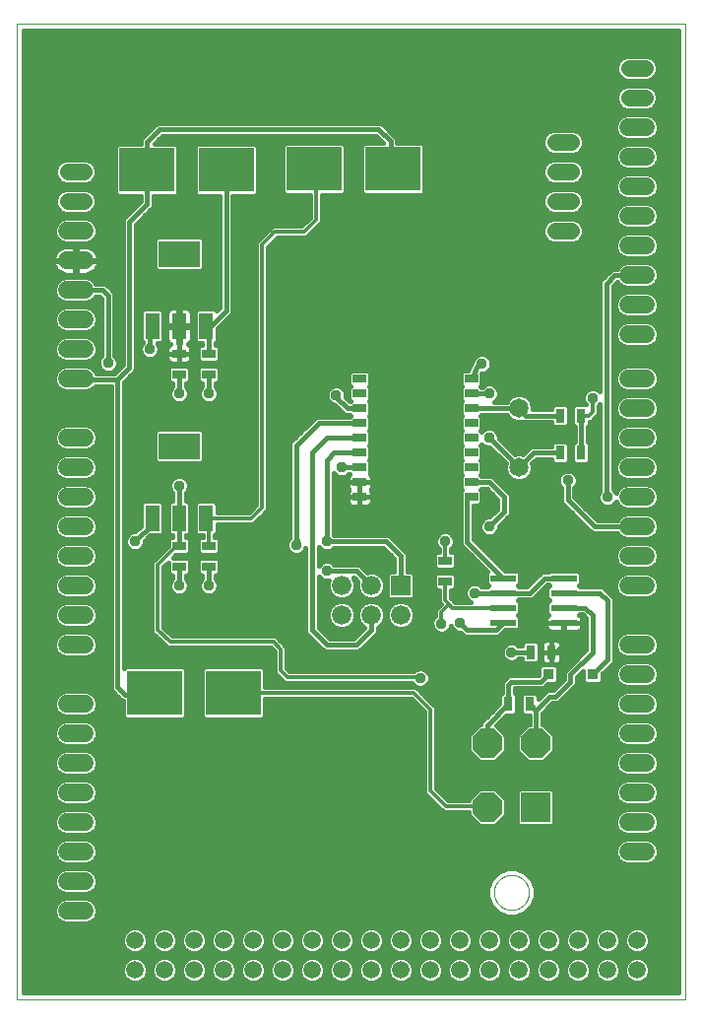
<source format=gtl>
G75*
%MOIN*%
%OFA0B0*%
%FSLAX25Y25*%
%IPPOS*%
%LPD*%
%AMOC8*
5,1,8,0,0,1.08239X$1,22.5*
%
%ADD10C,0.00000*%
%ADD11R,0.04724X0.03150*%
%ADD12R,0.03150X0.04724*%
%ADD13OC8,0.10000*%
%ADD14R,0.10000X0.10000*%
%ADD15R,0.18504X0.14961*%
%ADD16R,0.04799X0.08799*%
%ADD17R,0.14173X0.08661*%
%ADD18C,0.05906*%
%ADD19C,0.05906*%
%ADD20C,0.05600*%
%ADD21C,0.06600*%
%ADD22R,0.06600X0.06600*%
%ADD23R,0.08661X0.02362*%
%ADD24R,0.04500X0.03000*%
%ADD25C,0.06500*%
%ADD26C,0.01600*%
%ADD27C,0.03762*%
%ADD28C,0.01200*%
%ADD29R,0.03762X0.03762*%
D10*
X0009350Y0013978D02*
X0009350Y0343939D01*
X0235551Y0343939D01*
X0235551Y0013978D01*
X0009350Y0013978D01*
X0170944Y0050238D02*
X0170946Y0050391D01*
X0170952Y0050545D01*
X0170962Y0050698D01*
X0170976Y0050850D01*
X0170994Y0051003D01*
X0171016Y0051154D01*
X0171041Y0051305D01*
X0171071Y0051456D01*
X0171105Y0051606D01*
X0171142Y0051754D01*
X0171183Y0051902D01*
X0171228Y0052048D01*
X0171277Y0052194D01*
X0171330Y0052338D01*
X0171386Y0052480D01*
X0171446Y0052621D01*
X0171510Y0052761D01*
X0171577Y0052899D01*
X0171648Y0053035D01*
X0171723Y0053169D01*
X0171800Y0053301D01*
X0171882Y0053431D01*
X0171966Y0053559D01*
X0172054Y0053685D01*
X0172145Y0053808D01*
X0172239Y0053929D01*
X0172337Y0054047D01*
X0172437Y0054163D01*
X0172541Y0054276D01*
X0172647Y0054387D01*
X0172756Y0054495D01*
X0172868Y0054600D01*
X0172982Y0054701D01*
X0173100Y0054800D01*
X0173219Y0054896D01*
X0173341Y0054989D01*
X0173466Y0055078D01*
X0173593Y0055165D01*
X0173722Y0055247D01*
X0173853Y0055327D01*
X0173986Y0055403D01*
X0174121Y0055476D01*
X0174258Y0055545D01*
X0174397Y0055610D01*
X0174537Y0055672D01*
X0174679Y0055730D01*
X0174822Y0055785D01*
X0174967Y0055836D01*
X0175113Y0055883D01*
X0175260Y0055926D01*
X0175408Y0055965D01*
X0175557Y0056001D01*
X0175707Y0056032D01*
X0175858Y0056060D01*
X0176009Y0056084D01*
X0176162Y0056104D01*
X0176314Y0056120D01*
X0176467Y0056132D01*
X0176620Y0056140D01*
X0176773Y0056144D01*
X0176927Y0056144D01*
X0177080Y0056140D01*
X0177233Y0056132D01*
X0177386Y0056120D01*
X0177538Y0056104D01*
X0177691Y0056084D01*
X0177842Y0056060D01*
X0177993Y0056032D01*
X0178143Y0056001D01*
X0178292Y0055965D01*
X0178440Y0055926D01*
X0178587Y0055883D01*
X0178733Y0055836D01*
X0178878Y0055785D01*
X0179021Y0055730D01*
X0179163Y0055672D01*
X0179303Y0055610D01*
X0179442Y0055545D01*
X0179579Y0055476D01*
X0179714Y0055403D01*
X0179847Y0055327D01*
X0179978Y0055247D01*
X0180107Y0055165D01*
X0180234Y0055078D01*
X0180359Y0054989D01*
X0180481Y0054896D01*
X0180600Y0054800D01*
X0180718Y0054701D01*
X0180832Y0054600D01*
X0180944Y0054495D01*
X0181053Y0054387D01*
X0181159Y0054276D01*
X0181263Y0054163D01*
X0181363Y0054047D01*
X0181461Y0053929D01*
X0181555Y0053808D01*
X0181646Y0053685D01*
X0181734Y0053559D01*
X0181818Y0053431D01*
X0181900Y0053301D01*
X0181977Y0053169D01*
X0182052Y0053035D01*
X0182123Y0052899D01*
X0182190Y0052761D01*
X0182254Y0052621D01*
X0182314Y0052480D01*
X0182370Y0052338D01*
X0182423Y0052194D01*
X0182472Y0052048D01*
X0182517Y0051902D01*
X0182558Y0051754D01*
X0182595Y0051606D01*
X0182629Y0051456D01*
X0182659Y0051305D01*
X0182684Y0051154D01*
X0182706Y0051003D01*
X0182724Y0050850D01*
X0182738Y0050698D01*
X0182748Y0050545D01*
X0182754Y0050391D01*
X0182756Y0050238D01*
X0182754Y0050085D01*
X0182748Y0049931D01*
X0182738Y0049778D01*
X0182724Y0049626D01*
X0182706Y0049473D01*
X0182684Y0049322D01*
X0182659Y0049171D01*
X0182629Y0049020D01*
X0182595Y0048870D01*
X0182558Y0048722D01*
X0182517Y0048574D01*
X0182472Y0048428D01*
X0182423Y0048282D01*
X0182370Y0048138D01*
X0182314Y0047996D01*
X0182254Y0047855D01*
X0182190Y0047715D01*
X0182123Y0047577D01*
X0182052Y0047441D01*
X0181977Y0047307D01*
X0181900Y0047175D01*
X0181818Y0047045D01*
X0181734Y0046917D01*
X0181646Y0046791D01*
X0181555Y0046668D01*
X0181461Y0046547D01*
X0181363Y0046429D01*
X0181263Y0046313D01*
X0181159Y0046200D01*
X0181053Y0046089D01*
X0180944Y0045981D01*
X0180832Y0045876D01*
X0180718Y0045775D01*
X0180600Y0045676D01*
X0180481Y0045580D01*
X0180359Y0045487D01*
X0180234Y0045398D01*
X0180107Y0045311D01*
X0179978Y0045229D01*
X0179847Y0045149D01*
X0179714Y0045073D01*
X0179579Y0045000D01*
X0179442Y0044931D01*
X0179303Y0044866D01*
X0179163Y0044804D01*
X0179021Y0044746D01*
X0178878Y0044691D01*
X0178733Y0044640D01*
X0178587Y0044593D01*
X0178440Y0044550D01*
X0178292Y0044511D01*
X0178143Y0044475D01*
X0177993Y0044444D01*
X0177842Y0044416D01*
X0177691Y0044392D01*
X0177538Y0044372D01*
X0177386Y0044356D01*
X0177233Y0044344D01*
X0177080Y0044336D01*
X0176927Y0044332D01*
X0176773Y0044332D01*
X0176620Y0044336D01*
X0176467Y0044344D01*
X0176314Y0044356D01*
X0176162Y0044372D01*
X0176009Y0044392D01*
X0175858Y0044416D01*
X0175707Y0044444D01*
X0175557Y0044475D01*
X0175408Y0044511D01*
X0175260Y0044550D01*
X0175113Y0044593D01*
X0174967Y0044640D01*
X0174822Y0044691D01*
X0174679Y0044746D01*
X0174537Y0044804D01*
X0174397Y0044866D01*
X0174258Y0044931D01*
X0174121Y0045000D01*
X0173986Y0045073D01*
X0173853Y0045149D01*
X0173722Y0045229D01*
X0173593Y0045311D01*
X0173466Y0045398D01*
X0173341Y0045487D01*
X0173219Y0045580D01*
X0173100Y0045676D01*
X0172982Y0045775D01*
X0172868Y0045876D01*
X0172756Y0045981D01*
X0172647Y0046089D01*
X0172541Y0046200D01*
X0172437Y0046313D01*
X0172337Y0046429D01*
X0172239Y0046547D01*
X0172145Y0046668D01*
X0172054Y0046791D01*
X0171966Y0046917D01*
X0171882Y0047045D01*
X0171800Y0047175D01*
X0171723Y0047307D01*
X0171648Y0047441D01*
X0171577Y0047577D01*
X0171510Y0047715D01*
X0171446Y0047855D01*
X0171386Y0047996D01*
X0171330Y0048138D01*
X0171277Y0048282D01*
X0171228Y0048428D01*
X0171183Y0048574D01*
X0171142Y0048722D01*
X0171105Y0048870D01*
X0171071Y0049020D01*
X0171041Y0049171D01*
X0171016Y0049322D01*
X0170994Y0049473D01*
X0170976Y0049626D01*
X0170962Y0049778D01*
X0170952Y0049931D01*
X0170946Y0050085D01*
X0170944Y0050238D01*
D11*
X0154350Y0155435D03*
X0154350Y0162522D03*
X0074350Y0160435D03*
X0074350Y0167522D03*
X0064350Y0167522D03*
X0064350Y0160435D03*
X0064350Y0225435D03*
X0064350Y0232522D03*
X0074350Y0232522D03*
X0074350Y0225435D03*
D12*
X0175806Y0113978D03*
X0182893Y0113978D03*
X0183306Y0131478D03*
X0190393Y0131478D03*
X0193306Y0198978D03*
X0200393Y0198978D03*
X0200393Y0211478D03*
X0193306Y0211478D03*
D13*
X0185100Y0100678D03*
X0168600Y0100678D03*
X0168600Y0078978D03*
D14*
X0185100Y0078978D03*
D15*
X0082736Y0117728D03*
X0055964Y0117728D03*
X0053464Y0294603D03*
X0080236Y0294603D03*
X0110026Y0294916D03*
X0136798Y0294916D03*
D16*
X0073448Y0241778D03*
X0064350Y0241778D03*
X0055251Y0241778D03*
X0055251Y0176778D03*
X0064350Y0176778D03*
X0073448Y0176778D03*
D17*
X0064350Y0201179D03*
X0064350Y0266179D03*
D18*
X0032302Y0263978D02*
X0026397Y0263978D01*
X0026397Y0253978D02*
X0032302Y0253978D01*
X0032302Y0243978D02*
X0026397Y0243978D01*
X0026397Y0233978D02*
X0032302Y0233978D01*
X0032302Y0223978D02*
X0026397Y0223978D01*
X0026397Y0203978D02*
X0032302Y0203978D01*
X0032302Y0193978D02*
X0026397Y0193978D01*
X0026397Y0183978D02*
X0032302Y0183978D01*
X0032302Y0173978D02*
X0026397Y0173978D01*
X0026397Y0163978D02*
X0032302Y0163978D01*
X0032302Y0153978D02*
X0026397Y0153978D01*
X0026397Y0143978D02*
X0032302Y0143978D01*
X0032302Y0133978D02*
X0026397Y0133978D01*
X0026397Y0113978D02*
X0032302Y0113978D01*
X0032302Y0103978D02*
X0026397Y0103978D01*
X0026397Y0093978D02*
X0032302Y0093978D01*
X0032302Y0083978D02*
X0026397Y0083978D01*
X0026397Y0073978D02*
X0032302Y0073978D01*
X0032302Y0063978D02*
X0026397Y0063978D01*
X0026397Y0053978D02*
X0032302Y0053978D01*
X0032302Y0043978D02*
X0026397Y0043978D01*
X0026397Y0273978D02*
X0032302Y0273978D01*
X0216397Y0268978D02*
X0222302Y0268978D01*
X0222302Y0258978D02*
X0216397Y0258978D01*
X0216397Y0248978D02*
X0222302Y0248978D01*
X0222302Y0238978D02*
X0216397Y0238978D01*
X0216397Y0223978D02*
X0222302Y0223978D01*
X0222302Y0213978D02*
X0216397Y0213978D01*
X0216397Y0203978D02*
X0222302Y0203978D01*
X0222302Y0193978D02*
X0216397Y0193978D01*
X0216397Y0183978D02*
X0222302Y0183978D01*
X0222302Y0173978D02*
X0216397Y0173978D01*
X0216397Y0163978D02*
X0222302Y0163978D01*
X0222302Y0153978D02*
X0216397Y0153978D01*
X0216397Y0133978D02*
X0222302Y0133978D01*
X0222302Y0123978D02*
X0216397Y0123978D01*
X0216397Y0113978D02*
X0222302Y0113978D01*
X0222302Y0103978D02*
X0216397Y0103978D01*
X0216397Y0093978D02*
X0222302Y0093978D01*
X0222302Y0083978D02*
X0216397Y0083978D01*
X0216397Y0073978D02*
X0222302Y0073978D01*
X0222302Y0063978D02*
X0216397Y0063978D01*
X0216397Y0278978D02*
X0222302Y0278978D01*
X0222302Y0288978D02*
X0216397Y0288978D01*
X0216397Y0298978D02*
X0222302Y0298978D01*
X0222302Y0308978D02*
X0216397Y0308978D01*
D19*
X0219350Y0033978D03*
X0219350Y0023978D03*
X0209350Y0023978D03*
X0199350Y0023978D03*
X0199350Y0033978D03*
X0209350Y0033978D03*
X0189350Y0033978D03*
X0189350Y0023978D03*
X0179350Y0023978D03*
X0179350Y0033978D03*
X0169350Y0033978D03*
X0169350Y0023978D03*
X0159350Y0023978D03*
X0159350Y0033978D03*
X0149350Y0033978D03*
X0149350Y0023978D03*
X0139350Y0023978D03*
X0129350Y0023978D03*
X0129350Y0033978D03*
X0139350Y0033978D03*
X0119350Y0033978D03*
X0119350Y0023978D03*
X0109350Y0023978D03*
X0109350Y0033978D03*
X0099350Y0033978D03*
X0099350Y0023978D03*
X0089350Y0023978D03*
X0089350Y0033978D03*
X0079350Y0033978D03*
X0079350Y0023978D03*
X0069350Y0023978D03*
X0069350Y0033978D03*
X0059350Y0033978D03*
X0059350Y0023978D03*
X0049350Y0023978D03*
X0049350Y0033978D03*
D20*
X0191550Y0273978D02*
X0197150Y0273978D01*
X0197150Y0283978D02*
X0191550Y0283978D01*
X0191550Y0293978D02*
X0197150Y0293978D01*
X0197150Y0303978D02*
X0191550Y0303978D01*
X0216550Y0318978D02*
X0222150Y0318978D01*
X0222150Y0328978D02*
X0216550Y0328978D01*
X0032150Y0293978D02*
X0026550Y0293978D01*
X0026550Y0283978D02*
X0032150Y0283978D01*
D21*
X0119350Y0153978D03*
X0119350Y0143978D03*
X0129350Y0143978D03*
X0139350Y0143978D03*
X0129350Y0153978D03*
D22*
X0139350Y0153978D03*
D23*
X0174113Y0151478D03*
X0174113Y0146478D03*
X0174113Y0141478D03*
X0174113Y0156478D03*
X0194586Y0156478D03*
X0194586Y0151478D03*
X0194586Y0146478D03*
X0194586Y0141478D03*
D24*
X0163200Y0183978D03*
X0163200Y0188978D03*
X0163200Y0193978D03*
X0163200Y0198978D03*
X0163200Y0203978D03*
X0163200Y0208978D03*
X0163200Y0213978D03*
X0163200Y0218978D03*
X0163200Y0223978D03*
X0125500Y0223978D03*
X0125500Y0218978D03*
X0125500Y0213978D03*
X0125500Y0208978D03*
X0125500Y0203978D03*
X0125500Y0198978D03*
X0125500Y0193978D03*
X0125500Y0188978D03*
X0125500Y0183978D03*
D25*
X0179350Y0193978D03*
X0179350Y0213978D03*
D26*
X0181850Y0211478D01*
X0193306Y0211478D01*
X0196281Y0212194D02*
X0197418Y0212194D01*
X0197418Y0213792D02*
X0196281Y0213792D01*
X0196281Y0214421D02*
X0196281Y0208536D01*
X0195461Y0207716D01*
X0191152Y0207716D01*
X0190332Y0208536D01*
X0190332Y0209278D01*
X0180938Y0209278D01*
X0180709Y0209508D01*
X0180275Y0209328D01*
X0178425Y0209328D01*
X0176716Y0210036D01*
X0175408Y0211344D01*
X0175228Y0211778D01*
X0166730Y0211778D01*
X0166430Y0211478D01*
X0166850Y0211058D01*
X0166850Y0206899D01*
X0166430Y0206478D01*
X0166820Y0206088D01*
X0167491Y0206760D01*
X0168697Y0207260D01*
X0170002Y0207260D01*
X0171208Y0206760D01*
X0172131Y0205837D01*
X0172631Y0204631D01*
X0172631Y0203809D01*
X0177991Y0198449D01*
X0178425Y0198628D01*
X0180275Y0198628D01*
X0180709Y0198449D01*
X0182150Y0199890D01*
X0183438Y0201178D01*
X0190332Y0201178D01*
X0190332Y0201921D01*
X0191152Y0202741D01*
X0195461Y0202741D01*
X0196281Y0201921D01*
X0196281Y0196036D01*
X0195461Y0195216D01*
X0191152Y0195216D01*
X0190332Y0196036D01*
X0190332Y0196778D01*
X0185261Y0196778D01*
X0183820Y0195337D01*
X0184000Y0194903D01*
X0184000Y0193054D01*
X0183292Y0191344D01*
X0181984Y0190036D01*
X0180275Y0189328D01*
X0178425Y0189328D01*
X0176716Y0190036D01*
X0175408Y0191344D01*
X0174700Y0193054D01*
X0174700Y0194903D01*
X0174880Y0195337D01*
X0169520Y0200697D01*
X0168697Y0200697D01*
X0167491Y0201197D01*
X0166820Y0201868D01*
X0166430Y0201478D01*
X0166850Y0201058D01*
X0166850Y0196899D01*
X0166430Y0196478D01*
X0166850Y0196058D01*
X0166850Y0191899D01*
X0166430Y0191478D01*
X0166730Y0191178D01*
X0170261Y0191178D01*
X0175261Y0186178D01*
X0176550Y0184890D01*
X0176550Y0178067D01*
X0172631Y0174148D01*
X0172631Y0173326D01*
X0172131Y0172120D01*
X0171208Y0171197D01*
X0170002Y0170697D01*
X0168697Y0170697D01*
X0167491Y0171197D01*
X0166568Y0172120D01*
X0166069Y0173326D01*
X0166069Y0174631D01*
X0166568Y0175837D01*
X0167491Y0176760D01*
X0168697Y0177260D01*
X0169520Y0177260D01*
X0172150Y0179890D01*
X0172150Y0183067D01*
X0168438Y0186778D01*
X0166730Y0186778D01*
X0166430Y0186478D01*
X0166850Y0186058D01*
X0166850Y0181899D01*
X0166030Y0181078D01*
X0164050Y0181078D01*
X0164050Y0169654D01*
X0174644Y0159060D01*
X0179024Y0159060D01*
X0179844Y0158239D01*
X0179844Y0154717D01*
X0179105Y0153978D01*
X0179405Y0153678D01*
X0182188Y0153678D01*
X0187188Y0158678D01*
X0189294Y0158678D01*
X0189675Y0159060D01*
X0199497Y0159060D01*
X0200317Y0158239D01*
X0200317Y0154717D01*
X0199578Y0153978D01*
X0199878Y0153678D01*
X0207761Y0153678D01*
X0210261Y0151178D01*
X0211550Y0149890D01*
X0211550Y0128067D01*
X0207631Y0124148D01*
X0207631Y0121517D01*
X0206811Y0120697D01*
X0201889Y0120697D01*
X0201069Y0121517D01*
X0201069Y0125086D01*
X0199050Y0123067D01*
X0199050Y0120567D01*
X0192761Y0114278D01*
X0190718Y0114278D01*
X0187300Y0110860D01*
X0187300Y0107078D01*
X0187751Y0107078D01*
X0191500Y0103329D01*
X0191500Y0098027D01*
X0187751Y0094278D01*
X0182449Y0094278D01*
X0178700Y0098027D01*
X0178700Y0103329D01*
X0182449Y0107078D01*
X0182900Y0107078D01*
X0182900Y0110216D01*
X0180738Y0110216D01*
X0179918Y0111036D01*
X0179918Y0116921D01*
X0180738Y0117741D01*
X0185048Y0117741D01*
X0185868Y0116921D01*
X0185868Y0115651D01*
X0187606Y0117390D01*
X0188895Y0118678D01*
X0190938Y0118678D01*
X0194650Y0122390D01*
X0194650Y0124890D01*
X0195938Y0126178D01*
X0202150Y0132390D01*
X0202150Y0143067D01*
X0200938Y0144278D01*
X0199878Y0144278D01*
X0199817Y0144218D01*
X0200022Y0144100D01*
X0200357Y0143765D01*
X0200594Y0143354D01*
X0200717Y0142897D01*
X0200717Y0141479D01*
X0194586Y0141479D01*
X0194586Y0141478D01*
X0194586Y0138497D01*
X0199154Y0138497D01*
X0199611Y0138620D01*
X0200022Y0138857D01*
X0200357Y0139192D01*
X0200594Y0139603D01*
X0200717Y0140060D01*
X0200717Y0141478D01*
X0194586Y0141478D01*
X0194586Y0141478D01*
X0194586Y0138497D01*
X0190018Y0138497D01*
X0189560Y0138620D01*
X0189150Y0138857D01*
X0188815Y0139192D01*
X0188578Y0139603D01*
X0188455Y0140060D01*
X0188455Y0141478D01*
X0194586Y0141478D01*
X0194586Y0141479D01*
X0188455Y0141479D01*
X0188455Y0142897D01*
X0188578Y0143354D01*
X0188815Y0143765D01*
X0189150Y0144100D01*
X0189355Y0144218D01*
X0188855Y0144717D01*
X0188855Y0148239D01*
X0189594Y0148978D01*
X0188855Y0149717D01*
X0188855Y0153239D01*
X0189594Y0153978D01*
X0189294Y0154278D01*
X0189011Y0154278D01*
X0184011Y0149278D01*
X0179405Y0149278D01*
X0179105Y0148978D01*
X0179844Y0148239D01*
X0179844Y0144717D01*
X0179105Y0143978D01*
X0179844Y0143239D01*
X0179844Y0139717D01*
X0179024Y0138897D01*
X0174644Y0138897D01*
X0172525Y0136778D01*
X0160938Y0136778D01*
X0159650Y0138067D01*
X0159520Y0138197D01*
X0158697Y0138197D01*
X0157491Y0138697D01*
X0156568Y0139620D01*
X0156289Y0140293D01*
X0155881Y0139307D01*
X0154958Y0138384D01*
X0153752Y0137885D01*
X0152447Y0137885D01*
X0151241Y0138384D01*
X0150318Y0139307D01*
X0149819Y0140513D01*
X0149819Y0141819D01*
X0150318Y0143025D01*
X0151100Y0143806D01*
X0151100Y0145744D01*
X0152928Y0147572D01*
X0152350Y0148150D01*
X0152350Y0152460D01*
X0151408Y0152460D01*
X0150588Y0153280D01*
X0150588Y0157590D01*
X0151408Y0158410D01*
X0157292Y0158410D01*
X0158112Y0157590D01*
X0158112Y0153280D01*
X0157292Y0152460D01*
X0156350Y0152460D01*
X0156350Y0149807D01*
X0156584Y0149572D01*
X0156584Y0149572D01*
X0157678Y0148478D01*
X0163018Y0148478D01*
X0162491Y0148697D01*
X0161568Y0149620D01*
X0161069Y0150826D01*
X0161069Y0152131D01*
X0161568Y0153337D01*
X0162491Y0154260D01*
X0163697Y0154760D01*
X0165002Y0154760D01*
X0166208Y0154260D01*
X0166790Y0153678D01*
X0168822Y0153678D01*
X0169122Y0153978D01*
X0168383Y0154717D01*
X0168383Y0158239D01*
X0168812Y0158669D01*
X0159650Y0167831D01*
X0159650Y0181799D01*
X0159550Y0181899D01*
X0159550Y0186058D01*
X0159970Y0186478D01*
X0159550Y0186899D01*
X0159550Y0191058D01*
X0159970Y0191478D01*
X0159550Y0191899D01*
X0159550Y0196058D01*
X0159970Y0196478D01*
X0159550Y0196899D01*
X0159550Y0201058D01*
X0159970Y0201478D01*
X0159550Y0201899D01*
X0159550Y0206058D01*
X0159970Y0206478D01*
X0159550Y0206899D01*
X0159550Y0211058D01*
X0159970Y0211478D01*
X0159550Y0211899D01*
X0159550Y0216058D01*
X0159970Y0216478D01*
X0159550Y0216899D01*
X0159550Y0221058D01*
X0159970Y0221478D01*
X0159550Y0221899D01*
X0159550Y0226058D01*
X0160370Y0226878D01*
X0162190Y0226878D01*
X0163500Y0229498D01*
X0163500Y0229890D01*
X0163800Y0230190D01*
X0164068Y0230837D01*
X0164991Y0231760D01*
X0166197Y0232260D01*
X0167502Y0232260D01*
X0168708Y0231760D01*
X0169631Y0230837D01*
X0170131Y0229631D01*
X0170131Y0228326D01*
X0169631Y0227120D01*
X0168708Y0226197D01*
X0167502Y0225697D01*
X0166850Y0225697D01*
X0166850Y0221899D01*
X0166430Y0221478D01*
X0166730Y0221178D01*
X0166910Y0221178D01*
X0167491Y0221760D01*
X0168697Y0222260D01*
X0170002Y0222260D01*
X0171208Y0221760D01*
X0172131Y0220837D01*
X0172631Y0219631D01*
X0172631Y0218326D01*
X0172131Y0217120D01*
X0171208Y0216197D01*
X0171164Y0216178D01*
X0175228Y0216178D01*
X0175408Y0216612D01*
X0176716Y0217921D01*
X0178425Y0218628D01*
X0180275Y0218628D01*
X0181984Y0217921D01*
X0183292Y0216612D01*
X0184000Y0214903D01*
X0184000Y0213678D01*
X0190332Y0213678D01*
X0190332Y0214421D01*
X0191152Y0215241D01*
X0195461Y0215241D01*
X0196281Y0214421D01*
X0197418Y0214421D02*
X0197418Y0208536D01*
X0198193Y0207762D01*
X0198193Y0202695D01*
X0197418Y0201921D01*
X0197418Y0196036D01*
X0198238Y0195216D01*
X0202548Y0195216D01*
X0203368Y0196036D01*
X0203368Y0201921D01*
X0202593Y0202695D01*
X0202593Y0207762D01*
X0203368Y0208536D01*
X0203368Y0209478D01*
X0203928Y0209478D01*
X0205178Y0210728D01*
X0206350Y0211900D01*
X0206350Y0214776D01*
X0206837Y0215263D01*
X0206837Y0186106D01*
X0206568Y0185837D01*
X0206069Y0184631D01*
X0206069Y0183326D01*
X0206568Y0182120D01*
X0207491Y0181197D01*
X0208697Y0180697D01*
X0210002Y0180697D01*
X0211208Y0181197D01*
X0212131Y0182120D01*
X0212293Y0182511D01*
X0212707Y0181513D01*
X0213931Y0180288D01*
X0215531Y0179626D01*
X0223168Y0179626D01*
X0224768Y0180288D01*
X0225993Y0181513D01*
X0226655Y0183113D01*
X0226655Y0184844D01*
X0225993Y0186444D01*
X0224768Y0187669D01*
X0223168Y0188331D01*
X0215531Y0188331D01*
X0213931Y0187669D01*
X0212707Y0186444D01*
X0212293Y0185446D01*
X0212131Y0185837D01*
X0211237Y0186731D01*
X0211237Y0255255D01*
X0212645Y0256662D01*
X0212707Y0256513D01*
X0213931Y0255288D01*
X0215531Y0254626D01*
X0223168Y0254626D01*
X0224768Y0255288D01*
X0225993Y0256513D01*
X0226655Y0258113D01*
X0226655Y0259844D01*
X0225993Y0261444D01*
X0224768Y0262669D01*
X0223168Y0263331D01*
X0215531Y0263331D01*
X0213931Y0262669D01*
X0212707Y0261444D01*
X0212597Y0261178D01*
X0210938Y0261178D01*
X0208126Y0258366D01*
X0206837Y0257077D01*
X0206837Y0219569D01*
X0206208Y0220198D01*
X0205002Y0220697D01*
X0203697Y0220697D01*
X0202491Y0220198D01*
X0201568Y0219275D01*
X0201069Y0218069D01*
X0201069Y0216763D01*
X0201568Y0215557D01*
X0201885Y0215241D01*
X0198238Y0215241D01*
X0197418Y0214421D01*
X0200393Y0211478D02*
X0200393Y0198978D01*
X0197418Y0199406D02*
X0196281Y0199406D01*
X0196281Y0201004D02*
X0197418Y0201004D01*
X0198100Y0202603D02*
X0195599Y0202603D01*
X0198193Y0204201D02*
X0172631Y0204201D01*
X0172147Y0205800D02*
X0198193Y0205800D01*
X0198193Y0207398D02*
X0166850Y0207398D01*
X0166850Y0208997D02*
X0190332Y0208997D01*
X0190332Y0213792D02*
X0184000Y0213792D01*
X0183798Y0215391D02*
X0201735Y0215391D01*
X0201069Y0216989D02*
X0182915Y0216989D01*
X0180373Y0218588D02*
X0201284Y0218588D01*
X0202480Y0220186D02*
X0172401Y0220186D01*
X0172631Y0218588D02*
X0178327Y0218588D01*
X0175785Y0216989D02*
X0172001Y0216989D01*
X0169350Y0218978D02*
X0163200Y0218978D01*
X0166736Y0221785D02*
X0167551Y0221785D01*
X0166850Y0223383D02*
X0206837Y0223383D01*
X0206837Y0221785D02*
X0171148Y0221785D01*
X0169092Y0226580D02*
X0206837Y0226580D01*
X0206837Y0224982D02*
X0166850Y0224982D01*
X0163200Y0223978D02*
X0165700Y0228978D01*
X0166850Y0228978D01*
X0169092Y0231376D02*
X0206837Y0231376D01*
X0206837Y0229777D02*
X0170070Y0229777D01*
X0170070Y0228179D02*
X0206837Y0228179D01*
X0211237Y0228179D02*
X0215164Y0228179D01*
X0215531Y0228331D02*
X0213931Y0227669D01*
X0212707Y0226444D01*
X0212044Y0224844D01*
X0212044Y0223113D01*
X0212707Y0221513D01*
X0213931Y0220288D01*
X0215531Y0219626D01*
X0223168Y0219626D01*
X0224768Y0220288D01*
X0225993Y0221513D01*
X0226655Y0223113D01*
X0226655Y0224844D01*
X0225993Y0226444D01*
X0224768Y0227669D01*
X0223168Y0228331D01*
X0215531Y0228331D01*
X0212843Y0226580D02*
X0211237Y0226580D01*
X0211237Y0224982D02*
X0212101Y0224982D01*
X0212044Y0223383D02*
X0211237Y0223383D01*
X0211237Y0221785D02*
X0212594Y0221785D01*
X0211237Y0220186D02*
X0214177Y0220186D01*
X0215531Y0218331D02*
X0213931Y0217669D01*
X0212707Y0216444D01*
X0212044Y0214844D01*
X0212044Y0213113D01*
X0212707Y0211513D01*
X0213931Y0210288D01*
X0215531Y0209626D01*
X0223168Y0209626D01*
X0224768Y0210288D01*
X0225993Y0211513D01*
X0226655Y0213113D01*
X0226655Y0214844D01*
X0225993Y0216444D01*
X0224768Y0217669D01*
X0223168Y0218331D01*
X0215531Y0218331D01*
X0213252Y0216989D02*
X0211237Y0216989D01*
X0211237Y0215391D02*
X0212271Y0215391D01*
X0212044Y0213792D02*
X0211237Y0213792D01*
X0211237Y0212194D02*
X0212425Y0212194D01*
X0211237Y0210595D02*
X0213624Y0210595D01*
X0211237Y0208997D02*
X0233251Y0208997D01*
X0233251Y0210595D02*
X0225075Y0210595D01*
X0226275Y0212194D02*
X0233251Y0212194D01*
X0233251Y0213792D02*
X0226655Y0213792D01*
X0226429Y0215391D02*
X0233251Y0215391D01*
X0233251Y0216989D02*
X0225447Y0216989D01*
X0224522Y0220186D02*
X0233251Y0220186D01*
X0233251Y0218588D02*
X0211237Y0218588D01*
X0206837Y0220186D02*
X0206219Y0220186D01*
X0206350Y0213792D02*
X0206837Y0213792D01*
X0206837Y0212194D02*
X0206350Y0212194D01*
X0206837Y0210595D02*
X0205045Y0210595D01*
X0203368Y0208997D02*
X0206837Y0208997D01*
X0206837Y0207398D02*
X0202593Y0207398D01*
X0202593Y0205800D02*
X0206837Y0205800D01*
X0206837Y0204201D02*
X0202593Y0204201D01*
X0202686Y0202603D02*
X0206837Y0202603D01*
X0206837Y0201004D02*
X0203368Y0201004D01*
X0203368Y0199406D02*
X0206837Y0199406D01*
X0206837Y0197807D02*
X0203368Y0197807D01*
X0203368Y0196209D02*
X0206837Y0196209D01*
X0206837Y0194610D02*
X0184000Y0194610D01*
X0183982Y0193012D02*
X0206837Y0193012D01*
X0206837Y0191413D02*
X0198714Y0191413D01*
X0198694Y0191462D02*
X0197771Y0192385D01*
X0196565Y0192885D01*
X0195260Y0192885D01*
X0194054Y0192385D01*
X0193131Y0191462D01*
X0192631Y0190256D01*
X0192631Y0188951D01*
X0193131Y0187745D01*
X0193712Y0187163D01*
X0193712Y0182130D01*
X0202775Y0173067D01*
X0204063Y0171778D01*
X0212597Y0171778D01*
X0212707Y0171513D01*
X0213931Y0170288D01*
X0215531Y0169626D01*
X0223168Y0169626D01*
X0224768Y0170288D01*
X0225993Y0171513D01*
X0226655Y0173113D01*
X0226655Y0174844D01*
X0225993Y0176444D01*
X0224768Y0177669D01*
X0223168Y0178331D01*
X0215531Y0178331D01*
X0213931Y0177669D01*
X0212707Y0176444D01*
X0212597Y0176178D01*
X0205886Y0176178D01*
X0198112Y0183952D01*
X0198112Y0187163D01*
X0198694Y0187745D01*
X0199193Y0188951D01*
X0199193Y0190256D01*
X0198694Y0191462D01*
X0199193Y0189815D02*
X0206837Y0189815D01*
X0206837Y0188216D02*
X0198889Y0188216D01*
X0198112Y0186618D02*
X0206837Y0186618D01*
X0206229Y0185019D02*
X0198112Y0185019D01*
X0198644Y0183421D02*
X0206069Y0183421D01*
X0206866Y0181822D02*
X0200242Y0181822D01*
X0201841Y0180224D02*
X0214088Y0180224D01*
X0212579Y0181822D02*
X0211834Y0181822D01*
X0209350Y0183978D02*
X0209037Y0184291D01*
X0209037Y0256166D01*
X0211850Y0258978D01*
X0219350Y0258978D01*
X0223168Y0253331D02*
X0215531Y0253331D01*
X0213931Y0252669D01*
X0212707Y0251444D01*
X0212044Y0249844D01*
X0212044Y0248113D01*
X0212707Y0246513D01*
X0213931Y0245288D01*
X0215531Y0244626D01*
X0223168Y0244626D01*
X0224768Y0245288D01*
X0225993Y0246513D01*
X0226655Y0248113D01*
X0226655Y0249844D01*
X0225993Y0251444D01*
X0224768Y0252669D01*
X0223168Y0253331D01*
X0225280Y0252157D02*
X0233251Y0252157D01*
X0233251Y0253755D02*
X0211237Y0253755D01*
X0211237Y0252157D02*
X0213419Y0252157D01*
X0212340Y0250558D02*
X0211237Y0250558D01*
X0211237Y0248960D02*
X0212044Y0248960D01*
X0212355Y0247361D02*
X0211237Y0247361D01*
X0211237Y0245763D02*
X0213457Y0245763D01*
X0211237Y0244164D02*
X0233251Y0244164D01*
X0233251Y0242566D02*
X0224871Y0242566D01*
X0224768Y0242669D02*
X0223168Y0243331D01*
X0215531Y0243331D01*
X0213931Y0242669D01*
X0212707Y0241444D01*
X0212044Y0239844D01*
X0212044Y0238113D01*
X0212707Y0236513D01*
X0213931Y0235288D01*
X0215531Y0234626D01*
X0223168Y0234626D01*
X0224768Y0235288D01*
X0225993Y0236513D01*
X0226655Y0238113D01*
X0226655Y0239844D01*
X0225993Y0241444D01*
X0224768Y0242669D01*
X0226190Y0240967D02*
X0233251Y0240967D01*
X0233251Y0239369D02*
X0226655Y0239369D01*
X0226513Y0237770D02*
X0233251Y0237770D01*
X0233251Y0236172D02*
X0225651Y0236172D01*
X0233251Y0234573D02*
X0211237Y0234573D01*
X0211237Y0232975D02*
X0233251Y0232975D01*
X0233251Y0231376D02*
X0211237Y0231376D01*
X0211237Y0229777D02*
X0233251Y0229777D01*
X0233251Y0228179D02*
X0223536Y0228179D01*
X0225856Y0226580D02*
X0233251Y0226580D01*
X0233251Y0224982D02*
X0226598Y0224982D01*
X0226655Y0223383D02*
X0233251Y0223383D01*
X0233251Y0221785D02*
X0226105Y0221785D01*
X0223168Y0208331D02*
X0215531Y0208331D01*
X0213931Y0207669D01*
X0212707Y0206444D01*
X0212044Y0204844D01*
X0212044Y0203113D01*
X0212707Y0201513D01*
X0213931Y0200288D01*
X0215531Y0199626D01*
X0223168Y0199626D01*
X0224768Y0200288D01*
X0225993Y0201513D01*
X0226655Y0203113D01*
X0226655Y0204844D01*
X0225993Y0206444D01*
X0224768Y0207669D01*
X0223168Y0208331D01*
X0225038Y0207398D02*
X0233251Y0207398D01*
X0233251Y0205800D02*
X0226259Y0205800D01*
X0226655Y0204201D02*
X0233251Y0204201D01*
X0233251Y0202603D02*
X0226444Y0202603D01*
X0225484Y0201004D02*
X0233251Y0201004D01*
X0233251Y0199406D02*
X0211237Y0199406D01*
X0211237Y0201004D02*
X0213215Y0201004D01*
X0212255Y0202603D02*
X0211237Y0202603D01*
X0211237Y0204201D02*
X0212044Y0204201D01*
X0212440Y0205800D02*
X0211237Y0205800D01*
X0211237Y0207398D02*
X0213661Y0207398D01*
X0215531Y0198331D02*
X0213931Y0197669D01*
X0212707Y0196444D01*
X0212044Y0194844D01*
X0212044Y0193113D01*
X0212707Y0191513D01*
X0213931Y0190288D01*
X0215531Y0189626D01*
X0223168Y0189626D01*
X0224768Y0190288D01*
X0225993Y0191513D01*
X0226655Y0193113D01*
X0226655Y0194844D01*
X0225993Y0196444D01*
X0224768Y0197669D01*
X0223168Y0198331D01*
X0215531Y0198331D01*
X0214266Y0197807D02*
X0211237Y0197807D01*
X0211237Y0196209D02*
X0212609Y0196209D01*
X0212044Y0194610D02*
X0211237Y0194610D01*
X0211237Y0193012D02*
X0212086Y0193012D01*
X0212806Y0191413D02*
X0211237Y0191413D01*
X0211237Y0189815D02*
X0215075Y0189815D01*
X0215253Y0188216D02*
X0211237Y0188216D01*
X0211351Y0186618D02*
X0212880Y0186618D01*
X0213289Y0177027D02*
X0205038Y0177027D01*
X0203439Y0178625D02*
X0233251Y0178625D01*
X0233251Y0177027D02*
X0225410Y0177027D01*
X0226413Y0175428D02*
X0233251Y0175428D01*
X0233251Y0173830D02*
X0226655Y0173830D01*
X0226290Y0172231D02*
X0233251Y0172231D01*
X0233251Y0170633D02*
X0225112Y0170633D01*
X0224768Y0167669D02*
X0223168Y0168331D01*
X0215531Y0168331D01*
X0213931Y0167669D01*
X0212707Y0166444D01*
X0212044Y0164844D01*
X0212044Y0163113D01*
X0212707Y0161513D01*
X0213931Y0160288D01*
X0215531Y0159626D01*
X0223168Y0159626D01*
X0224768Y0160288D01*
X0225993Y0161513D01*
X0226655Y0163113D01*
X0226655Y0164844D01*
X0225993Y0166444D01*
X0224768Y0167669D01*
X0225001Y0167436D02*
X0233251Y0167436D01*
X0233251Y0169034D02*
X0164669Y0169034D01*
X0164050Y0170633D02*
X0213587Y0170633D01*
X0213698Y0167436D02*
X0166268Y0167436D01*
X0167866Y0165837D02*
X0212455Y0165837D01*
X0212044Y0164239D02*
X0169465Y0164239D01*
X0171063Y0162640D02*
X0212240Y0162640D01*
X0213178Y0161041D02*
X0172662Y0161041D01*
X0174260Y0159443D02*
X0233251Y0159443D01*
X0233251Y0161041D02*
X0225521Y0161041D01*
X0226459Y0162640D02*
X0233251Y0162640D01*
X0233251Y0164239D02*
X0226655Y0164239D01*
X0226244Y0165837D02*
X0233251Y0165837D01*
X0233251Y0157844D02*
X0224343Y0157844D01*
X0224768Y0157669D02*
X0223168Y0158331D01*
X0215531Y0158331D01*
X0213931Y0157669D01*
X0212707Y0156444D01*
X0212044Y0154844D01*
X0212044Y0153113D01*
X0212707Y0151513D01*
X0213931Y0150288D01*
X0215531Y0149626D01*
X0223168Y0149626D01*
X0224768Y0150288D01*
X0225993Y0151513D01*
X0226655Y0153113D01*
X0226655Y0154844D01*
X0225993Y0156444D01*
X0224768Y0157669D01*
X0226075Y0156246D02*
X0233251Y0156246D01*
X0233251Y0154647D02*
X0226655Y0154647D01*
X0226629Y0153049D02*
X0233251Y0153049D01*
X0233251Y0151450D02*
X0225930Y0151450D01*
X0223714Y0149852D02*
X0233251Y0149852D01*
X0233251Y0148253D02*
X0211550Y0148253D01*
X0211550Y0146655D02*
X0233251Y0146655D01*
X0233251Y0145056D02*
X0211550Y0145056D01*
X0211550Y0143458D02*
X0233251Y0143458D01*
X0233251Y0141859D02*
X0211550Y0141859D01*
X0211550Y0140261D02*
X0233251Y0140261D01*
X0233251Y0138662D02*
X0211550Y0138662D01*
X0211550Y0137064D02*
X0213327Y0137064D01*
X0213931Y0137669D02*
X0212707Y0136444D01*
X0212044Y0134844D01*
X0212044Y0133113D01*
X0212707Y0131513D01*
X0213931Y0130288D01*
X0215531Y0129626D01*
X0223168Y0129626D01*
X0224768Y0130288D01*
X0225993Y0131513D01*
X0226655Y0133113D01*
X0226655Y0134844D01*
X0225993Y0136444D01*
X0224768Y0137669D01*
X0223168Y0138331D01*
X0215531Y0138331D01*
X0213931Y0137669D01*
X0212301Y0135465D02*
X0211550Y0135465D01*
X0211550Y0133867D02*
X0212044Y0133867D01*
X0212394Y0132268D02*
X0211550Y0132268D01*
X0211550Y0130670D02*
X0213550Y0130670D01*
X0211550Y0129071D02*
X0233251Y0129071D01*
X0233251Y0127473D02*
X0224964Y0127473D01*
X0224768Y0127669D02*
X0223168Y0128331D01*
X0215531Y0128331D01*
X0213931Y0127669D01*
X0212707Y0126444D01*
X0212044Y0124844D01*
X0212044Y0123113D01*
X0212707Y0121513D01*
X0213931Y0120288D01*
X0215531Y0119626D01*
X0223168Y0119626D01*
X0224768Y0120288D01*
X0225993Y0121513D01*
X0226655Y0123113D01*
X0226655Y0124844D01*
X0225993Y0126444D01*
X0224768Y0127669D01*
X0226229Y0125874D02*
X0233251Y0125874D01*
X0233251Y0124276D02*
X0226655Y0124276D01*
X0226475Y0122677D02*
X0233251Y0122677D01*
X0233251Y0121079D02*
X0225558Y0121079D01*
X0224254Y0117882D02*
X0233251Y0117882D01*
X0233251Y0119480D02*
X0197963Y0119480D01*
X0199050Y0121079D02*
X0201507Y0121079D01*
X0201069Y0122677D02*
X0199050Y0122677D01*
X0200258Y0124276D02*
X0201069Y0124276D01*
X0204350Y0123978D02*
X0209350Y0128978D01*
X0209350Y0148978D01*
X0206850Y0151478D01*
X0194586Y0151478D01*
X0194586Y0146478D02*
X0201850Y0146478D01*
X0204350Y0143978D01*
X0204350Y0131478D01*
X0196850Y0123978D01*
X0196850Y0121478D01*
X0191850Y0116478D01*
X0189806Y0116478D01*
X0185100Y0111772D01*
X0182893Y0113978D01*
X0179918Y0114685D02*
X0178781Y0114685D01*
X0178781Y0116283D02*
X0179918Y0116283D01*
X0178781Y0116921D02*
X0178006Y0117695D01*
X0178006Y0119278D01*
X0187761Y0119278D01*
X0189050Y0120567D01*
X0189180Y0120697D01*
X0191811Y0120697D01*
X0192631Y0121517D01*
X0192631Y0126439D01*
X0191811Y0127260D01*
X0186889Y0127260D01*
X0186069Y0126439D01*
X0186069Y0123809D01*
X0185938Y0123678D01*
X0175938Y0123678D01*
X0174650Y0122390D01*
X0173606Y0121346D01*
X0173606Y0117695D01*
X0172832Y0116921D01*
X0172832Y0114115D01*
X0166400Y0107683D01*
X0166400Y0107078D01*
X0165949Y0107078D01*
X0162200Y0103329D01*
X0162200Y0098027D01*
X0165949Y0094278D01*
X0171251Y0094278D01*
X0175000Y0098027D01*
X0175000Y0103329D01*
X0171634Y0106695D01*
X0175155Y0110216D01*
X0177961Y0110216D01*
X0178781Y0111036D01*
X0178781Y0116921D01*
X0178006Y0117882D02*
X0188098Y0117882D01*
X0187963Y0119480D02*
X0191740Y0119480D01*
X0192192Y0121079D02*
X0193339Y0121079D01*
X0192631Y0122677D02*
X0194650Y0122677D01*
X0194650Y0124276D02*
X0192631Y0124276D01*
X0192631Y0125874D02*
X0195634Y0125874D01*
X0197233Y0127473D02*
X0192721Y0127473D01*
X0192663Y0127439D02*
X0193073Y0127676D01*
X0193408Y0128011D01*
X0193645Y0128421D01*
X0193768Y0128879D01*
X0193768Y0131478D01*
X0190393Y0131478D01*
X0190393Y0127316D01*
X0188581Y0127316D01*
X0188123Y0127439D01*
X0187713Y0127676D01*
X0187378Y0128011D01*
X0187141Y0128421D01*
X0187018Y0128879D01*
X0187018Y0131478D01*
X0190393Y0131478D01*
X0190393Y0131478D01*
X0190393Y0127316D01*
X0192205Y0127316D01*
X0192663Y0127439D01*
X0193768Y0129071D02*
X0198831Y0129071D01*
X0200430Y0130670D02*
X0193768Y0130670D01*
X0193768Y0131479D02*
X0190393Y0131479D01*
X0190393Y0135641D01*
X0188581Y0135641D01*
X0188123Y0135518D01*
X0187713Y0135281D01*
X0187378Y0134946D01*
X0187141Y0134535D01*
X0187018Y0134078D01*
X0187018Y0131479D01*
X0190393Y0131479D01*
X0190393Y0131479D01*
X0190393Y0135641D01*
X0192205Y0135641D01*
X0192663Y0135518D01*
X0193073Y0135281D01*
X0193408Y0134946D01*
X0193645Y0134535D01*
X0193768Y0134078D01*
X0193768Y0131479D01*
X0193768Y0132268D02*
X0202028Y0132268D01*
X0202150Y0133867D02*
X0193768Y0133867D01*
X0194350Y0133978D02*
X0191850Y0131478D01*
X0190393Y0131478D01*
X0190393Y0131479D01*
X0190393Y0131478D01*
X0190393Y0132268D02*
X0190393Y0132268D01*
X0190393Y0130670D02*
X0190393Y0130670D01*
X0190393Y0129071D02*
X0190393Y0129071D01*
X0190393Y0127473D02*
X0190393Y0127473D01*
X0188065Y0127473D02*
X0100725Y0127473D01*
X0100725Y0126057D02*
X0100725Y0133244D01*
X0099553Y0134416D01*
X0098225Y0135744D01*
X0098225Y0135744D01*
X0097053Y0136916D01*
X0062053Y0136916D01*
X0059162Y0139807D01*
X0059162Y0160338D01*
X0060588Y0161763D01*
X0060588Y0158280D01*
X0061408Y0157460D01*
X0062150Y0157460D01*
X0062150Y0156419D01*
X0061568Y0155837D01*
X0061069Y0154631D01*
X0061069Y0153326D01*
X0061568Y0152120D01*
X0062491Y0151197D01*
X0063697Y0150697D01*
X0065002Y0150697D01*
X0066208Y0151197D01*
X0067131Y0152120D01*
X0067631Y0153326D01*
X0067631Y0154631D01*
X0067131Y0155837D01*
X0066550Y0156419D01*
X0066550Y0157460D01*
X0067292Y0157460D01*
X0068112Y0158280D01*
X0068112Y0162590D01*
X0067292Y0163410D01*
X0062235Y0163410D01*
X0063372Y0164547D01*
X0067292Y0164547D01*
X0068112Y0165367D01*
X0068112Y0169676D01*
X0067292Y0170497D01*
X0066550Y0170497D01*
X0066550Y0170978D01*
X0067329Y0170978D01*
X0068149Y0171798D01*
X0068149Y0181757D01*
X0067329Y0182577D01*
X0066550Y0182577D01*
X0066550Y0185288D01*
X0067131Y0185870D01*
X0067631Y0187076D01*
X0067631Y0188381D01*
X0067131Y0189587D01*
X0066208Y0190510D01*
X0065002Y0191010D01*
X0063697Y0191010D01*
X0062491Y0190510D01*
X0061568Y0189587D01*
X0061069Y0188381D01*
X0061069Y0187076D01*
X0061568Y0185870D01*
X0062150Y0185288D01*
X0062150Y0182577D01*
X0061370Y0182577D01*
X0060550Y0181757D01*
X0060550Y0171798D01*
X0061370Y0170978D01*
X0062150Y0170978D01*
X0062150Y0170497D01*
X0061408Y0170497D01*
X0060588Y0169676D01*
X0060588Y0167420D01*
X0056334Y0163166D01*
X0055162Y0161994D01*
X0055162Y0138150D01*
X0059225Y0134088D01*
X0060396Y0132916D01*
X0095396Y0132916D01*
X0096725Y0131588D01*
X0096725Y0124400D01*
X0098912Y0122213D01*
X0100084Y0121041D01*
X0143060Y0121041D01*
X0143131Y0120870D01*
X0144054Y0119947D01*
X0145260Y0119447D01*
X0146565Y0119447D01*
X0147771Y0119947D01*
X0148694Y0120870D01*
X0149193Y0122076D01*
X0149193Y0123381D01*
X0148694Y0124587D01*
X0147771Y0125510D01*
X0146565Y0126010D01*
X0145260Y0126010D01*
X0144054Y0125510D01*
X0143585Y0125041D01*
X0101741Y0125041D01*
X0100725Y0126057D01*
X0100907Y0125874D02*
X0144933Y0125874D01*
X0146891Y0125874D02*
X0186069Y0125874D01*
X0186069Y0124276D02*
X0148823Y0124276D01*
X0149193Y0122677D02*
X0174937Y0122677D01*
X0173606Y0121079D02*
X0148780Y0121079D01*
X0146644Y0119480D02*
X0173606Y0119480D01*
X0173606Y0117882D02*
X0146400Y0117882D01*
X0145180Y0119480D02*
X0144801Y0119480D01*
X0144553Y0119728D02*
X0093387Y0119728D01*
X0093387Y0125789D01*
X0092567Y0126609D01*
X0072904Y0126609D01*
X0072084Y0125789D01*
X0072084Y0109668D01*
X0072904Y0108848D01*
X0092567Y0108848D01*
X0093387Y0109668D01*
X0093387Y0115728D01*
X0142896Y0115728D01*
X0147350Y0111275D01*
X0147350Y0083775D01*
X0152662Y0078463D01*
X0153834Y0077291D01*
X0162200Y0077291D01*
X0162200Y0076327D01*
X0165949Y0072578D01*
X0171251Y0072578D01*
X0175000Y0076327D01*
X0175000Y0081629D01*
X0171251Y0085378D01*
X0165949Y0085378D01*
X0162200Y0081629D01*
X0162200Y0081291D01*
X0155491Y0081291D01*
X0151350Y0085432D01*
X0151350Y0112932D01*
X0150178Y0114103D01*
X0144553Y0119728D01*
X0143940Y0114685D02*
X0093387Y0114685D01*
X0093387Y0113086D02*
X0145539Y0113086D01*
X0147137Y0111488D02*
X0093387Y0111488D01*
X0093387Y0109889D02*
X0147350Y0109889D01*
X0147350Y0108291D02*
X0033266Y0108291D01*
X0033168Y0108331D02*
X0034768Y0107669D01*
X0035993Y0106444D01*
X0036655Y0104844D01*
X0036655Y0103113D01*
X0035993Y0101513D01*
X0034768Y0100288D01*
X0033168Y0099626D01*
X0025531Y0099626D01*
X0023931Y0100288D01*
X0022707Y0101513D01*
X0022044Y0103113D01*
X0022044Y0104844D01*
X0022707Y0106444D01*
X0023931Y0107669D01*
X0025531Y0108331D01*
X0033168Y0108331D01*
X0033168Y0109626D02*
X0034768Y0110288D01*
X0035993Y0111513D01*
X0036655Y0113113D01*
X0036655Y0114844D01*
X0035993Y0116444D01*
X0034768Y0117669D01*
X0033168Y0118331D01*
X0025531Y0118331D01*
X0023931Y0117669D01*
X0022707Y0116444D01*
X0022044Y0114844D01*
X0022044Y0113113D01*
X0022707Y0111513D01*
X0023931Y0110288D01*
X0025531Y0109626D01*
X0033168Y0109626D01*
X0033804Y0109889D02*
X0045312Y0109889D01*
X0045312Y0109668D02*
X0046132Y0108848D01*
X0065796Y0108848D01*
X0066616Y0109668D01*
X0066616Y0125789D01*
X0065796Y0126609D01*
X0046132Y0126609D01*
X0045612Y0126089D01*
X0045612Y0222755D01*
X0049675Y0226817D01*
X0049675Y0276192D01*
X0055664Y0282181D01*
X0055664Y0285723D01*
X0063296Y0285723D01*
X0064116Y0286543D01*
X0064116Y0302664D01*
X0063296Y0303484D01*
X0056029Y0303484D01*
X0058698Y0306153D01*
X0130938Y0306153D01*
X0133296Y0303796D01*
X0126966Y0303796D01*
X0126146Y0302976D01*
X0126146Y0286856D01*
X0126966Y0286036D01*
X0146630Y0286036D01*
X0147450Y0286856D01*
X0147450Y0302976D01*
X0146630Y0303796D01*
X0138112Y0303796D01*
X0138112Y0305202D01*
X0136823Y0306491D01*
X0134050Y0309265D01*
X0132761Y0310553D01*
X0056876Y0310553D01*
X0055587Y0309265D01*
X0055587Y0309265D01*
X0051264Y0304941D01*
X0051264Y0303484D01*
X0043632Y0303484D01*
X0042812Y0302664D01*
X0042812Y0286543D01*
X0043632Y0285723D01*
X0051264Y0285723D01*
X0051264Y0284004D01*
X0046563Y0279303D01*
X0045275Y0278015D01*
X0045275Y0228640D01*
X0042501Y0225866D01*
X0036232Y0225866D01*
X0035993Y0226444D01*
X0034768Y0227669D01*
X0033168Y0228331D01*
X0025531Y0228331D01*
X0023931Y0227669D01*
X0022707Y0226444D01*
X0022044Y0224844D01*
X0022044Y0223113D01*
X0022707Y0221513D01*
X0023931Y0220288D01*
X0025531Y0219626D01*
X0033168Y0219626D01*
X0034768Y0220288D01*
X0035946Y0221466D01*
X0041212Y0221466D01*
X0041212Y0118692D01*
X0043712Y0116192D01*
X0045001Y0114903D01*
X0045312Y0114903D01*
X0045312Y0109668D01*
X0045312Y0111488D02*
X0035967Y0111488D01*
X0036644Y0113086D02*
X0045312Y0113086D01*
X0045312Y0114685D02*
X0036655Y0114685D01*
X0036059Y0116283D02*
X0043621Y0116283D01*
X0042023Y0117882D02*
X0034254Y0117882D01*
X0041212Y0119480D02*
X0011650Y0119480D01*
X0011650Y0117882D02*
X0024446Y0117882D01*
X0022640Y0116283D02*
X0011650Y0116283D01*
X0011650Y0114685D02*
X0022044Y0114685D01*
X0022055Y0113086D02*
X0011650Y0113086D01*
X0011650Y0111488D02*
X0022732Y0111488D01*
X0024895Y0109889D02*
X0011650Y0109889D01*
X0011650Y0108291D02*
X0025433Y0108291D01*
X0022955Y0106692D02*
X0011650Y0106692D01*
X0011650Y0105094D02*
X0022147Y0105094D01*
X0022044Y0103495D02*
X0011650Y0103495D01*
X0011650Y0101897D02*
X0022548Y0101897D01*
X0023922Y0100298D02*
X0011650Y0100298D01*
X0011650Y0098700D02*
X0147350Y0098700D01*
X0147350Y0100298D02*
X0034778Y0100298D01*
X0036152Y0101897D02*
X0147350Y0101897D01*
X0147350Y0103495D02*
X0036655Y0103495D01*
X0036552Y0105094D02*
X0147350Y0105094D01*
X0147350Y0106692D02*
X0035745Y0106692D01*
X0033168Y0098331D02*
X0034768Y0097669D01*
X0035993Y0096444D01*
X0036655Y0094844D01*
X0036655Y0093113D01*
X0035993Y0091513D01*
X0034768Y0090288D01*
X0033168Y0089626D01*
X0025531Y0089626D01*
X0023931Y0090288D01*
X0022707Y0091513D01*
X0022044Y0093113D01*
X0022044Y0094844D01*
X0022707Y0096444D01*
X0023931Y0097669D01*
X0025531Y0098331D01*
X0033168Y0098331D01*
X0035336Y0097101D02*
X0147350Y0097101D01*
X0147350Y0095503D02*
X0036383Y0095503D01*
X0036655Y0093904D02*
X0147350Y0093904D01*
X0147350Y0092306D02*
X0036321Y0092306D01*
X0035187Y0090707D02*
X0147350Y0090707D01*
X0147350Y0089108D02*
X0011650Y0089108D01*
X0011650Y0087510D02*
X0023773Y0087510D01*
X0023931Y0087669D02*
X0022707Y0086444D01*
X0022044Y0084844D01*
X0022044Y0083113D01*
X0022707Y0081513D01*
X0023931Y0080288D01*
X0025531Y0079626D01*
X0033168Y0079626D01*
X0034768Y0080288D01*
X0035993Y0081513D01*
X0036655Y0083113D01*
X0036655Y0084844D01*
X0035993Y0086444D01*
X0034768Y0087669D01*
X0033168Y0088331D01*
X0025531Y0088331D01*
X0023931Y0087669D01*
X0022486Y0085911D02*
X0011650Y0085911D01*
X0011650Y0084313D02*
X0022044Y0084313D01*
X0022209Y0082714D02*
X0011650Y0082714D01*
X0011650Y0081116D02*
X0023104Y0081116D01*
X0024536Y0077919D02*
X0011650Y0077919D01*
X0011650Y0079517D02*
X0151607Y0079517D01*
X0153206Y0077919D02*
X0034164Y0077919D01*
X0034768Y0077669D02*
X0033168Y0078331D01*
X0025531Y0078331D01*
X0023931Y0077669D01*
X0022707Y0076444D01*
X0022044Y0074844D01*
X0022044Y0073113D01*
X0022707Y0071513D01*
X0023931Y0070288D01*
X0025531Y0069626D01*
X0033168Y0069626D01*
X0034768Y0070288D01*
X0035993Y0071513D01*
X0036655Y0073113D01*
X0036655Y0074844D01*
X0035993Y0076444D01*
X0034768Y0077669D01*
X0036044Y0076320D02*
X0162207Y0076320D01*
X0163805Y0074722D02*
X0036655Y0074722D01*
X0036655Y0073123D02*
X0165404Y0073123D01*
X0163285Y0082714D02*
X0154067Y0082714D01*
X0152469Y0084313D02*
X0164883Y0084313D01*
X0172316Y0084313D02*
X0178700Y0084313D01*
X0178700Y0084558D02*
X0178700Y0073399D01*
X0179520Y0072578D01*
X0190680Y0072578D01*
X0191500Y0073399D01*
X0191500Y0084558D01*
X0190680Y0085378D01*
X0179520Y0085378D01*
X0178700Y0084558D01*
X0178700Y0082714D02*
X0173915Y0082714D01*
X0175000Y0081116D02*
X0178700Y0081116D01*
X0178700Y0079517D02*
X0175000Y0079517D01*
X0175000Y0077919D02*
X0178700Y0077919D01*
X0178700Y0076320D02*
X0174993Y0076320D01*
X0173394Y0074722D02*
X0178700Y0074722D01*
X0178975Y0073123D02*
X0171796Y0073123D01*
X0175218Y0058444D02*
X0172202Y0057195D01*
X0169893Y0054886D01*
X0168644Y0051870D01*
X0168644Y0048606D01*
X0169893Y0045590D01*
X0172202Y0043282D01*
X0175218Y0042033D01*
X0178482Y0042033D01*
X0181498Y0043282D01*
X0183806Y0045590D01*
X0185055Y0048606D01*
X0185055Y0051870D01*
X0183806Y0054886D01*
X0181498Y0057195D01*
X0178482Y0058444D01*
X0175218Y0058444D01*
X0172145Y0057138D02*
X0035298Y0057138D01*
X0034768Y0057669D02*
X0033168Y0058331D01*
X0025531Y0058331D01*
X0023931Y0057669D01*
X0022707Y0056444D01*
X0022044Y0054844D01*
X0022044Y0053113D01*
X0022707Y0051513D01*
X0023931Y0050288D01*
X0025531Y0049626D01*
X0033168Y0049626D01*
X0034768Y0050288D01*
X0035993Y0051513D01*
X0036655Y0053113D01*
X0036655Y0054844D01*
X0035993Y0056444D01*
X0034768Y0057669D01*
X0033168Y0059626D02*
X0034768Y0060288D01*
X0035993Y0061513D01*
X0036655Y0063113D01*
X0036655Y0064844D01*
X0035993Y0066444D01*
X0034768Y0067669D01*
X0033168Y0068331D01*
X0025531Y0068331D01*
X0023931Y0067669D01*
X0022707Y0066444D01*
X0022044Y0064844D01*
X0022044Y0063113D01*
X0022707Y0061513D01*
X0023931Y0060288D01*
X0025531Y0059626D01*
X0033168Y0059626D01*
X0034815Y0060335D02*
X0213884Y0060335D01*
X0213931Y0060288D02*
X0215531Y0059626D01*
X0223168Y0059626D01*
X0224768Y0060288D01*
X0225993Y0061513D01*
X0226655Y0063113D01*
X0226655Y0064844D01*
X0225993Y0066444D01*
X0224768Y0067669D01*
X0223168Y0068331D01*
X0215531Y0068331D01*
X0213931Y0067669D01*
X0212707Y0066444D01*
X0212044Y0064844D01*
X0212044Y0063113D01*
X0212707Y0061513D01*
X0213931Y0060288D01*
X0212532Y0061934D02*
X0036167Y0061934D01*
X0036655Y0063532D02*
X0212044Y0063532D01*
X0212163Y0065131D02*
X0036537Y0065131D01*
X0035707Y0066729D02*
X0212992Y0066729D01*
X0215523Y0068328D02*
X0033176Y0068328D01*
X0033894Y0069926D02*
X0214805Y0069926D01*
X0215531Y0069626D02*
X0223168Y0069626D01*
X0224768Y0070288D01*
X0225993Y0071513D01*
X0226655Y0073113D01*
X0226655Y0074844D01*
X0225993Y0076444D01*
X0224768Y0077669D01*
X0223168Y0078331D01*
X0215531Y0078331D01*
X0213931Y0077669D01*
X0212707Y0076444D01*
X0212044Y0074844D01*
X0212044Y0073113D01*
X0212707Y0071513D01*
X0213931Y0070288D01*
X0215531Y0069626D01*
X0212702Y0071525D02*
X0035998Y0071525D01*
X0035596Y0081116D02*
X0150009Y0081116D01*
X0148410Y0082714D02*
X0036490Y0082714D01*
X0036655Y0084313D02*
X0147350Y0084313D01*
X0147350Y0085911D02*
X0036213Y0085911D01*
X0034927Y0087510D02*
X0147350Y0087510D01*
X0151350Y0087510D02*
X0213773Y0087510D01*
X0213931Y0087669D02*
X0212707Y0086444D01*
X0212044Y0084844D01*
X0212044Y0083113D01*
X0212707Y0081513D01*
X0213931Y0080288D01*
X0215531Y0079626D01*
X0223168Y0079626D01*
X0224768Y0080288D01*
X0225993Y0081513D01*
X0226655Y0083113D01*
X0226655Y0084844D01*
X0225993Y0086444D01*
X0224768Y0087669D01*
X0223168Y0088331D01*
X0215531Y0088331D01*
X0213931Y0087669D01*
X0212486Y0085911D02*
X0151350Y0085911D01*
X0151350Y0089108D02*
X0233251Y0089108D01*
X0233251Y0087510D02*
X0224927Y0087510D01*
X0226213Y0085911D02*
X0233251Y0085911D01*
X0233251Y0084313D02*
X0226655Y0084313D01*
X0226490Y0082714D02*
X0233251Y0082714D01*
X0233251Y0081116D02*
X0225596Y0081116D01*
X0224164Y0077919D02*
X0233251Y0077919D01*
X0233251Y0079517D02*
X0191500Y0079517D01*
X0191500Y0077919D02*
X0214536Y0077919D01*
X0212656Y0076320D02*
X0191500Y0076320D01*
X0191500Y0074722D02*
X0212044Y0074722D01*
X0212044Y0073123D02*
X0191225Y0073123D01*
X0191500Y0081116D02*
X0213104Y0081116D01*
X0212209Y0082714D02*
X0191500Y0082714D01*
X0191500Y0084313D02*
X0212044Y0084313D01*
X0213931Y0090288D02*
X0215531Y0089626D01*
X0223168Y0089626D01*
X0224768Y0090288D01*
X0225993Y0091513D01*
X0226655Y0093113D01*
X0226655Y0094844D01*
X0225993Y0096444D01*
X0224768Y0097669D01*
X0223168Y0098331D01*
X0215531Y0098331D01*
X0213931Y0097669D01*
X0212707Y0096444D01*
X0212044Y0094844D01*
X0212044Y0093113D01*
X0212707Y0091513D01*
X0213931Y0090288D01*
X0213513Y0090707D02*
X0151350Y0090707D01*
X0151350Y0092306D02*
X0212379Y0092306D01*
X0212044Y0093904D02*
X0151350Y0093904D01*
X0151350Y0095503D02*
X0164725Y0095503D01*
X0163126Y0097101D02*
X0151350Y0097101D01*
X0151350Y0098700D02*
X0162200Y0098700D01*
X0162200Y0100298D02*
X0151350Y0100298D01*
X0151350Y0101897D02*
X0162200Y0101897D01*
X0162365Y0103495D02*
X0151350Y0103495D01*
X0151350Y0105094D02*
X0163964Y0105094D01*
X0165562Y0106692D02*
X0151350Y0106692D01*
X0151350Y0108291D02*
X0167007Y0108291D01*
X0168600Y0106772D02*
X0175806Y0113978D01*
X0175806Y0120435D01*
X0176850Y0121478D01*
X0186850Y0121478D01*
X0189350Y0123978D01*
X0185461Y0127716D02*
X0186281Y0128536D01*
X0186281Y0134421D01*
X0185461Y0135241D01*
X0181152Y0135241D01*
X0180332Y0134421D01*
X0180332Y0133678D01*
X0179290Y0133678D01*
X0178708Y0134260D01*
X0177502Y0134760D01*
X0176197Y0134760D01*
X0174991Y0134260D01*
X0174068Y0133337D01*
X0173569Y0132131D01*
X0173569Y0130826D01*
X0174068Y0129620D01*
X0174991Y0128697D01*
X0176197Y0128197D01*
X0177502Y0128197D01*
X0178708Y0128697D01*
X0179290Y0129278D01*
X0180332Y0129278D01*
X0180332Y0128536D01*
X0181152Y0127716D01*
X0185461Y0127716D01*
X0186281Y0129071D02*
X0187018Y0129071D01*
X0187018Y0130670D02*
X0186281Y0130670D01*
X0186281Y0132268D02*
X0187018Y0132268D01*
X0187018Y0133867D02*
X0186281Y0133867D01*
X0188032Y0135465D02*
X0128948Y0135465D01*
X0127349Y0133867D02*
X0174598Y0133867D01*
X0173625Y0132268D02*
X0125751Y0132268D01*
X0125261Y0131778D02*
X0126550Y0133067D01*
X0131550Y0138067D01*
X0131550Y0139802D01*
X0132012Y0139994D01*
X0133334Y0141316D01*
X0134050Y0143044D01*
X0134050Y0144913D01*
X0133334Y0146641D01*
X0132012Y0147963D01*
X0130285Y0148678D01*
X0128415Y0148678D01*
X0126687Y0147963D01*
X0125365Y0146641D01*
X0124650Y0144913D01*
X0124650Y0143044D01*
X0125365Y0141316D01*
X0126687Y0139994D01*
X0127088Y0139828D01*
X0123438Y0136178D01*
X0115261Y0136178D01*
X0111550Y0139890D01*
X0111550Y0157164D01*
X0111568Y0157120D01*
X0112491Y0156197D01*
X0113697Y0155697D01*
X0114974Y0155697D01*
X0114650Y0154913D01*
X0114650Y0153044D01*
X0115365Y0151316D01*
X0116687Y0149994D01*
X0118415Y0149278D01*
X0120285Y0149278D01*
X0122012Y0149994D01*
X0123334Y0151316D01*
X0124050Y0153044D01*
X0124050Y0154913D01*
X0123334Y0156641D01*
X0123196Y0156778D01*
X0123438Y0156778D01*
X0124841Y0155376D01*
X0124650Y0154913D01*
X0124650Y0153044D01*
X0125365Y0151316D01*
X0126687Y0149994D01*
X0128415Y0149278D01*
X0130285Y0149278D01*
X0132012Y0149994D01*
X0133334Y0151316D01*
X0134050Y0153044D01*
X0134050Y0154913D01*
X0133334Y0156641D01*
X0132012Y0157963D01*
X0130285Y0158678D01*
X0128415Y0158678D01*
X0127952Y0158487D01*
X0126550Y0159890D01*
X0125261Y0161178D01*
X0116790Y0161178D01*
X0116208Y0161760D01*
X0115002Y0162260D01*
X0113697Y0162260D01*
X0112491Y0161760D01*
X0111568Y0160837D01*
X0111550Y0160793D01*
X0111550Y0167164D01*
X0111568Y0167120D01*
X0112491Y0166197D01*
X0113697Y0165697D01*
X0115002Y0165697D01*
X0116208Y0166197D01*
X0116790Y0166778D01*
X0133438Y0166778D01*
X0137150Y0163067D01*
X0137150Y0158678D01*
X0135470Y0158678D01*
X0134650Y0157858D01*
X0134650Y0150099D01*
X0135470Y0149278D01*
X0143230Y0149278D01*
X0144050Y0150099D01*
X0144050Y0157858D01*
X0143230Y0158678D01*
X0141550Y0158678D01*
X0141550Y0164890D01*
X0140261Y0166178D01*
X0135261Y0171178D01*
X0116790Y0171178D01*
X0116550Y0171419D01*
X0116550Y0192164D01*
X0116568Y0192120D01*
X0117491Y0191197D01*
X0118697Y0190697D01*
X0120002Y0190697D01*
X0121208Y0191197D01*
X0121790Y0191778D01*
X0121970Y0191778D01*
X0121987Y0191761D01*
X0121809Y0191584D01*
X0121572Y0191173D01*
X0121450Y0190715D01*
X0121450Y0188979D01*
X0125500Y0188979D01*
X0129550Y0188979D01*
X0129550Y0190715D01*
X0129427Y0191173D01*
X0129190Y0191584D01*
X0129012Y0191761D01*
X0129150Y0191899D01*
X0129150Y0196058D01*
X0128730Y0196478D01*
X0129150Y0196899D01*
X0129150Y0201058D01*
X0128730Y0201478D01*
X0129150Y0201899D01*
X0129150Y0206058D01*
X0128730Y0206478D01*
X0129150Y0206899D01*
X0129150Y0211058D01*
X0128730Y0211478D01*
X0129150Y0211899D01*
X0129150Y0216058D01*
X0128730Y0216478D01*
X0129150Y0216899D01*
X0129150Y0221058D01*
X0128730Y0221478D01*
X0129150Y0221899D01*
X0129150Y0226058D01*
X0128330Y0226878D01*
X0122670Y0226878D01*
X0121850Y0226058D01*
X0121850Y0221899D01*
X0122270Y0221478D01*
X0121850Y0221058D01*
X0121850Y0216899D01*
X0122270Y0216478D01*
X0122053Y0216262D01*
X0120714Y0217600D01*
X0120756Y0217701D01*
X0120756Y0219006D01*
X0120256Y0220212D01*
X0119333Y0221135D01*
X0118127Y0221635D01*
X0116822Y0221635D01*
X0115616Y0221135D01*
X0114693Y0220212D01*
X0114194Y0219006D01*
X0114194Y0217701D01*
X0114693Y0216495D01*
X0115616Y0215572D01*
X0116822Y0215072D01*
X0117020Y0215072D01*
X0120313Y0211778D01*
X0121970Y0211778D01*
X0122270Y0211478D01*
X0121970Y0211178D01*
X0110626Y0211178D01*
X0103126Y0203678D01*
X0101837Y0202390D01*
X0101837Y0170169D01*
X0101256Y0169587D01*
X0100756Y0168381D01*
X0100756Y0167076D01*
X0101256Y0165870D01*
X0102179Y0164947D01*
X0103385Y0164447D01*
X0104690Y0164447D01*
X0105896Y0164947D01*
X0106819Y0165870D01*
X0107150Y0166669D01*
X0107150Y0138067D01*
X0108438Y0136778D01*
X0113438Y0131778D01*
X0125261Y0131778D01*
X0124350Y0133978D02*
X0114350Y0133978D01*
X0109350Y0138978D01*
X0109350Y0198978D01*
X0114350Y0203978D01*
X0125500Y0203978D01*
X0129150Y0204201D02*
X0159550Y0204201D01*
X0159550Y0202603D02*
X0129150Y0202603D01*
X0129150Y0201004D02*
X0159550Y0201004D01*
X0159550Y0199406D02*
X0129150Y0199406D01*
X0129150Y0197807D02*
X0159550Y0197807D01*
X0159700Y0196209D02*
X0128999Y0196209D01*
X0129150Y0194610D02*
X0159550Y0194610D01*
X0159550Y0193012D02*
X0129150Y0193012D01*
X0129288Y0191413D02*
X0159905Y0191413D01*
X0159550Y0189815D02*
X0129550Y0189815D01*
X0129550Y0188978D02*
X0125500Y0188978D01*
X0125500Y0183979D01*
X0125500Y0183979D01*
X0129550Y0183979D01*
X0129550Y0185715D01*
X0129427Y0186173D01*
X0129251Y0186478D01*
X0129427Y0186784D01*
X0129550Y0187241D01*
X0129550Y0188978D01*
X0129550Y0188216D02*
X0159550Y0188216D01*
X0159831Y0186618D02*
X0129331Y0186618D01*
X0129550Y0185019D02*
X0159550Y0185019D01*
X0159550Y0183421D02*
X0129550Y0183421D01*
X0129550Y0183978D02*
X0125500Y0183978D01*
X0125500Y0180678D01*
X0127987Y0180678D01*
X0128444Y0180801D01*
X0128855Y0181038D01*
X0129190Y0181373D01*
X0129427Y0181784D01*
X0129550Y0182241D01*
X0129550Y0183978D01*
X0129437Y0181822D02*
X0159626Y0181822D01*
X0159650Y0180224D02*
X0116550Y0180224D01*
X0116550Y0181822D02*
X0121562Y0181822D01*
X0121572Y0181784D02*
X0121809Y0181373D01*
X0122144Y0181038D01*
X0122555Y0180801D01*
X0123013Y0180678D01*
X0125500Y0180678D01*
X0125500Y0183978D01*
X0125500Y0183978D01*
X0125500Y0183979D01*
X0125500Y0185678D01*
X0125500Y0188978D01*
X0125500Y0188978D01*
X0125500Y0188979D01*
X0125500Y0188978D02*
X0125500Y0183978D01*
X0121450Y0183978D01*
X0121450Y0182241D01*
X0121572Y0181784D01*
X0121450Y0183421D02*
X0116550Y0183421D01*
X0116550Y0185019D02*
X0121450Y0185019D01*
X0121450Y0185715D02*
X0121450Y0183979D01*
X0125500Y0183979D01*
X0125500Y0183978D01*
X0125500Y0183421D02*
X0125500Y0183421D01*
X0125500Y0185019D02*
X0125500Y0185019D01*
X0125500Y0186618D02*
X0125500Y0186618D01*
X0125500Y0188216D02*
X0125500Y0188216D01*
X0125500Y0188978D02*
X0121450Y0188978D01*
X0121450Y0187241D01*
X0121572Y0186784D01*
X0121749Y0186478D01*
X0121572Y0186173D01*
X0121450Y0185715D01*
X0121668Y0186618D02*
X0116550Y0186618D01*
X0116550Y0188216D02*
X0121450Y0188216D01*
X0121450Y0189815D02*
X0116550Y0189815D01*
X0116550Y0191413D02*
X0117275Y0191413D01*
X0119350Y0193978D02*
X0125500Y0193978D01*
X0121711Y0191413D02*
X0121425Y0191413D01*
X0125500Y0188979D02*
X0125500Y0188978D01*
X0125500Y0181822D02*
X0125500Y0181822D01*
X0116550Y0178625D02*
X0159650Y0178625D01*
X0159650Y0177027D02*
X0116550Y0177027D01*
X0116550Y0175428D02*
X0159650Y0175428D01*
X0159650Y0173830D02*
X0116550Y0173830D01*
X0116550Y0172231D02*
X0153628Y0172231D01*
X0153697Y0172260D02*
X0152491Y0171760D01*
X0151568Y0170837D01*
X0151069Y0169631D01*
X0151069Y0168326D01*
X0151568Y0167120D01*
X0152350Y0166338D01*
X0152350Y0165497D01*
X0151408Y0165497D01*
X0150588Y0164676D01*
X0150588Y0160367D01*
X0151408Y0159547D01*
X0157292Y0159547D01*
X0158112Y0160367D01*
X0158112Y0164676D01*
X0157292Y0165497D01*
X0156350Y0165497D01*
X0156350Y0166338D01*
X0157131Y0167120D01*
X0157631Y0168326D01*
X0157631Y0169631D01*
X0157131Y0170837D01*
X0156208Y0171760D01*
X0155002Y0172260D01*
X0153697Y0172260D01*
X0155071Y0172231D02*
X0159650Y0172231D01*
X0159650Y0170633D02*
X0157216Y0170633D01*
X0157631Y0169034D02*
X0159650Y0169034D01*
X0160045Y0167436D02*
X0157262Y0167436D01*
X0156350Y0165837D02*
X0161644Y0165837D01*
X0163242Y0164239D02*
X0158112Y0164239D01*
X0158112Y0162640D02*
X0164841Y0162640D01*
X0166439Y0161041D02*
X0158112Y0161041D01*
X0157857Y0157844D02*
X0168383Y0157844D01*
X0168383Y0156246D02*
X0158112Y0156246D01*
X0158112Y0154647D02*
X0163426Y0154647D01*
X0165273Y0154647D02*
X0168453Y0154647D01*
X0168038Y0159443D02*
X0141550Y0159443D01*
X0141550Y0161041D02*
X0150588Y0161041D01*
X0150588Y0162640D02*
X0141550Y0162640D01*
X0141550Y0164239D02*
X0150588Y0164239D01*
X0152350Y0165837D02*
X0140602Y0165837D01*
X0139350Y0163978D02*
X0139350Y0153978D01*
X0134650Y0154647D02*
X0134050Y0154647D01*
X0134050Y0153049D02*
X0134650Y0153049D01*
X0134650Y0151450D02*
X0133390Y0151450D01*
X0134896Y0149852D02*
X0131669Y0149852D01*
X0131311Y0148253D02*
X0137389Y0148253D01*
X0136687Y0147963D02*
X0138415Y0148678D01*
X0140285Y0148678D01*
X0142012Y0147963D01*
X0143334Y0146641D01*
X0144050Y0144913D01*
X0144050Y0143044D01*
X0143334Y0141316D01*
X0142012Y0139994D01*
X0140285Y0139278D01*
X0138415Y0139278D01*
X0136687Y0139994D01*
X0135365Y0141316D01*
X0134650Y0143044D01*
X0134650Y0144913D01*
X0135365Y0146641D01*
X0136687Y0147963D01*
X0135379Y0146655D02*
X0133320Y0146655D01*
X0133990Y0145056D02*
X0134709Y0145056D01*
X0134650Y0143458D02*
X0134050Y0143458D01*
X0133559Y0141859D02*
X0135140Y0141859D01*
X0136421Y0140261D02*
X0132279Y0140261D01*
X0131550Y0138662D02*
X0150963Y0138662D01*
X0149923Y0140261D02*
X0142279Y0140261D01*
X0143559Y0141859D02*
X0149836Y0141859D01*
X0150751Y0143458D02*
X0144050Y0143458D01*
X0143990Y0145056D02*
X0151100Y0145056D01*
X0152010Y0146655D02*
X0143320Y0146655D01*
X0141311Y0148253D02*
X0152350Y0148253D01*
X0152350Y0149852D02*
X0143803Y0149852D01*
X0144050Y0151450D02*
X0152350Y0151450D01*
X0150819Y0153049D02*
X0144050Y0153049D01*
X0144050Y0154647D02*
X0150588Y0154647D01*
X0150588Y0156246D02*
X0144050Y0156246D01*
X0144050Y0157844D02*
X0150842Y0157844D01*
X0156350Y0151450D02*
X0161069Y0151450D01*
X0161449Y0153049D02*
X0157880Y0153049D01*
X0156350Y0149852D02*
X0161472Y0149852D01*
X0164350Y0151478D02*
X0174113Y0151478D01*
X0183100Y0151478D01*
X0188100Y0156478D01*
X0194586Y0156478D01*
X0200317Y0156246D02*
X0212625Y0156246D01*
X0212044Y0154647D02*
X0200247Y0154647D01*
X0200317Y0157844D02*
X0214356Y0157844D01*
X0212071Y0153049D02*
X0208390Y0153049D01*
X0209989Y0151450D02*
X0212769Y0151450D01*
X0211550Y0149852D02*
X0214985Y0149852D01*
X0225373Y0137064D02*
X0233251Y0137064D01*
X0233251Y0135465D02*
X0226398Y0135465D01*
X0226655Y0133867D02*
X0233251Y0133867D01*
X0233251Y0132268D02*
X0226305Y0132268D01*
X0225150Y0130670D02*
X0233251Y0130670D01*
X0233251Y0116283D02*
X0226059Y0116283D01*
X0225993Y0116444D02*
X0224768Y0117669D01*
X0223168Y0118331D01*
X0215531Y0118331D01*
X0213931Y0117669D01*
X0212707Y0116444D01*
X0212044Y0114844D01*
X0212044Y0113113D01*
X0212707Y0111513D01*
X0213931Y0110288D01*
X0215531Y0109626D01*
X0223168Y0109626D01*
X0224768Y0110288D01*
X0225993Y0111513D01*
X0226655Y0113113D01*
X0226655Y0114844D01*
X0225993Y0116444D01*
X0226655Y0114685D02*
X0233251Y0114685D01*
X0233251Y0113086D02*
X0226644Y0113086D01*
X0225967Y0111488D02*
X0233251Y0111488D01*
X0233251Y0109889D02*
X0223804Y0109889D01*
X0223168Y0108331D02*
X0224768Y0107669D01*
X0225993Y0106444D01*
X0226655Y0104844D01*
X0226655Y0103113D01*
X0225993Y0101513D01*
X0224768Y0100288D01*
X0223168Y0099626D01*
X0215531Y0099626D01*
X0213931Y0100288D01*
X0212707Y0101513D01*
X0212044Y0103113D01*
X0212044Y0104844D01*
X0212707Y0106444D01*
X0213931Y0107669D01*
X0215531Y0108331D01*
X0223168Y0108331D01*
X0223266Y0108291D02*
X0233251Y0108291D01*
X0233251Y0106692D02*
X0225745Y0106692D01*
X0226552Y0105094D02*
X0233251Y0105094D01*
X0233251Y0103495D02*
X0226655Y0103495D01*
X0226152Y0101897D02*
X0233251Y0101897D01*
X0233251Y0100298D02*
X0224778Y0100298D01*
X0225336Y0097101D02*
X0233251Y0097101D01*
X0233251Y0095503D02*
X0226383Y0095503D01*
X0226655Y0093904D02*
X0233251Y0093904D01*
X0233251Y0092306D02*
X0226321Y0092306D01*
X0225187Y0090707D02*
X0233251Y0090707D01*
X0233251Y0098700D02*
X0191500Y0098700D01*
X0191500Y0100298D02*
X0213922Y0100298D01*
X0212548Y0101897D02*
X0191500Y0101897D01*
X0191334Y0103495D02*
X0212044Y0103495D01*
X0212147Y0105094D02*
X0189736Y0105094D01*
X0188137Y0106692D02*
X0212955Y0106692D01*
X0215433Y0108291D02*
X0187300Y0108291D01*
X0187300Y0109889D02*
X0214895Y0109889D01*
X0212732Y0111488D02*
X0187927Y0111488D01*
X0189525Y0113086D02*
X0212055Y0113086D01*
X0212044Y0114685D02*
X0193167Y0114685D01*
X0194766Y0116283D02*
X0212640Y0116283D01*
X0214446Y0117882D02*
X0196364Y0117882D01*
X0186500Y0116283D02*
X0185868Y0116283D01*
X0185100Y0111772D02*
X0185100Y0100678D01*
X0182062Y0106692D02*
X0171637Y0106692D01*
X0173230Y0108291D02*
X0182900Y0108291D01*
X0182900Y0109889D02*
X0174828Y0109889D01*
X0171803Y0113086D02*
X0151195Y0113086D01*
X0151350Y0111488D02*
X0170204Y0111488D01*
X0168606Y0109889D02*
X0151350Y0109889D01*
X0149597Y0114685D02*
X0172832Y0114685D01*
X0172832Y0116283D02*
X0147998Y0116283D01*
X0160653Y0137064D02*
X0130546Y0137064D01*
X0129350Y0138978D02*
X0124350Y0133978D01*
X0124324Y0137064D02*
X0114376Y0137064D01*
X0112777Y0138662D02*
X0125922Y0138662D01*
X0126421Y0140261D02*
X0122279Y0140261D01*
X0122012Y0139994D02*
X0123334Y0141316D01*
X0124050Y0143044D01*
X0124050Y0144913D01*
X0123334Y0146641D01*
X0122012Y0147963D01*
X0120285Y0148678D01*
X0118415Y0148678D01*
X0116687Y0147963D01*
X0115365Y0146641D01*
X0114650Y0144913D01*
X0114650Y0143044D01*
X0115365Y0141316D01*
X0116687Y0139994D01*
X0118415Y0139278D01*
X0120285Y0139278D01*
X0122012Y0139994D01*
X0123559Y0141859D02*
X0125140Y0141859D01*
X0124650Y0143458D02*
X0124050Y0143458D01*
X0123990Y0145056D02*
X0124709Y0145056D01*
X0125379Y0146655D02*
X0123320Y0146655D01*
X0121311Y0148253D02*
X0127389Y0148253D01*
X0127030Y0149852D02*
X0121669Y0149852D01*
X0123390Y0151450D02*
X0125310Y0151450D01*
X0124650Y0153049D02*
X0124050Y0153049D01*
X0124050Y0154647D02*
X0124650Y0154647D01*
X0123971Y0156246D02*
X0123498Y0156246D01*
X0124350Y0158978D02*
X0114350Y0158978D01*
X0111773Y0161041D02*
X0111550Y0161041D01*
X0111550Y0162640D02*
X0137150Y0162640D01*
X0137150Y0161041D02*
X0125398Y0161041D01*
X0126996Y0159443D02*
X0137150Y0159443D01*
X0134650Y0157844D02*
X0132130Y0157844D01*
X0133498Y0156246D02*
X0134650Y0156246D01*
X0129350Y0153978D02*
X0124350Y0158978D01*
X0115340Y0165837D02*
X0134380Y0165837D01*
X0135978Y0164239D02*
X0111550Y0164239D01*
X0111550Y0165837D02*
X0113360Y0165837D01*
X0114350Y0168978D02*
X0134350Y0168978D01*
X0139350Y0163978D01*
X0139004Y0167436D02*
X0151437Y0167436D01*
X0151069Y0169034D02*
X0137405Y0169034D01*
X0135807Y0170633D02*
X0151483Y0170633D01*
X0161850Y0168742D02*
X0161850Y0183978D01*
X0163200Y0183978D01*
X0166850Y0183421D02*
X0171796Y0183421D01*
X0172150Y0181822D02*
X0166773Y0181822D01*
X0164050Y0180224D02*
X0172150Y0180224D01*
X0170885Y0178625D02*
X0164050Y0178625D01*
X0164050Y0177027D02*
X0168135Y0177027D01*
X0166399Y0175428D02*
X0164050Y0175428D01*
X0164050Y0173830D02*
X0166069Y0173830D01*
X0166522Y0172231D02*
X0164050Y0172231D01*
X0161850Y0168742D02*
X0174113Y0156478D01*
X0179844Y0156246D02*
X0184756Y0156246D01*
X0186354Y0157844D02*
X0179844Y0157844D01*
X0179774Y0154647D02*
X0183157Y0154647D01*
X0186183Y0151450D02*
X0188855Y0151450D01*
X0188855Y0149852D02*
X0184584Y0149852D01*
X0187781Y0153049D02*
X0188855Y0153049D01*
X0188869Y0148253D02*
X0179830Y0148253D01*
X0179844Y0146655D02*
X0188855Y0146655D01*
X0188855Y0145056D02*
X0179844Y0145056D01*
X0179626Y0143458D02*
X0188638Y0143458D01*
X0188455Y0141859D02*
X0179844Y0141859D01*
X0179844Y0140261D02*
X0188455Y0140261D01*
X0189487Y0138662D02*
X0174409Y0138662D01*
X0172810Y0137064D02*
X0202150Y0137064D01*
X0202150Y0138662D02*
X0199685Y0138662D01*
X0200717Y0140261D02*
X0202150Y0140261D01*
X0202150Y0141859D02*
X0200717Y0141859D01*
X0200534Y0143458D02*
X0201759Y0143458D01*
X0194586Y0141478D02*
X0194350Y0141242D01*
X0194350Y0133978D01*
X0192754Y0135465D02*
X0202150Y0135465D01*
X0194586Y0138662D02*
X0194586Y0138662D01*
X0194586Y0140261D02*
X0194586Y0140261D01*
X0190393Y0135465D02*
X0190393Y0135465D01*
X0190393Y0133867D02*
X0190393Y0133867D01*
X0183306Y0131478D02*
X0176850Y0131478D01*
X0179102Y0133867D02*
X0180332Y0133867D01*
X0180332Y0129071D02*
X0179083Y0129071D01*
X0174617Y0129071D02*
X0100725Y0129071D01*
X0100725Y0130670D02*
X0173633Y0130670D01*
X0171613Y0138978D02*
X0174113Y0141478D01*
X0171613Y0138978D02*
X0161850Y0138978D01*
X0159350Y0141478D01*
X0156303Y0140261D02*
X0156276Y0140261D01*
X0155236Y0138662D02*
X0157574Y0138662D01*
X0178781Y0113086D02*
X0179918Y0113086D01*
X0179918Y0111488D02*
X0178781Y0111488D01*
X0180464Y0105094D02*
X0173236Y0105094D01*
X0174834Y0103495D02*
X0178865Y0103495D01*
X0178700Y0101897D02*
X0175000Y0101897D01*
X0175000Y0100298D02*
X0178700Y0100298D01*
X0178700Y0098700D02*
X0175000Y0098700D01*
X0174073Y0097101D02*
X0179626Y0097101D01*
X0181225Y0095503D02*
X0172475Y0095503D01*
X0168600Y0100678D02*
X0168600Y0106772D01*
X0188975Y0095503D02*
X0212317Y0095503D01*
X0213364Y0097101D02*
X0190573Y0097101D01*
X0207192Y0121079D02*
X0213141Y0121079D01*
X0212225Y0122677D02*
X0207631Y0122677D01*
X0207758Y0124276D02*
X0212044Y0124276D01*
X0212471Y0125874D02*
X0209357Y0125874D01*
X0210955Y0127473D02*
X0213736Y0127473D01*
X0203611Y0172231D02*
X0172177Y0172231D01*
X0172631Y0173830D02*
X0202012Y0173830D01*
X0202775Y0173067D02*
X0202775Y0173067D01*
X0204975Y0173978D02*
X0219350Y0173978D01*
X0224612Y0180224D02*
X0233251Y0180224D01*
X0233251Y0181822D02*
X0226121Y0181822D01*
X0226655Y0183421D02*
X0233251Y0183421D01*
X0233251Y0185019D02*
X0226583Y0185019D01*
X0225819Y0186618D02*
X0233251Y0186618D01*
X0233251Y0188216D02*
X0223446Y0188216D01*
X0223625Y0189815D02*
X0233251Y0189815D01*
X0233251Y0191413D02*
X0225893Y0191413D01*
X0226613Y0193012D02*
X0233251Y0193012D01*
X0233251Y0194610D02*
X0226655Y0194610D01*
X0226090Y0196209D02*
X0233251Y0196209D01*
X0233251Y0197807D02*
X0224433Y0197807D01*
X0204975Y0173978D02*
X0195912Y0183041D01*
X0195912Y0189603D01*
X0192935Y0188216D02*
X0173223Y0188216D01*
X0171625Y0189815D02*
X0177251Y0189815D01*
X0175379Y0191413D02*
X0166495Y0191413D01*
X0166850Y0193012D02*
X0174717Y0193012D01*
X0174700Y0194610D02*
X0166850Y0194610D01*
X0166699Y0196209D02*
X0174008Y0196209D01*
X0172410Y0197807D02*
X0166850Y0197807D01*
X0166850Y0199406D02*
X0170811Y0199406D01*
X0173837Y0202603D02*
X0191014Y0202603D01*
X0193306Y0198978D02*
X0184350Y0198978D01*
X0179350Y0193978D01*
X0169350Y0203978D01*
X0167956Y0201004D02*
X0166850Y0201004D01*
X0166850Y0210595D02*
X0176157Y0210595D01*
X0179350Y0213978D02*
X0163200Y0213978D01*
X0159550Y0213792D02*
X0129150Y0213792D01*
X0129150Y0212194D02*
X0159550Y0212194D01*
X0159550Y0210595D02*
X0129150Y0210595D01*
X0129150Y0208997D02*
X0159550Y0208997D01*
X0159550Y0207398D02*
X0129150Y0207398D01*
X0129150Y0205800D02*
X0159550Y0205800D01*
X0159550Y0215391D02*
X0129150Y0215391D01*
X0129150Y0216989D02*
X0159550Y0216989D01*
X0159550Y0218588D02*
X0129150Y0218588D01*
X0129150Y0220186D02*
X0159550Y0220186D01*
X0159663Y0221785D02*
X0129036Y0221785D01*
X0129150Y0223383D02*
X0159550Y0223383D01*
X0159550Y0224982D02*
X0129150Y0224982D01*
X0128628Y0226580D02*
X0160072Y0226580D01*
X0162840Y0228179D02*
X0094475Y0228179D01*
X0094475Y0229777D02*
X0163500Y0229777D01*
X0164607Y0231376D02*
X0094475Y0231376D01*
X0094475Y0232975D02*
X0206837Y0232975D01*
X0206837Y0234573D02*
X0094475Y0234573D01*
X0094475Y0236172D02*
X0206837Y0236172D01*
X0206837Y0237770D02*
X0094475Y0237770D01*
X0094475Y0239369D02*
X0206837Y0239369D01*
X0206837Y0240967D02*
X0094475Y0240967D01*
X0094475Y0242566D02*
X0206837Y0242566D01*
X0206837Y0244164D02*
X0094475Y0244164D01*
X0094475Y0245763D02*
X0206837Y0245763D01*
X0206837Y0247361D02*
X0094475Y0247361D01*
X0094475Y0248960D02*
X0206837Y0248960D01*
X0206837Y0250558D02*
X0094475Y0250558D01*
X0094475Y0252157D02*
X0206837Y0252157D01*
X0206837Y0253755D02*
X0094475Y0253755D01*
X0094475Y0255354D02*
X0206837Y0255354D01*
X0206837Y0256952D02*
X0094475Y0256952D01*
X0094475Y0258551D02*
X0208311Y0258551D01*
X0209909Y0260149D02*
X0094475Y0260149D01*
X0094475Y0261748D02*
X0213010Y0261748D01*
X0214761Y0264945D02*
X0094475Y0264945D01*
X0094475Y0266543D02*
X0212694Y0266543D01*
X0212707Y0266513D02*
X0213931Y0265288D01*
X0215531Y0264626D01*
X0223168Y0264626D01*
X0224768Y0265288D01*
X0225993Y0266513D01*
X0226655Y0268113D01*
X0226655Y0269844D01*
X0225993Y0271444D01*
X0224768Y0272669D01*
X0223168Y0273331D01*
X0215531Y0273331D01*
X0213931Y0272669D01*
X0212707Y0271444D01*
X0212044Y0269844D01*
X0212044Y0268113D01*
X0212707Y0266513D01*
X0212044Y0268142D02*
X0094475Y0268142D01*
X0094475Y0268463D02*
X0097678Y0271666D01*
X0107366Y0271666D01*
X0111428Y0275728D01*
X0112600Y0276900D01*
X0112600Y0286036D01*
X0119858Y0286036D01*
X0120678Y0286856D01*
X0120678Y0302976D01*
X0119858Y0303796D01*
X0100195Y0303796D01*
X0099374Y0302976D01*
X0099374Y0286856D01*
X0100195Y0286036D01*
X0108600Y0286036D01*
X0108600Y0278557D01*
X0105709Y0275666D01*
X0096021Y0275666D01*
X0094850Y0274494D01*
X0090475Y0270119D01*
X0090475Y0181369D01*
X0087883Y0178778D01*
X0077248Y0178778D01*
X0077248Y0181757D01*
X0076428Y0182577D01*
X0070469Y0182577D01*
X0069649Y0181757D01*
X0069649Y0171798D01*
X0070469Y0170978D01*
X0072350Y0170978D01*
X0072350Y0170497D01*
X0071408Y0170497D01*
X0070588Y0169676D01*
X0070588Y0165367D01*
X0071408Y0164547D01*
X0077292Y0164547D01*
X0078112Y0165367D01*
X0078112Y0169676D01*
X0077292Y0170497D01*
X0076350Y0170497D01*
X0076350Y0170978D01*
X0076428Y0170978D01*
X0077248Y0171798D01*
X0077248Y0174778D01*
X0089540Y0174778D01*
X0090711Y0175949D01*
X0090711Y0175949D01*
X0093303Y0178541D01*
X0093303Y0178541D01*
X0094475Y0179713D01*
X0094475Y0268463D01*
X0095752Y0269740D02*
X0212044Y0269740D01*
X0212663Y0271339D02*
X0200450Y0271339D01*
X0200710Y0271599D02*
X0201350Y0273143D01*
X0201350Y0274814D01*
X0200710Y0276358D01*
X0199529Y0277539D01*
X0197985Y0278178D01*
X0190714Y0278178D01*
X0189171Y0277539D01*
X0187989Y0276358D01*
X0187350Y0274814D01*
X0187350Y0273143D01*
X0187989Y0271599D01*
X0189171Y0270418D01*
X0190714Y0269778D01*
X0197985Y0269778D01*
X0199529Y0270418D01*
X0200710Y0271599D01*
X0201264Y0272937D02*
X0214580Y0272937D01*
X0215531Y0274626D02*
X0213931Y0275288D01*
X0212707Y0276513D01*
X0212044Y0278113D01*
X0212044Y0279844D01*
X0212707Y0281444D01*
X0213931Y0282669D01*
X0215531Y0283331D01*
X0223168Y0283331D01*
X0224768Y0282669D01*
X0225993Y0281444D01*
X0226655Y0279844D01*
X0226655Y0278113D01*
X0225993Y0276513D01*
X0224768Y0275288D01*
X0223168Y0274626D01*
X0215531Y0274626D01*
X0213085Y0276134D02*
X0200803Y0276134D01*
X0201350Y0274536D02*
X0233251Y0274536D01*
X0233251Y0276134D02*
X0225614Y0276134D01*
X0226498Y0277733D02*
X0233251Y0277733D01*
X0233251Y0279331D02*
X0226655Y0279331D01*
X0226206Y0280930D02*
X0233251Y0280930D01*
X0233251Y0282528D02*
X0224908Y0282528D01*
X0223168Y0284626D02*
X0224768Y0285288D01*
X0225993Y0286513D01*
X0226655Y0288113D01*
X0226655Y0289844D01*
X0225993Y0291444D01*
X0224768Y0292669D01*
X0223168Y0293331D01*
X0215531Y0293331D01*
X0213931Y0292669D01*
X0212707Y0291444D01*
X0212044Y0289844D01*
X0212044Y0288113D01*
X0212707Y0286513D01*
X0213931Y0285288D01*
X0215531Y0284626D01*
X0223168Y0284626D01*
X0225205Y0285725D02*
X0233251Y0285725D01*
X0233251Y0284127D02*
X0201350Y0284127D01*
X0201350Y0284814D02*
X0200710Y0286358D01*
X0199529Y0287539D01*
X0197985Y0288178D01*
X0190714Y0288178D01*
X0189171Y0287539D01*
X0187989Y0286358D01*
X0187350Y0284814D01*
X0187350Y0283143D01*
X0187989Y0281599D01*
X0189171Y0280418D01*
X0190714Y0279778D01*
X0197985Y0279778D01*
X0199529Y0280418D01*
X0200710Y0281599D01*
X0201350Y0283143D01*
X0201350Y0284814D01*
X0200972Y0285725D02*
X0213494Y0285725D01*
X0212371Y0287324D02*
X0199744Y0287324D01*
X0197985Y0289778D02*
X0199529Y0290418D01*
X0200710Y0291599D01*
X0201350Y0293143D01*
X0201350Y0294814D01*
X0200710Y0296358D01*
X0199529Y0297539D01*
X0197985Y0298178D01*
X0190714Y0298178D01*
X0189171Y0297539D01*
X0187989Y0296358D01*
X0187350Y0294814D01*
X0187350Y0293143D01*
X0187989Y0291599D01*
X0189171Y0290418D01*
X0190714Y0289778D01*
X0197985Y0289778D01*
X0199632Y0290521D02*
X0212324Y0290521D01*
X0212044Y0288922D02*
X0147450Y0288922D01*
X0147450Y0287324D02*
X0188955Y0287324D01*
X0187727Y0285725D02*
X0112600Y0285725D01*
X0112600Y0284127D02*
X0187350Y0284127D01*
X0187604Y0282528D02*
X0112600Y0282528D01*
X0112600Y0280930D02*
X0188659Y0280930D01*
X0189638Y0277733D02*
X0112600Y0277733D01*
X0112600Y0279331D02*
X0212044Y0279331D01*
X0212202Y0277733D02*
X0199061Y0277733D01*
X0200041Y0280930D02*
X0212494Y0280930D01*
X0213791Y0282528D02*
X0201095Y0282528D01*
X0200926Y0292119D02*
X0213382Y0292119D01*
X0213931Y0295288D02*
X0215531Y0294626D01*
X0223168Y0294626D01*
X0224768Y0295288D01*
X0225993Y0296513D01*
X0226655Y0298113D01*
X0226655Y0299844D01*
X0225993Y0301444D01*
X0224768Y0302669D01*
X0223168Y0303331D01*
X0215531Y0303331D01*
X0213931Y0302669D01*
X0212707Y0301444D01*
X0212044Y0299844D01*
X0212044Y0298113D01*
X0212707Y0296513D01*
X0213931Y0295288D01*
X0213903Y0295316D02*
X0201142Y0295316D01*
X0201350Y0293718D02*
X0233251Y0293718D01*
X0233251Y0295316D02*
X0224796Y0295316D01*
X0226159Y0296915D02*
X0233251Y0296915D01*
X0233251Y0298513D02*
X0226655Y0298513D01*
X0226544Y0300112D02*
X0233251Y0300112D01*
X0233251Y0301710D02*
X0225726Y0301710D01*
X0223222Y0303309D02*
X0233251Y0303309D01*
X0233251Y0304908D02*
X0223849Y0304908D01*
X0223168Y0304626D02*
X0224768Y0305288D01*
X0225993Y0306513D01*
X0226655Y0308113D01*
X0226655Y0309844D01*
X0225993Y0311444D01*
X0224768Y0312669D01*
X0223168Y0313331D01*
X0215531Y0313331D01*
X0213931Y0312669D01*
X0212707Y0311444D01*
X0212044Y0309844D01*
X0212044Y0308113D01*
X0212707Y0306513D01*
X0213931Y0305288D01*
X0215531Y0304626D01*
X0223168Y0304626D01*
X0225986Y0306506D02*
X0233251Y0306506D01*
X0233251Y0308105D02*
X0226652Y0308105D01*
X0226655Y0309703D02*
X0233251Y0309703D01*
X0233251Y0311302D02*
X0226052Y0311302D01*
X0224209Y0312900D02*
X0233251Y0312900D01*
X0233251Y0314499D02*
X0011650Y0314499D01*
X0011650Y0316097D02*
X0213491Y0316097D01*
X0212989Y0316599D02*
X0214171Y0315418D01*
X0215714Y0314778D01*
X0222985Y0314778D01*
X0224529Y0315418D01*
X0225710Y0316599D01*
X0226350Y0318143D01*
X0226350Y0319814D01*
X0225710Y0321358D01*
X0224529Y0322539D01*
X0222985Y0323178D01*
X0215714Y0323178D01*
X0214171Y0322539D01*
X0212989Y0321358D01*
X0212350Y0319814D01*
X0212350Y0318143D01*
X0212989Y0316599D01*
X0212535Y0317696D02*
X0011650Y0317696D01*
X0011650Y0319294D02*
X0212350Y0319294D01*
X0212797Y0320893D02*
X0011650Y0320893D01*
X0011650Y0322491D02*
X0214123Y0322491D01*
X0215714Y0324778D02*
X0214171Y0325418D01*
X0212989Y0326599D01*
X0212350Y0328143D01*
X0212350Y0329814D01*
X0212989Y0331358D01*
X0214171Y0332539D01*
X0215714Y0333178D01*
X0222985Y0333178D01*
X0224529Y0332539D01*
X0225710Y0331358D01*
X0226350Y0329814D01*
X0226350Y0328143D01*
X0225710Y0326599D01*
X0224529Y0325418D01*
X0222985Y0324778D01*
X0215714Y0324778D01*
X0213900Y0325688D02*
X0011650Y0325688D01*
X0011650Y0324090D02*
X0233251Y0324090D01*
X0233251Y0325688D02*
X0224799Y0325688D01*
X0225995Y0327287D02*
X0233251Y0327287D01*
X0233251Y0328885D02*
X0226350Y0328885D01*
X0226072Y0330484D02*
X0233251Y0330484D01*
X0233251Y0332082D02*
X0224986Y0332082D01*
X0224577Y0322491D02*
X0233251Y0322491D01*
X0233251Y0320893D02*
X0225903Y0320893D01*
X0226350Y0319294D02*
X0233251Y0319294D01*
X0233251Y0317696D02*
X0226164Y0317696D01*
X0225208Y0316097D02*
X0233251Y0316097D01*
X0233251Y0333681D02*
X0011650Y0333681D01*
X0011650Y0335279D02*
X0233251Y0335279D01*
X0233251Y0336878D02*
X0011650Y0336878D01*
X0011650Y0338476D02*
X0233251Y0338476D01*
X0233251Y0340075D02*
X0011650Y0340075D01*
X0011650Y0341639D02*
X0233251Y0341639D01*
X0233251Y0016278D01*
X0011650Y0016278D01*
X0011650Y0341639D01*
X0011650Y0332082D02*
X0213714Y0332082D01*
X0212627Y0330484D02*
X0011650Y0330484D01*
X0011650Y0328885D02*
X0212350Y0328885D01*
X0212704Y0327287D02*
X0011650Y0327287D01*
X0011650Y0312900D02*
X0214490Y0312900D01*
X0212648Y0311302D02*
X0011650Y0311302D01*
X0011650Y0309703D02*
X0056026Y0309703D01*
X0057787Y0308353D02*
X0131850Y0308353D01*
X0135912Y0304291D01*
X0135912Y0295802D01*
X0136798Y0294916D01*
X0138112Y0304908D02*
X0187389Y0304908D01*
X0187350Y0304814D02*
X0187350Y0303143D01*
X0187989Y0301599D01*
X0189171Y0300418D01*
X0190714Y0299778D01*
X0197985Y0299778D01*
X0199529Y0300418D01*
X0200710Y0301599D01*
X0201350Y0303143D01*
X0201350Y0304814D01*
X0200710Y0306358D01*
X0199529Y0307539D01*
X0197985Y0308178D01*
X0190714Y0308178D01*
X0189171Y0307539D01*
X0187989Y0306358D01*
X0187350Y0304814D01*
X0187350Y0303309D02*
X0147117Y0303309D01*
X0147450Y0301710D02*
X0187943Y0301710D01*
X0189909Y0300112D02*
X0147450Y0300112D01*
X0147450Y0298513D02*
X0212044Y0298513D01*
X0212155Y0300112D02*
X0198790Y0300112D01*
X0200756Y0301710D02*
X0212973Y0301710D01*
X0215478Y0303309D02*
X0201350Y0303309D01*
X0201311Y0304908D02*
X0214851Y0304908D01*
X0212714Y0306506D02*
X0200562Y0306506D01*
X0198164Y0308105D02*
X0212048Y0308105D01*
X0212044Y0309703D02*
X0133611Y0309703D01*
X0135210Y0308105D02*
X0190536Y0308105D01*
X0188138Y0306506D02*
X0136808Y0306506D01*
X0132184Y0304908D02*
X0057453Y0304908D01*
X0057787Y0308353D02*
X0053464Y0304030D01*
X0053464Y0294603D01*
X0053464Y0283093D01*
X0047475Y0277103D01*
X0047475Y0227728D01*
X0043412Y0223666D01*
X0043412Y0119603D01*
X0045912Y0117103D01*
X0055339Y0117103D01*
X0055964Y0117728D01*
X0066616Y0117882D02*
X0072084Y0117882D01*
X0072084Y0119480D02*
X0066616Y0119480D01*
X0066616Y0121079D02*
X0072084Y0121079D01*
X0072084Y0122677D02*
X0066616Y0122677D01*
X0066616Y0124276D02*
X0072084Y0124276D01*
X0072169Y0125874D02*
X0066530Y0125874D01*
X0066616Y0116283D02*
X0072084Y0116283D01*
X0072084Y0114685D02*
X0066616Y0114685D01*
X0066616Y0113086D02*
X0072084Y0113086D01*
X0072084Y0111488D02*
X0066616Y0111488D01*
X0066616Y0109889D02*
X0072084Y0109889D01*
X0059445Y0133867D02*
X0045612Y0133867D01*
X0045612Y0135465D02*
X0057847Y0135465D01*
X0056248Y0137064D02*
X0045612Y0137064D01*
X0045612Y0138662D02*
X0055162Y0138662D01*
X0055162Y0140261D02*
X0045612Y0140261D01*
X0045612Y0141859D02*
X0055162Y0141859D01*
X0055162Y0143458D02*
X0045612Y0143458D01*
X0045612Y0145056D02*
X0055162Y0145056D01*
X0055162Y0146655D02*
X0045612Y0146655D01*
X0045612Y0148253D02*
X0055162Y0148253D01*
X0055162Y0149852D02*
X0045612Y0149852D01*
X0045612Y0151450D02*
X0055162Y0151450D01*
X0055162Y0153049D02*
X0045612Y0153049D01*
X0045612Y0154647D02*
X0055162Y0154647D01*
X0055162Y0156246D02*
X0045612Y0156246D01*
X0045612Y0157844D02*
X0055162Y0157844D01*
X0055162Y0159443D02*
X0045612Y0159443D01*
X0045612Y0161041D02*
X0055162Y0161041D01*
X0055808Y0162640D02*
X0045612Y0162640D01*
X0045612Y0164239D02*
X0057406Y0164239D01*
X0059005Y0165837D02*
X0050340Y0165837D01*
X0050002Y0165697D02*
X0051208Y0166197D01*
X0052131Y0167120D01*
X0052631Y0168326D01*
X0052631Y0169148D01*
X0054461Y0170978D01*
X0058231Y0170978D01*
X0059051Y0171798D01*
X0059051Y0181757D01*
X0058231Y0182577D01*
X0052272Y0182577D01*
X0051452Y0181757D01*
X0051452Y0174192D01*
X0049520Y0172260D01*
X0048697Y0172260D01*
X0047491Y0171760D01*
X0046568Y0170837D01*
X0046069Y0169631D01*
X0046069Y0168326D01*
X0046568Y0167120D01*
X0047491Y0166197D01*
X0048697Y0165697D01*
X0050002Y0165697D01*
X0048360Y0165837D02*
X0045612Y0165837D01*
X0045612Y0167436D02*
X0046437Y0167436D01*
X0046069Y0169034D02*
X0045612Y0169034D01*
X0045612Y0170633D02*
X0046483Y0170633D01*
X0045612Y0172231D02*
X0048628Y0172231D01*
X0051090Y0173830D02*
X0045612Y0173830D01*
X0045612Y0175428D02*
X0051452Y0175428D01*
X0051452Y0177027D02*
X0045612Y0177027D01*
X0045612Y0178625D02*
X0051452Y0178625D01*
X0051452Y0180224D02*
X0045612Y0180224D01*
X0045612Y0181822D02*
X0051517Y0181822D01*
X0045612Y0183421D02*
X0062150Y0183421D01*
X0062150Y0185019D02*
X0045612Y0185019D01*
X0045612Y0186618D02*
X0061258Y0186618D01*
X0061069Y0188216D02*
X0045612Y0188216D01*
X0045612Y0189815D02*
X0061796Y0189815D01*
X0064350Y0187728D02*
X0064350Y0176778D01*
X0064350Y0167522D01*
X0063063Y0164239D02*
X0107150Y0164239D01*
X0107150Y0165837D02*
X0106786Y0165837D01*
X0107150Y0162640D02*
X0078062Y0162640D01*
X0078112Y0162590D02*
X0077292Y0163410D01*
X0071408Y0163410D01*
X0070588Y0162590D01*
X0070588Y0158280D01*
X0071408Y0157460D01*
X0072150Y0157460D01*
X0072150Y0156419D01*
X0071568Y0155837D01*
X0071069Y0154631D01*
X0071069Y0153326D01*
X0071568Y0152120D01*
X0072491Y0151197D01*
X0073697Y0150697D01*
X0075002Y0150697D01*
X0076208Y0151197D01*
X0077131Y0152120D01*
X0077631Y0153326D01*
X0077631Y0154631D01*
X0077131Y0155837D01*
X0076550Y0156419D01*
X0076550Y0157460D01*
X0077292Y0157460D01*
X0078112Y0158280D01*
X0078112Y0162590D01*
X0078112Y0161041D02*
X0107150Y0161041D01*
X0107150Y0159443D02*
X0078112Y0159443D01*
X0077676Y0157844D02*
X0107150Y0157844D01*
X0107150Y0156246D02*
X0076722Y0156246D01*
X0077624Y0154647D02*
X0107150Y0154647D01*
X0107150Y0153049D02*
X0077516Y0153049D01*
X0076462Y0151450D02*
X0107150Y0151450D01*
X0107150Y0149852D02*
X0059162Y0149852D01*
X0059162Y0151450D02*
X0062238Y0151450D01*
X0061183Y0153049D02*
X0059162Y0153049D01*
X0059162Y0154647D02*
X0061075Y0154647D01*
X0061977Y0156246D02*
X0059162Y0156246D01*
X0059162Y0157844D02*
X0061023Y0157844D01*
X0060588Y0159443D02*
X0059162Y0159443D01*
X0059866Y0161041D02*
X0060588Y0161041D01*
X0064350Y0160435D02*
X0064350Y0153978D01*
X0066722Y0156246D02*
X0071977Y0156246D01*
X0071075Y0154647D02*
X0067624Y0154647D01*
X0067516Y0153049D02*
X0071183Y0153049D01*
X0072238Y0151450D02*
X0066462Y0151450D01*
X0067676Y0157844D02*
X0071023Y0157844D01*
X0070588Y0159443D02*
X0068112Y0159443D01*
X0068112Y0161041D02*
X0070588Y0161041D01*
X0070638Y0162640D02*
X0068062Y0162640D01*
X0068112Y0165837D02*
X0070588Y0165837D01*
X0070588Y0167436D02*
X0068112Y0167436D01*
X0068112Y0169034D02*
X0070588Y0169034D01*
X0072350Y0170633D02*
X0066550Y0170633D01*
X0068149Y0172231D02*
X0069649Y0172231D01*
X0069649Y0173830D02*
X0068149Y0173830D01*
X0068149Y0175428D02*
X0069649Y0175428D01*
X0069649Y0177027D02*
X0068149Y0177027D01*
X0068149Y0178625D02*
X0069649Y0178625D01*
X0069649Y0180224D02*
X0068149Y0180224D01*
X0068084Y0181822D02*
X0069714Y0181822D01*
X0066550Y0183421D02*
X0090475Y0183421D01*
X0090475Y0185019D02*
X0066550Y0185019D01*
X0067441Y0186618D02*
X0090475Y0186618D01*
X0090475Y0188216D02*
X0067631Y0188216D01*
X0066904Y0189815D02*
X0090475Y0189815D01*
X0090475Y0191413D02*
X0045612Y0191413D01*
X0045612Y0193012D02*
X0090475Y0193012D01*
X0090475Y0194610D02*
X0045612Y0194610D01*
X0045612Y0196209D02*
X0055923Y0196209D01*
X0055863Y0196269D02*
X0056683Y0195449D01*
X0072016Y0195449D01*
X0072836Y0196269D01*
X0072836Y0206090D01*
X0072016Y0206910D01*
X0056683Y0206910D01*
X0055863Y0206090D01*
X0055863Y0196269D01*
X0055863Y0197807D02*
X0045612Y0197807D01*
X0045612Y0199406D02*
X0055863Y0199406D01*
X0055863Y0201004D02*
X0045612Y0201004D01*
X0045612Y0202603D02*
X0055863Y0202603D01*
X0055863Y0204201D02*
X0045612Y0204201D01*
X0045612Y0205800D02*
X0055863Y0205800D01*
X0062491Y0216197D02*
X0061568Y0217120D01*
X0061069Y0218326D01*
X0061069Y0219631D01*
X0061568Y0220837D01*
X0062150Y0221419D01*
X0062150Y0222460D01*
X0061408Y0222460D01*
X0060588Y0223280D01*
X0060588Y0227590D01*
X0061408Y0228410D01*
X0067292Y0228410D01*
X0068112Y0227590D01*
X0068112Y0223280D01*
X0067292Y0222460D01*
X0066550Y0222460D01*
X0066550Y0221419D01*
X0067131Y0220837D01*
X0067631Y0219631D01*
X0067631Y0218326D01*
X0067131Y0217120D01*
X0066208Y0216197D01*
X0065002Y0215697D01*
X0063697Y0215697D01*
X0062491Y0216197D01*
X0061699Y0216989D02*
X0045612Y0216989D01*
X0045612Y0215391D02*
X0090475Y0215391D01*
X0090475Y0216989D02*
X0077001Y0216989D01*
X0077131Y0217120D02*
X0077631Y0218326D01*
X0077631Y0219631D01*
X0077131Y0220837D01*
X0076550Y0221419D01*
X0076550Y0222460D01*
X0077292Y0222460D01*
X0078112Y0223280D01*
X0078112Y0227590D01*
X0077292Y0228410D01*
X0071408Y0228410D01*
X0070588Y0227590D01*
X0070588Y0223280D01*
X0071408Y0222460D01*
X0072150Y0222460D01*
X0072150Y0221419D01*
X0071568Y0220837D01*
X0071069Y0219631D01*
X0071069Y0218326D01*
X0071568Y0217120D01*
X0072491Y0216197D01*
X0073697Y0215697D01*
X0075002Y0215697D01*
X0076208Y0216197D01*
X0077131Y0217120D01*
X0077631Y0218588D02*
X0090475Y0218588D01*
X0090475Y0220186D02*
X0077401Y0220186D01*
X0076550Y0221785D02*
X0090475Y0221785D01*
X0090475Y0223383D02*
X0078112Y0223383D01*
X0078112Y0224982D02*
X0090475Y0224982D01*
X0090475Y0226580D02*
X0078112Y0226580D01*
X0077523Y0228179D02*
X0090475Y0228179D01*
X0090475Y0229777D02*
X0077522Y0229777D01*
X0077292Y0229547D02*
X0078112Y0230367D01*
X0078112Y0234676D01*
X0077292Y0235497D01*
X0076550Y0235497D01*
X0076550Y0236100D01*
X0077248Y0236798D01*
X0077248Y0240953D01*
X0082436Y0246141D01*
X0082436Y0285723D01*
X0090067Y0285723D01*
X0090887Y0286543D01*
X0090887Y0302664D01*
X0090067Y0303484D01*
X0070404Y0303484D01*
X0069584Y0302664D01*
X0069584Y0286543D01*
X0070404Y0285723D01*
X0078036Y0285723D01*
X0078036Y0247963D01*
X0077039Y0246966D01*
X0076428Y0247577D01*
X0070469Y0247577D01*
X0069649Y0246757D01*
X0069649Y0236798D01*
X0070469Y0235978D01*
X0072150Y0235978D01*
X0072150Y0235497D01*
X0071408Y0235497D01*
X0070588Y0234676D01*
X0070588Y0230367D01*
X0071408Y0229547D01*
X0077292Y0229547D01*
X0078112Y0231376D02*
X0090475Y0231376D01*
X0090475Y0232975D02*
X0078112Y0232975D01*
X0078112Y0234573D02*
X0090475Y0234573D01*
X0090475Y0236172D02*
X0076621Y0236172D01*
X0077248Y0237770D02*
X0090475Y0237770D01*
X0090475Y0239369D02*
X0077248Y0239369D01*
X0077262Y0240967D02*
X0090475Y0240967D01*
X0090475Y0242566D02*
X0078861Y0242566D01*
X0080459Y0244164D02*
X0090475Y0244164D01*
X0090475Y0245763D02*
X0082058Y0245763D01*
X0082436Y0247361D02*
X0090475Y0247361D01*
X0090475Y0248960D02*
X0082436Y0248960D01*
X0082436Y0250558D02*
X0090475Y0250558D01*
X0090475Y0252157D02*
X0082436Y0252157D01*
X0082436Y0253755D02*
X0090475Y0253755D01*
X0090475Y0255354D02*
X0082436Y0255354D01*
X0082436Y0256952D02*
X0090475Y0256952D01*
X0090475Y0258551D02*
X0082436Y0258551D01*
X0082436Y0260149D02*
X0090475Y0260149D01*
X0090475Y0261748D02*
X0082436Y0261748D01*
X0082436Y0263346D02*
X0090475Y0263346D01*
X0090475Y0264945D02*
X0082436Y0264945D01*
X0082436Y0266543D02*
X0090475Y0266543D01*
X0090475Y0268142D02*
X0082436Y0268142D01*
X0082436Y0269740D02*
X0090475Y0269740D01*
X0091694Y0271339D02*
X0082436Y0271339D01*
X0082436Y0272937D02*
X0093293Y0272937D01*
X0094891Y0274536D02*
X0082436Y0274536D01*
X0082436Y0276134D02*
X0106177Y0276134D01*
X0107776Y0277733D02*
X0082436Y0277733D01*
X0082436Y0279331D02*
X0108600Y0279331D01*
X0108600Y0280930D02*
X0082436Y0280930D01*
X0082436Y0282528D02*
X0108600Y0282528D01*
X0108600Y0284127D02*
X0082436Y0284127D01*
X0078036Y0284127D02*
X0055664Y0284127D01*
X0055664Y0282528D02*
X0078036Y0282528D01*
X0078036Y0280930D02*
X0054412Y0280930D01*
X0052814Y0279331D02*
X0078036Y0279331D01*
X0078036Y0277733D02*
X0051215Y0277733D01*
X0049675Y0276134D02*
X0078036Y0276134D01*
X0078036Y0274536D02*
X0049675Y0274536D01*
X0049675Y0272937D02*
X0078036Y0272937D01*
X0078036Y0271339D02*
X0072587Y0271339D01*
X0072836Y0271090D02*
X0072016Y0271910D01*
X0056683Y0271910D01*
X0055863Y0271090D01*
X0055863Y0261269D01*
X0056683Y0260449D01*
X0072016Y0260449D01*
X0072836Y0261269D01*
X0072836Y0271090D01*
X0072836Y0269740D02*
X0078036Y0269740D01*
X0078036Y0268142D02*
X0072836Y0268142D01*
X0072836Y0266543D02*
X0078036Y0266543D01*
X0078036Y0264945D02*
X0072836Y0264945D01*
X0072836Y0263346D02*
X0078036Y0263346D01*
X0078036Y0261748D02*
X0072836Y0261748D01*
X0078036Y0260149D02*
X0049675Y0260149D01*
X0049675Y0258551D02*
X0078036Y0258551D01*
X0078036Y0256952D02*
X0049675Y0256952D01*
X0049675Y0255354D02*
X0078036Y0255354D01*
X0078036Y0253755D02*
X0049675Y0253755D01*
X0049675Y0252157D02*
X0078036Y0252157D01*
X0078036Y0250558D02*
X0049675Y0250558D01*
X0049675Y0248960D02*
X0078036Y0248960D01*
X0077434Y0247361D02*
X0076644Y0247361D01*
X0080236Y0247052D02*
X0074350Y0241166D01*
X0074350Y0232522D01*
X0070588Y0232975D02*
X0068512Y0232975D01*
X0068512Y0232522D02*
X0068512Y0234334D01*
X0068389Y0234791D01*
X0068152Y0235202D01*
X0067817Y0235537D01*
X0067489Y0235727D01*
X0067855Y0235938D01*
X0068190Y0236273D01*
X0068427Y0236683D01*
X0068549Y0237141D01*
X0068549Y0241378D01*
X0064750Y0241378D01*
X0064750Y0242177D01*
X0068549Y0242177D01*
X0068549Y0246414D01*
X0068427Y0246872D01*
X0068190Y0247282D01*
X0067855Y0247618D01*
X0067444Y0247855D01*
X0066986Y0247977D01*
X0064750Y0247977D01*
X0064750Y0242178D01*
X0063950Y0242178D01*
X0063950Y0247977D01*
X0061713Y0247977D01*
X0061255Y0247855D01*
X0060845Y0247618D01*
X0060510Y0247282D01*
X0060273Y0246872D01*
X0060150Y0246414D01*
X0060150Y0242177D01*
X0063950Y0242177D01*
X0063950Y0241378D01*
X0060150Y0241378D01*
X0060150Y0237141D01*
X0060273Y0236683D01*
X0060510Y0236273D01*
X0060845Y0235938D01*
X0061211Y0235727D01*
X0060882Y0235537D01*
X0060547Y0235202D01*
X0060310Y0234791D01*
X0060188Y0234334D01*
X0060188Y0232522D01*
X0064350Y0232522D01*
X0068512Y0232522D01*
X0064350Y0232522D01*
X0064350Y0232522D01*
X0064350Y0232522D01*
X0064350Y0235897D01*
X0064750Y0235897D01*
X0064750Y0241378D01*
X0063950Y0241378D01*
X0063950Y0235897D01*
X0064350Y0235897D01*
X0064350Y0232522D01*
X0064350Y0241778D01*
X0064350Y0250541D01*
X0063950Y0247361D02*
X0064750Y0247361D01*
X0064750Y0245763D02*
X0063950Y0245763D01*
X0063950Y0244164D02*
X0064750Y0244164D01*
X0064750Y0242566D02*
X0063950Y0242566D01*
X0063950Y0240967D02*
X0064750Y0240967D01*
X0064750Y0239369D02*
X0063950Y0239369D01*
X0063950Y0237770D02*
X0064750Y0237770D01*
X0064750Y0236172D02*
X0063950Y0236172D01*
X0064350Y0234573D02*
X0064350Y0234573D01*
X0064350Y0232975D02*
X0064350Y0232975D01*
X0064350Y0232522D02*
X0064350Y0232522D01*
X0064350Y0229147D01*
X0066949Y0229147D01*
X0067407Y0229270D01*
X0067817Y0229507D01*
X0068152Y0229842D01*
X0068389Y0230252D01*
X0068512Y0230710D01*
X0068512Y0232522D01*
X0068512Y0231376D02*
X0070588Y0231376D01*
X0071177Y0229777D02*
X0068088Y0229777D01*
X0067523Y0228179D02*
X0071177Y0228179D01*
X0070588Y0226580D02*
X0068112Y0226580D01*
X0068112Y0224982D02*
X0070588Y0224982D01*
X0070588Y0223383D02*
X0068112Y0223383D01*
X0066550Y0221785D02*
X0072150Y0221785D01*
X0071299Y0220186D02*
X0067401Y0220186D01*
X0067631Y0218588D02*
X0071069Y0218588D01*
X0071699Y0216989D02*
X0067001Y0216989D01*
X0064350Y0218978D02*
X0064350Y0225435D01*
X0064350Y0229147D02*
X0061751Y0229147D01*
X0061293Y0229270D01*
X0060882Y0229507D01*
X0060547Y0229842D01*
X0060310Y0230252D01*
X0060188Y0230710D01*
X0060188Y0232522D01*
X0064350Y0232522D01*
X0064350Y0232522D01*
X0064350Y0229147D01*
X0064350Y0229777D02*
X0064350Y0229777D01*
X0064350Y0231376D02*
X0064350Y0231376D01*
X0060611Y0229777D02*
X0049675Y0229777D01*
X0049675Y0228179D02*
X0061177Y0228179D01*
X0060588Y0226580D02*
X0049438Y0226580D01*
X0047839Y0224982D02*
X0060588Y0224982D01*
X0060588Y0223383D02*
X0046241Y0223383D01*
X0045612Y0221785D02*
X0062150Y0221785D01*
X0061299Y0220186D02*
X0045612Y0220186D01*
X0045612Y0218588D02*
X0061069Y0218588D01*
X0060188Y0231376D02*
X0056387Y0231376D01*
X0056208Y0231197D02*
X0057131Y0232120D01*
X0057631Y0233326D01*
X0057631Y0234631D01*
X0057131Y0235837D01*
X0056990Y0235978D01*
X0058231Y0235978D01*
X0059051Y0236798D01*
X0059051Y0246757D01*
X0058231Y0247577D01*
X0052272Y0247577D01*
X0051452Y0246757D01*
X0051452Y0236798D01*
X0051990Y0236259D01*
X0051568Y0235837D01*
X0051069Y0234631D01*
X0051069Y0233326D01*
X0051568Y0232120D01*
X0052491Y0231197D01*
X0053697Y0230697D01*
X0055002Y0230697D01*
X0056208Y0231197D01*
X0057485Y0232975D02*
X0060188Y0232975D01*
X0060252Y0234573D02*
X0057631Y0234573D01*
X0058424Y0236172D02*
X0060611Y0236172D01*
X0060150Y0237770D02*
X0059051Y0237770D01*
X0059051Y0239369D02*
X0060150Y0239369D01*
X0060150Y0240967D02*
X0059051Y0240967D01*
X0059051Y0242566D02*
X0060150Y0242566D01*
X0060150Y0244164D02*
X0059051Y0244164D01*
X0059051Y0245763D02*
X0060150Y0245763D01*
X0060588Y0247361D02*
X0058447Y0247361D01*
X0052056Y0247361D02*
X0049675Y0247361D01*
X0049675Y0245763D02*
X0051452Y0245763D01*
X0051452Y0244164D02*
X0049675Y0244164D01*
X0049675Y0242566D02*
X0051452Y0242566D01*
X0051452Y0240967D02*
X0049675Y0240967D01*
X0049675Y0239369D02*
X0051452Y0239369D01*
X0051452Y0237770D02*
X0049675Y0237770D01*
X0049675Y0236172D02*
X0051903Y0236172D01*
X0051069Y0234573D02*
X0049675Y0234573D01*
X0049675Y0232975D02*
X0051214Y0232975D01*
X0052312Y0231376D02*
X0049675Y0231376D01*
X0045275Y0231376D02*
X0042842Y0231376D01*
X0043069Y0231150D02*
X0042487Y0231731D01*
X0042487Y0253015D01*
X0041198Y0254303D01*
X0039323Y0256178D01*
X0036103Y0256178D01*
X0035993Y0256444D01*
X0034768Y0257669D01*
X0033168Y0258331D01*
X0025531Y0258331D01*
X0023931Y0257669D01*
X0022707Y0256444D01*
X0022044Y0254844D01*
X0022044Y0253113D01*
X0022707Y0251513D01*
X0023931Y0250288D01*
X0025531Y0249626D01*
X0033168Y0249626D01*
X0034768Y0250288D01*
X0035993Y0251513D01*
X0036103Y0251778D01*
X0037501Y0251778D01*
X0038087Y0251192D01*
X0038087Y0231731D01*
X0037506Y0231150D01*
X0037006Y0229944D01*
X0037006Y0228638D01*
X0037506Y0227432D01*
X0038429Y0226509D01*
X0039635Y0226010D01*
X0040940Y0226010D01*
X0042146Y0226509D01*
X0043069Y0227432D01*
X0043568Y0228638D01*
X0043568Y0229944D01*
X0043069Y0231150D01*
X0043568Y0229777D02*
X0045275Y0229777D01*
X0044814Y0228179D02*
X0043378Y0228179D01*
X0043215Y0226580D02*
X0042217Y0226580D01*
X0043412Y0223666D02*
X0029662Y0223666D01*
X0029350Y0223978D01*
X0029662Y0223666D01*
X0033536Y0228179D02*
X0037196Y0228179D01*
X0037006Y0229777D02*
X0033535Y0229777D01*
X0033168Y0229626D02*
X0034768Y0230288D01*
X0035993Y0231513D01*
X0036655Y0233113D01*
X0036655Y0234844D01*
X0035993Y0236444D01*
X0034768Y0237669D01*
X0033168Y0238331D01*
X0025531Y0238331D01*
X0023931Y0237669D01*
X0022707Y0236444D01*
X0022044Y0234844D01*
X0022044Y0233113D01*
X0022707Y0231513D01*
X0023931Y0230288D01*
X0025531Y0229626D01*
X0033168Y0229626D01*
X0035856Y0231376D02*
X0037732Y0231376D01*
X0038087Y0232975D02*
X0036598Y0232975D01*
X0036655Y0234573D02*
X0038087Y0234573D01*
X0038087Y0236172D02*
X0036105Y0236172D01*
X0034523Y0237770D02*
X0038087Y0237770D01*
X0038087Y0239369D02*
X0011650Y0239369D01*
X0011650Y0240967D02*
X0023253Y0240967D01*
X0022707Y0241513D02*
X0023931Y0240288D01*
X0025531Y0239626D01*
X0033168Y0239626D01*
X0034768Y0240288D01*
X0035993Y0241513D01*
X0036655Y0243113D01*
X0036655Y0244844D01*
X0035993Y0246444D01*
X0034768Y0247669D01*
X0033168Y0248331D01*
X0025531Y0248331D01*
X0023931Y0247669D01*
X0022707Y0246444D01*
X0022044Y0244844D01*
X0022044Y0243113D01*
X0022707Y0241513D01*
X0022271Y0242566D02*
X0011650Y0242566D01*
X0011650Y0244164D02*
X0022044Y0244164D01*
X0022425Y0245763D02*
X0011650Y0245763D01*
X0011650Y0247361D02*
X0023624Y0247361D01*
X0023662Y0250558D02*
X0011650Y0250558D01*
X0011650Y0248960D02*
X0038087Y0248960D01*
X0038087Y0250558D02*
X0035038Y0250558D01*
X0035076Y0247361D02*
X0038087Y0247361D01*
X0038087Y0245763D02*
X0036275Y0245763D01*
X0036655Y0244164D02*
X0038087Y0244164D01*
X0038087Y0242566D02*
X0036429Y0242566D01*
X0035447Y0240967D02*
X0038087Y0240967D01*
X0042487Y0240967D02*
X0045275Y0240967D01*
X0045275Y0239369D02*
X0042487Y0239369D01*
X0042487Y0237770D02*
X0045275Y0237770D01*
X0045275Y0236172D02*
X0042487Y0236172D01*
X0042487Y0234573D02*
X0045275Y0234573D01*
X0045275Y0232975D02*
X0042487Y0232975D01*
X0040287Y0229291D02*
X0040287Y0252103D01*
X0038412Y0253978D01*
X0029350Y0253978D01*
X0029534Y0259226D02*
X0032677Y0259226D01*
X0033415Y0259343D01*
X0034127Y0259574D01*
X0034793Y0259914D01*
X0035399Y0260353D01*
X0035928Y0260882D01*
X0036367Y0261487D01*
X0036707Y0262154D01*
X0036938Y0262866D01*
X0037055Y0263604D01*
X0037055Y0263794D01*
X0029534Y0263794D01*
X0029534Y0259226D01*
X0029165Y0259226D02*
X0029165Y0263794D01*
X0021644Y0263794D01*
X0021644Y0263604D01*
X0021761Y0262866D01*
X0021992Y0262154D01*
X0022332Y0261487D01*
X0022772Y0260882D01*
X0023301Y0260353D01*
X0023906Y0259914D01*
X0024573Y0259574D01*
X0025284Y0259343D01*
X0026023Y0259226D01*
X0029165Y0259226D01*
X0029165Y0260149D02*
X0029534Y0260149D01*
X0029534Y0261748D02*
X0029165Y0261748D01*
X0029165Y0263346D02*
X0029534Y0263346D01*
X0029534Y0263794D02*
X0029165Y0263794D01*
X0029165Y0264163D01*
X0021644Y0264163D01*
X0021644Y0264353D01*
X0021761Y0265091D01*
X0021992Y0265803D01*
X0022332Y0266469D01*
X0022772Y0267075D01*
X0023301Y0267604D01*
X0023906Y0268043D01*
X0024573Y0268383D01*
X0025284Y0268614D01*
X0026023Y0268731D01*
X0029165Y0268731D01*
X0029165Y0264163D01*
X0029534Y0264163D01*
X0029534Y0268731D01*
X0032677Y0268731D01*
X0033415Y0268614D01*
X0034127Y0268383D01*
X0034793Y0268043D01*
X0035399Y0267604D01*
X0035928Y0267075D01*
X0036367Y0266469D01*
X0036707Y0265803D01*
X0036938Y0265091D01*
X0037055Y0264353D01*
X0037055Y0264163D01*
X0029534Y0264163D01*
X0029534Y0263794D01*
X0029534Y0264945D02*
X0029165Y0264945D01*
X0029165Y0266543D02*
X0029534Y0266543D01*
X0029534Y0268142D02*
X0029165Y0268142D01*
X0025531Y0269626D02*
X0033168Y0269626D01*
X0034768Y0270288D01*
X0035993Y0271513D01*
X0036655Y0273113D01*
X0036655Y0274844D01*
X0035993Y0276444D01*
X0034768Y0277669D01*
X0033168Y0278331D01*
X0025531Y0278331D01*
X0023931Y0277669D01*
X0022707Y0276444D01*
X0022044Y0274844D01*
X0022044Y0273113D01*
X0022707Y0271513D01*
X0023931Y0270288D01*
X0025531Y0269626D01*
X0025255Y0269740D02*
X0011650Y0269740D01*
X0011650Y0268142D02*
X0024099Y0268142D01*
X0022386Y0266543D02*
X0011650Y0266543D01*
X0011650Y0264945D02*
X0021738Y0264945D01*
X0021685Y0263346D02*
X0011650Y0263346D01*
X0011650Y0261748D02*
X0022199Y0261748D01*
X0023582Y0260149D02*
X0011650Y0260149D01*
X0011650Y0258551D02*
X0045275Y0258551D01*
X0045275Y0260149D02*
X0035118Y0260149D01*
X0036500Y0261748D02*
X0045275Y0261748D01*
X0045275Y0263346D02*
X0037014Y0263346D01*
X0036961Y0264945D02*
X0045275Y0264945D01*
X0045275Y0266543D02*
X0036314Y0266543D01*
X0034600Y0268142D02*
X0045275Y0268142D01*
X0045275Y0269740D02*
X0033445Y0269740D01*
X0035819Y0271339D02*
X0045275Y0271339D01*
X0045275Y0272937D02*
X0036583Y0272937D01*
X0036655Y0274536D02*
X0045275Y0274536D01*
X0045275Y0276134D02*
X0036121Y0276134D01*
X0034613Y0277733D02*
X0045275Y0277733D01*
X0046591Y0279331D02*
X0011650Y0279331D01*
X0011650Y0277733D02*
X0024087Y0277733D01*
X0022579Y0276134D02*
X0011650Y0276134D01*
X0011650Y0274536D02*
X0022044Y0274536D01*
X0022117Y0272937D02*
X0011650Y0272937D01*
X0011650Y0271339D02*
X0022881Y0271339D01*
X0025714Y0279778D02*
X0032985Y0279778D01*
X0034529Y0280418D01*
X0035710Y0281599D01*
X0036350Y0283143D01*
X0036350Y0284814D01*
X0035710Y0286358D01*
X0034529Y0287539D01*
X0032985Y0288178D01*
X0025714Y0288178D01*
X0024171Y0287539D01*
X0022989Y0286358D01*
X0022350Y0284814D01*
X0022350Y0283143D01*
X0022989Y0281599D01*
X0024171Y0280418D01*
X0025714Y0279778D01*
X0023659Y0280930D02*
X0011650Y0280930D01*
X0011650Y0282528D02*
X0022604Y0282528D01*
X0022350Y0284127D02*
X0011650Y0284127D01*
X0011650Y0285725D02*
X0022727Y0285725D01*
X0023955Y0287324D02*
X0011650Y0287324D01*
X0011650Y0288922D02*
X0042812Y0288922D01*
X0042812Y0287324D02*
X0034744Y0287324D01*
X0035972Y0285725D02*
X0043630Y0285725D01*
X0042812Y0290521D02*
X0034632Y0290521D01*
X0034529Y0290418D02*
X0035710Y0291599D01*
X0036350Y0293143D01*
X0036350Y0294814D01*
X0035710Y0296358D01*
X0034529Y0297539D01*
X0032985Y0298178D01*
X0025714Y0298178D01*
X0024171Y0297539D01*
X0022989Y0296358D01*
X0022350Y0294814D01*
X0022350Y0293143D01*
X0022989Y0291599D01*
X0024171Y0290418D01*
X0025714Y0289778D01*
X0032985Y0289778D01*
X0034529Y0290418D01*
X0035926Y0292119D02*
X0042812Y0292119D01*
X0042812Y0293718D02*
X0036350Y0293718D01*
X0036142Y0295316D02*
X0042812Y0295316D01*
X0042812Y0296915D02*
X0035153Y0296915D01*
X0042812Y0298513D02*
X0011650Y0298513D01*
X0011650Y0296915D02*
X0023547Y0296915D01*
X0022558Y0295316D02*
X0011650Y0295316D01*
X0011650Y0293718D02*
X0022350Y0293718D01*
X0022774Y0292119D02*
X0011650Y0292119D01*
X0011650Y0290521D02*
X0024068Y0290521D01*
X0036095Y0282528D02*
X0049788Y0282528D01*
X0051264Y0284127D02*
X0036350Y0284127D01*
X0035041Y0280930D02*
X0048190Y0280930D01*
X0049675Y0271339D02*
X0056112Y0271339D01*
X0055863Y0269740D02*
X0049675Y0269740D01*
X0049675Y0268142D02*
X0055863Y0268142D01*
X0055863Y0266543D02*
X0049675Y0266543D01*
X0049675Y0264945D02*
X0055863Y0264945D01*
X0055863Y0263346D02*
X0049675Y0263346D01*
X0049675Y0261748D02*
X0055863Y0261748D01*
X0045275Y0256952D02*
X0035484Y0256952D01*
X0040148Y0255354D02*
X0045275Y0255354D01*
X0045275Y0253755D02*
X0041747Y0253755D01*
X0042487Y0252157D02*
X0045275Y0252157D01*
X0045275Y0250558D02*
X0042487Y0250558D01*
X0042487Y0248960D02*
X0045275Y0248960D01*
X0045275Y0247361D02*
X0042487Y0247361D01*
X0042487Y0245763D02*
X0045275Y0245763D01*
X0045275Y0244164D02*
X0042487Y0244164D01*
X0042487Y0242566D02*
X0045275Y0242566D01*
X0054350Y0240876D02*
X0054350Y0233978D01*
X0054350Y0240876D02*
X0055251Y0241778D01*
X0068549Y0242566D02*
X0069649Y0242566D01*
X0069649Y0244164D02*
X0068549Y0244164D01*
X0068549Y0245763D02*
X0069649Y0245763D01*
X0070252Y0247361D02*
X0068111Y0247361D01*
X0068549Y0240967D02*
X0069649Y0240967D01*
X0069649Y0239369D02*
X0068549Y0239369D01*
X0068549Y0237770D02*
X0069649Y0237770D01*
X0070275Y0236172D02*
X0068088Y0236172D01*
X0068448Y0234573D02*
X0070588Y0234573D01*
X0074350Y0241166D02*
X0074350Y0241778D01*
X0073448Y0241778D01*
X0080236Y0247052D02*
X0080236Y0294603D01*
X0090070Y0285725D02*
X0108600Y0285725D01*
X0108412Y0294916D02*
X0110026Y0294916D01*
X0108412Y0294916D02*
X0107162Y0294916D01*
X0106537Y0295541D01*
X0099374Y0295316D02*
X0090887Y0295316D01*
X0090887Y0293718D02*
X0099374Y0293718D01*
X0099374Y0292119D02*
X0090887Y0292119D01*
X0090887Y0290521D02*
X0099374Y0290521D01*
X0099374Y0288922D02*
X0090887Y0288922D01*
X0090887Y0287324D02*
X0099374Y0287324D01*
X0099374Y0296915D02*
X0090887Y0296915D01*
X0090887Y0298513D02*
X0099374Y0298513D01*
X0099374Y0300112D02*
X0090887Y0300112D01*
X0090887Y0301710D02*
X0099374Y0301710D01*
X0099707Y0303309D02*
X0090242Y0303309D01*
X0070229Y0303309D02*
X0063471Y0303309D01*
X0064116Y0301710D02*
X0069584Y0301710D01*
X0069584Y0300112D02*
X0064116Y0300112D01*
X0064116Y0298513D02*
X0069584Y0298513D01*
X0069584Y0296915D02*
X0064116Y0296915D01*
X0064116Y0295316D02*
X0069584Y0295316D01*
X0069584Y0293718D02*
X0064116Y0293718D01*
X0064116Y0292119D02*
X0069584Y0292119D01*
X0069584Y0290521D02*
X0064116Y0290521D01*
X0064116Y0288922D02*
X0069584Y0288922D01*
X0069584Y0287324D02*
X0064116Y0287324D01*
X0063298Y0285725D02*
X0070401Y0285725D01*
X0052829Y0306506D02*
X0011650Y0306506D01*
X0011650Y0304908D02*
X0051264Y0304908D01*
X0054427Y0308105D02*
X0011650Y0308105D01*
X0011650Y0303309D02*
X0043457Y0303309D01*
X0042812Y0301710D02*
X0011650Y0301710D01*
X0011650Y0300112D02*
X0042812Y0300112D01*
X0023215Y0256952D02*
X0011650Y0256952D01*
X0011650Y0255354D02*
X0022255Y0255354D01*
X0022044Y0253755D02*
X0011650Y0253755D01*
X0011650Y0252157D02*
X0022440Y0252157D01*
X0024176Y0237770D02*
X0011650Y0237770D01*
X0011650Y0236172D02*
X0022594Y0236172D01*
X0022044Y0234573D02*
X0011650Y0234573D01*
X0011650Y0232975D02*
X0022101Y0232975D01*
X0022844Y0231376D02*
X0011650Y0231376D01*
X0011650Y0229777D02*
X0025165Y0229777D01*
X0025164Y0228179D02*
X0011650Y0228179D01*
X0011650Y0226580D02*
X0022843Y0226580D01*
X0022101Y0224982D02*
X0011650Y0224982D01*
X0011650Y0223383D02*
X0022044Y0223383D01*
X0022594Y0221785D02*
X0011650Y0221785D01*
X0011650Y0220186D02*
X0024177Y0220186D01*
X0025531Y0208331D02*
X0023931Y0207669D01*
X0022707Y0206444D01*
X0022044Y0204844D01*
X0022044Y0203113D01*
X0022707Y0201513D01*
X0023931Y0200288D01*
X0025531Y0199626D01*
X0033168Y0199626D01*
X0034768Y0200288D01*
X0035993Y0201513D01*
X0036655Y0203113D01*
X0036655Y0204844D01*
X0035993Y0206444D01*
X0034768Y0207669D01*
X0033168Y0208331D01*
X0025531Y0208331D01*
X0023661Y0207398D02*
X0011650Y0207398D01*
X0011650Y0205800D02*
X0022440Y0205800D01*
X0022044Y0204201D02*
X0011650Y0204201D01*
X0011650Y0202603D02*
X0022255Y0202603D01*
X0023215Y0201004D02*
X0011650Y0201004D01*
X0011650Y0199406D02*
X0041212Y0199406D01*
X0041212Y0201004D02*
X0035484Y0201004D01*
X0036444Y0202603D02*
X0041212Y0202603D01*
X0041212Y0204201D02*
X0036655Y0204201D01*
X0036259Y0205800D02*
X0041212Y0205800D01*
X0041212Y0207398D02*
X0035038Y0207398D01*
X0041212Y0208997D02*
X0011650Y0208997D01*
X0011650Y0210595D02*
X0041212Y0210595D01*
X0041212Y0212194D02*
X0011650Y0212194D01*
X0011650Y0213792D02*
X0041212Y0213792D01*
X0041212Y0215391D02*
X0011650Y0215391D01*
X0011650Y0216989D02*
X0041212Y0216989D01*
X0041212Y0218588D02*
X0011650Y0218588D01*
X0011650Y0197807D02*
X0024266Y0197807D01*
X0023931Y0197669D02*
X0022707Y0196444D01*
X0022044Y0194844D01*
X0022044Y0193113D01*
X0022707Y0191513D01*
X0023931Y0190288D01*
X0025531Y0189626D01*
X0033168Y0189626D01*
X0034768Y0190288D01*
X0035993Y0191513D01*
X0036655Y0193113D01*
X0036655Y0194844D01*
X0035993Y0196444D01*
X0034768Y0197669D01*
X0033168Y0198331D01*
X0025531Y0198331D01*
X0023931Y0197669D01*
X0022609Y0196209D02*
X0011650Y0196209D01*
X0011650Y0194610D02*
X0022044Y0194610D01*
X0022086Y0193012D02*
X0011650Y0193012D01*
X0011650Y0191413D02*
X0022806Y0191413D01*
X0025075Y0189815D02*
X0011650Y0189815D01*
X0011650Y0188216D02*
X0025253Y0188216D01*
X0025531Y0188331D02*
X0023931Y0187669D01*
X0022707Y0186444D01*
X0022044Y0184844D01*
X0022044Y0183113D01*
X0022707Y0181513D01*
X0023931Y0180288D01*
X0025531Y0179626D01*
X0033168Y0179626D01*
X0034768Y0180288D01*
X0035993Y0181513D01*
X0036655Y0183113D01*
X0036655Y0184844D01*
X0035993Y0186444D01*
X0034768Y0187669D01*
X0033168Y0188331D01*
X0025531Y0188331D01*
X0022880Y0186618D02*
X0011650Y0186618D01*
X0011650Y0185019D02*
X0022117Y0185019D01*
X0022044Y0183421D02*
X0011650Y0183421D01*
X0011650Y0181822D02*
X0022579Y0181822D01*
X0024088Y0180224D02*
X0011650Y0180224D01*
X0011650Y0178625D02*
X0041212Y0178625D01*
X0041212Y0177027D02*
X0035410Y0177027D01*
X0035993Y0176444D02*
X0034768Y0177669D01*
X0033168Y0178331D01*
X0025531Y0178331D01*
X0023931Y0177669D01*
X0022707Y0176444D01*
X0022044Y0174844D01*
X0022044Y0173113D01*
X0022707Y0171513D01*
X0023931Y0170288D01*
X0025531Y0169626D01*
X0033168Y0169626D01*
X0034768Y0170288D01*
X0035993Y0171513D01*
X0036655Y0173113D01*
X0036655Y0174844D01*
X0035993Y0176444D01*
X0036413Y0175428D02*
X0041212Y0175428D01*
X0041212Y0173830D02*
X0036655Y0173830D01*
X0036290Y0172231D02*
X0041212Y0172231D01*
X0041212Y0170633D02*
X0035112Y0170633D01*
X0034768Y0167669D02*
X0033168Y0168331D01*
X0025531Y0168331D01*
X0023931Y0167669D01*
X0022707Y0166444D01*
X0022044Y0164844D01*
X0022044Y0163113D01*
X0022707Y0161513D01*
X0023931Y0160288D01*
X0025531Y0159626D01*
X0033168Y0159626D01*
X0034768Y0160288D01*
X0035993Y0161513D01*
X0036655Y0163113D01*
X0036655Y0164844D01*
X0035993Y0166444D01*
X0034768Y0167669D01*
X0035001Y0167436D02*
X0041212Y0167436D01*
X0041212Y0169034D02*
X0011650Y0169034D01*
X0011650Y0167436D02*
X0023698Y0167436D01*
X0022455Y0165837D02*
X0011650Y0165837D01*
X0011650Y0164239D02*
X0022044Y0164239D01*
X0022240Y0162640D02*
X0011650Y0162640D01*
X0011650Y0161041D02*
X0023178Y0161041D01*
X0024356Y0157844D02*
X0011650Y0157844D01*
X0011650Y0156246D02*
X0022625Y0156246D01*
X0022707Y0156444D02*
X0022044Y0154844D01*
X0022044Y0153113D01*
X0022707Y0151513D01*
X0023931Y0150288D01*
X0025531Y0149626D01*
X0033168Y0149626D01*
X0034768Y0150288D01*
X0035993Y0151513D01*
X0036655Y0153113D01*
X0036655Y0154844D01*
X0035993Y0156444D01*
X0034768Y0157669D01*
X0033168Y0158331D01*
X0025531Y0158331D01*
X0023931Y0157669D01*
X0022707Y0156444D01*
X0022044Y0154647D02*
X0011650Y0154647D01*
X0011650Y0153049D02*
X0022071Y0153049D01*
X0022769Y0151450D02*
X0011650Y0151450D01*
X0011650Y0149852D02*
X0024985Y0149852D01*
X0025531Y0148331D02*
X0023931Y0147669D01*
X0022707Y0146444D01*
X0022044Y0144844D01*
X0022044Y0143113D01*
X0022707Y0141513D01*
X0023931Y0140288D01*
X0025531Y0139626D01*
X0033168Y0139626D01*
X0034768Y0140288D01*
X0035993Y0141513D01*
X0036655Y0143113D01*
X0036655Y0144844D01*
X0035993Y0146444D01*
X0034768Y0147669D01*
X0033168Y0148331D01*
X0025531Y0148331D01*
X0025343Y0148253D02*
X0011650Y0148253D01*
X0011650Y0146655D02*
X0022918Y0146655D01*
X0022132Y0145056D02*
X0011650Y0145056D01*
X0011650Y0143458D02*
X0022044Y0143458D01*
X0022563Y0141859D02*
X0011650Y0141859D01*
X0011650Y0140261D02*
X0023998Y0140261D01*
X0025531Y0138331D02*
X0023931Y0137669D01*
X0022707Y0136444D01*
X0022044Y0134844D01*
X0022044Y0133113D01*
X0022707Y0131513D01*
X0023931Y0130288D01*
X0025531Y0129626D01*
X0033168Y0129626D01*
X0034768Y0130288D01*
X0035993Y0131513D01*
X0036655Y0133113D01*
X0036655Y0134844D01*
X0035993Y0136444D01*
X0034768Y0137669D01*
X0033168Y0138331D01*
X0025531Y0138331D01*
X0023327Y0137064D02*
X0011650Y0137064D01*
X0011650Y0138662D02*
X0041212Y0138662D01*
X0041212Y0137064D02*
X0035373Y0137064D01*
X0036398Y0135465D02*
X0041212Y0135465D01*
X0041212Y0133867D02*
X0036655Y0133867D01*
X0036305Y0132268D02*
X0041212Y0132268D01*
X0041212Y0130670D02*
X0035150Y0130670D01*
X0041212Y0129071D02*
X0011650Y0129071D01*
X0011650Y0127473D02*
X0041212Y0127473D01*
X0041212Y0125874D02*
X0011650Y0125874D01*
X0011650Y0124276D02*
X0041212Y0124276D01*
X0041212Y0122677D02*
X0011650Y0122677D01*
X0011650Y0121079D02*
X0041212Y0121079D01*
X0045612Y0127473D02*
X0096725Y0127473D01*
X0096725Y0129071D02*
X0045612Y0129071D01*
X0045612Y0130670D02*
X0096725Y0130670D01*
X0096044Y0132268D02*
X0045612Y0132268D01*
X0041212Y0140261D02*
X0034702Y0140261D01*
X0036136Y0141859D02*
X0041212Y0141859D01*
X0041212Y0143458D02*
X0036655Y0143458D01*
X0036567Y0145056D02*
X0041212Y0145056D01*
X0041212Y0146655D02*
X0035782Y0146655D01*
X0033356Y0148253D02*
X0041212Y0148253D01*
X0041212Y0149852D02*
X0033714Y0149852D01*
X0035930Y0151450D02*
X0041212Y0151450D01*
X0041212Y0153049D02*
X0036629Y0153049D01*
X0036655Y0154647D02*
X0041212Y0154647D01*
X0041212Y0156246D02*
X0036075Y0156246D01*
X0034343Y0157844D02*
X0041212Y0157844D01*
X0041212Y0159443D02*
X0011650Y0159443D01*
X0011650Y0170633D02*
X0023587Y0170633D01*
X0022409Y0172231D02*
X0011650Y0172231D01*
X0011650Y0173830D02*
X0022044Y0173830D01*
X0022286Y0175428D02*
X0011650Y0175428D01*
X0011650Y0177027D02*
X0023289Y0177027D01*
X0033446Y0188216D02*
X0041212Y0188216D01*
X0041212Y0186618D02*
X0035819Y0186618D01*
X0036583Y0185019D02*
X0041212Y0185019D01*
X0041212Y0183421D02*
X0036655Y0183421D01*
X0036121Y0181822D02*
X0041212Y0181822D01*
X0041212Y0180224D02*
X0034612Y0180224D01*
X0033625Y0189815D02*
X0041212Y0189815D01*
X0041212Y0191413D02*
X0035893Y0191413D01*
X0036613Y0193012D02*
X0041212Y0193012D01*
X0041212Y0194610D02*
X0036655Y0194610D01*
X0036090Y0196209D02*
X0041212Y0196209D01*
X0041212Y0197807D02*
X0034433Y0197807D01*
X0045612Y0207398D02*
X0090475Y0207398D01*
X0090475Y0205800D02*
X0072836Y0205800D01*
X0072836Y0204201D02*
X0090475Y0204201D01*
X0090475Y0202603D02*
X0072836Y0202603D01*
X0072836Y0201004D02*
X0090475Y0201004D01*
X0090475Y0199406D02*
X0072836Y0199406D01*
X0072836Y0197807D02*
X0090475Y0197807D01*
X0090475Y0196209D02*
X0072776Y0196209D01*
X0077183Y0181822D02*
X0090475Y0181822D01*
X0089329Y0180224D02*
X0077248Y0180224D01*
X0077248Y0173830D02*
X0101837Y0173830D01*
X0101837Y0175428D02*
X0090190Y0175428D01*
X0091789Y0177027D02*
X0101837Y0177027D01*
X0101837Y0178625D02*
X0093387Y0178625D01*
X0094475Y0180224D02*
X0101837Y0180224D01*
X0101837Y0181822D02*
X0094475Y0181822D01*
X0094475Y0183421D02*
X0101837Y0183421D01*
X0101837Y0185019D02*
X0094475Y0185019D01*
X0094475Y0186618D02*
X0101837Y0186618D01*
X0101837Y0188216D02*
X0094475Y0188216D01*
X0094475Y0189815D02*
X0101837Y0189815D01*
X0101837Y0191413D02*
X0094475Y0191413D01*
X0094475Y0193012D02*
X0101837Y0193012D01*
X0101837Y0194610D02*
X0094475Y0194610D01*
X0094475Y0196209D02*
X0101837Y0196209D01*
X0101837Y0197807D02*
X0094475Y0197807D01*
X0094475Y0199406D02*
X0101837Y0199406D01*
X0101837Y0201004D02*
X0094475Y0201004D01*
X0094475Y0202603D02*
X0102050Y0202603D01*
X0103649Y0204201D02*
X0094475Y0204201D01*
X0094475Y0205800D02*
X0105247Y0205800D01*
X0106846Y0207398D02*
X0094475Y0207398D01*
X0094475Y0208997D02*
X0108444Y0208997D01*
X0110043Y0210595D02*
X0094475Y0210595D01*
X0094475Y0212194D02*
X0119898Y0212194D01*
X0121225Y0213978D02*
X0117475Y0217728D01*
X0117475Y0218353D01*
X0114488Y0216989D02*
X0094475Y0216989D01*
X0094475Y0215391D02*
X0116053Y0215391D01*
X0118300Y0213792D02*
X0094475Y0213792D01*
X0090475Y0213792D02*
X0045612Y0213792D01*
X0045612Y0212194D02*
X0090475Y0212194D01*
X0090475Y0210595D02*
X0045612Y0210595D01*
X0045612Y0208997D02*
X0090475Y0208997D01*
X0094475Y0218588D02*
X0114194Y0218588D01*
X0114683Y0220186D02*
X0094475Y0220186D01*
X0094475Y0221785D02*
X0121963Y0221785D01*
X0121850Y0223383D02*
X0094475Y0223383D01*
X0094475Y0224982D02*
X0121850Y0224982D01*
X0122372Y0226580D02*
X0094475Y0226580D01*
X0111537Y0208978D02*
X0104037Y0201478D01*
X0104037Y0169603D01*
X0104350Y0169291D01*
X0104350Y0168041D01*
X0104037Y0167728D01*
X0101027Y0169034D02*
X0078112Y0169034D01*
X0078112Y0167436D02*
X0100756Y0167436D01*
X0101288Y0165837D02*
X0078112Y0165837D01*
X0076350Y0170633D02*
X0101837Y0170633D01*
X0101837Y0172231D02*
X0077248Y0172231D01*
X0074350Y0160435D02*
X0074350Y0153978D01*
X0060588Y0167436D02*
X0052262Y0167436D01*
X0052631Y0169034D02*
X0060588Y0169034D01*
X0062150Y0170633D02*
X0054115Y0170633D01*
X0055251Y0174880D02*
X0049350Y0168978D01*
X0055251Y0174880D02*
X0055251Y0176778D01*
X0059051Y0177027D02*
X0060550Y0177027D01*
X0060550Y0178625D02*
X0059051Y0178625D01*
X0059051Y0180224D02*
X0060550Y0180224D01*
X0060615Y0181822D02*
X0058986Y0181822D01*
X0059051Y0175428D02*
X0060550Y0175428D01*
X0060550Y0173830D02*
X0059051Y0173830D01*
X0059051Y0172231D02*
X0060550Y0172231D01*
X0059162Y0148253D02*
X0107150Y0148253D01*
X0107150Y0146655D02*
X0059162Y0146655D01*
X0059162Y0145056D02*
X0107150Y0145056D01*
X0107150Y0143458D02*
X0059162Y0143458D01*
X0059162Y0141859D02*
X0107150Y0141859D01*
X0107150Y0140261D02*
X0059162Y0140261D01*
X0060307Y0138662D02*
X0107150Y0138662D01*
X0108153Y0137064D02*
X0061905Y0137064D01*
X0041212Y0161041D02*
X0035521Y0161041D01*
X0036459Y0162640D02*
X0041212Y0162640D01*
X0041212Y0164239D02*
X0036655Y0164239D01*
X0036244Y0165837D02*
X0041212Y0165837D01*
X0022301Y0135465D02*
X0011650Y0135465D01*
X0011650Y0133867D02*
X0022044Y0133867D01*
X0022394Y0132268D02*
X0011650Y0132268D01*
X0011650Y0130670D02*
X0023550Y0130670D01*
X0023364Y0097101D02*
X0011650Y0097101D01*
X0011650Y0095503D02*
X0022317Y0095503D01*
X0022044Y0093904D02*
X0011650Y0093904D01*
X0011650Y0092306D02*
X0022379Y0092306D01*
X0023513Y0090707D02*
X0011650Y0090707D01*
X0011650Y0076320D02*
X0022656Y0076320D01*
X0022044Y0074722D02*
X0011650Y0074722D01*
X0011650Y0073123D02*
X0022044Y0073123D01*
X0022702Y0071525D02*
X0011650Y0071525D01*
X0011650Y0069926D02*
X0024805Y0069926D01*
X0025523Y0068328D02*
X0011650Y0068328D01*
X0011650Y0066729D02*
X0022992Y0066729D01*
X0022163Y0065131D02*
X0011650Y0065131D01*
X0011650Y0063532D02*
X0022044Y0063532D01*
X0022532Y0061934D02*
X0011650Y0061934D01*
X0011650Y0060335D02*
X0023884Y0060335D01*
X0023401Y0057138D02*
X0011650Y0057138D01*
X0011650Y0055540D02*
X0022332Y0055540D01*
X0022044Y0053941D02*
X0011650Y0053941D01*
X0011650Y0052343D02*
X0022363Y0052343D01*
X0023475Y0050744D02*
X0011650Y0050744D01*
X0011650Y0049146D02*
X0168644Y0049146D01*
X0168644Y0050744D02*
X0035224Y0050744D01*
X0036336Y0052343D02*
X0168840Y0052343D01*
X0169502Y0053941D02*
X0036655Y0053941D01*
X0036367Y0055540D02*
X0170547Y0055540D01*
X0169083Y0047547D02*
X0034889Y0047547D01*
X0034768Y0047669D02*
X0033168Y0048331D01*
X0025531Y0048331D01*
X0023931Y0047669D01*
X0022707Y0046444D01*
X0022044Y0044844D01*
X0022044Y0043113D01*
X0022707Y0041513D01*
X0023931Y0040288D01*
X0025531Y0039626D01*
X0033168Y0039626D01*
X0034768Y0040288D01*
X0035993Y0041513D01*
X0036655Y0043113D01*
X0036655Y0044844D01*
X0035993Y0046444D01*
X0034768Y0047669D01*
X0036198Y0045949D02*
X0169745Y0045949D01*
X0171133Y0044350D02*
X0036655Y0044350D01*
X0036506Y0042752D02*
X0173482Y0042752D01*
X0176884Y0037669D02*
X0178484Y0038331D01*
X0180216Y0038331D01*
X0181815Y0037669D01*
X0183040Y0036444D01*
X0183702Y0034844D01*
X0183702Y0033113D01*
X0183040Y0031513D01*
X0181815Y0030288D01*
X0180216Y0029626D01*
X0178484Y0029626D01*
X0176884Y0030288D01*
X0175660Y0031513D01*
X0174997Y0033113D01*
X0174997Y0034844D01*
X0175660Y0036444D01*
X0176884Y0037669D01*
X0177578Y0037956D02*
X0171121Y0037956D01*
X0171815Y0037669D02*
X0170216Y0038331D01*
X0168484Y0038331D01*
X0166884Y0037669D01*
X0165660Y0036444D01*
X0164997Y0034844D01*
X0164997Y0033113D01*
X0165660Y0031513D01*
X0166884Y0030288D01*
X0168484Y0029626D01*
X0170216Y0029626D01*
X0171815Y0030288D01*
X0173040Y0031513D01*
X0173702Y0033113D01*
X0173702Y0034844D01*
X0173040Y0036444D01*
X0171815Y0037669D01*
X0173076Y0036358D02*
X0175624Y0036358D01*
X0174997Y0034759D02*
X0173702Y0034759D01*
X0173702Y0033161D02*
X0174997Y0033161D01*
X0175639Y0031562D02*
X0173060Y0031562D01*
X0171031Y0029964D02*
X0177668Y0029964D01*
X0178484Y0028331D02*
X0176884Y0027669D01*
X0175660Y0026444D01*
X0174997Y0024844D01*
X0174997Y0023113D01*
X0175660Y0021513D01*
X0176884Y0020288D01*
X0178484Y0019626D01*
X0180216Y0019626D01*
X0181815Y0020288D01*
X0183040Y0021513D01*
X0183702Y0023113D01*
X0183702Y0024844D01*
X0183040Y0026444D01*
X0181815Y0027669D01*
X0180216Y0028331D01*
X0178484Y0028331D01*
X0175982Y0026767D02*
X0172717Y0026767D01*
X0173040Y0026444D02*
X0171815Y0027669D01*
X0170216Y0028331D01*
X0168484Y0028331D01*
X0166884Y0027669D01*
X0165660Y0026444D01*
X0164997Y0024844D01*
X0164997Y0023113D01*
X0165660Y0021513D01*
X0166884Y0020288D01*
X0168484Y0019626D01*
X0170216Y0019626D01*
X0171815Y0020288D01*
X0173040Y0021513D01*
X0173702Y0023113D01*
X0173702Y0024844D01*
X0173040Y0026444D01*
X0173568Y0025168D02*
X0175131Y0025168D01*
X0174997Y0023570D02*
X0173702Y0023570D01*
X0173230Y0021971D02*
X0175470Y0021971D01*
X0176800Y0020373D02*
X0171899Y0020373D01*
X0166800Y0020373D02*
X0161899Y0020373D01*
X0161815Y0020288D02*
X0163040Y0021513D01*
X0163702Y0023113D01*
X0163702Y0024844D01*
X0163040Y0026444D01*
X0161815Y0027669D01*
X0160216Y0028331D01*
X0158484Y0028331D01*
X0156884Y0027669D01*
X0155660Y0026444D01*
X0154997Y0024844D01*
X0154997Y0023113D01*
X0155660Y0021513D01*
X0156884Y0020288D01*
X0158484Y0019626D01*
X0160216Y0019626D01*
X0161815Y0020288D01*
X0163230Y0021971D02*
X0165470Y0021971D01*
X0164997Y0023570D02*
X0163702Y0023570D01*
X0163568Y0025168D02*
X0165131Y0025168D01*
X0165982Y0026767D02*
X0162717Y0026767D01*
X0161031Y0029964D02*
X0167668Y0029964D01*
X0165639Y0031562D02*
X0163060Y0031562D01*
X0163040Y0031513D02*
X0163702Y0033113D01*
X0163702Y0034844D01*
X0163040Y0036444D01*
X0161815Y0037669D01*
X0160216Y0038331D01*
X0158484Y0038331D01*
X0156884Y0037669D01*
X0155660Y0036444D01*
X0154997Y0034844D01*
X0154997Y0033113D01*
X0155660Y0031513D01*
X0156884Y0030288D01*
X0158484Y0029626D01*
X0160216Y0029626D01*
X0161815Y0030288D01*
X0163040Y0031513D01*
X0163702Y0033161D02*
X0164997Y0033161D01*
X0164997Y0034759D02*
X0163702Y0034759D01*
X0163076Y0036358D02*
X0165624Y0036358D01*
X0167578Y0037956D02*
X0161121Y0037956D01*
X0157578Y0037956D02*
X0151121Y0037956D01*
X0151815Y0037669D02*
X0150216Y0038331D01*
X0148484Y0038331D01*
X0146884Y0037669D01*
X0145660Y0036444D01*
X0144997Y0034844D01*
X0144997Y0033113D01*
X0145660Y0031513D01*
X0146884Y0030288D01*
X0148484Y0029626D01*
X0150216Y0029626D01*
X0151815Y0030288D01*
X0153040Y0031513D01*
X0153702Y0033113D01*
X0153702Y0034844D01*
X0153040Y0036444D01*
X0151815Y0037669D01*
X0153076Y0036358D02*
X0155624Y0036358D01*
X0154997Y0034759D02*
X0153702Y0034759D01*
X0153702Y0033161D02*
X0154997Y0033161D01*
X0155639Y0031562D02*
X0153060Y0031562D01*
X0151031Y0029964D02*
X0157668Y0029964D01*
X0155982Y0026767D02*
X0152717Y0026767D01*
X0153040Y0026444D02*
X0151815Y0027669D01*
X0150216Y0028331D01*
X0148484Y0028331D01*
X0146884Y0027669D01*
X0145660Y0026444D01*
X0144997Y0024844D01*
X0144997Y0023113D01*
X0145660Y0021513D01*
X0146884Y0020288D01*
X0148484Y0019626D01*
X0150216Y0019626D01*
X0151815Y0020288D01*
X0153040Y0021513D01*
X0153702Y0023113D01*
X0153702Y0024844D01*
X0153040Y0026444D01*
X0153568Y0025168D02*
X0155131Y0025168D01*
X0154997Y0023570D02*
X0153702Y0023570D01*
X0153230Y0021971D02*
X0155470Y0021971D01*
X0156800Y0020373D02*
X0151899Y0020373D01*
X0146800Y0020373D02*
X0141899Y0020373D01*
X0141815Y0020288D02*
X0143040Y0021513D01*
X0143702Y0023113D01*
X0143702Y0024844D01*
X0143040Y0026444D01*
X0141815Y0027669D01*
X0140216Y0028331D01*
X0138484Y0028331D01*
X0136884Y0027669D01*
X0135660Y0026444D01*
X0134997Y0024844D01*
X0134997Y0023113D01*
X0135660Y0021513D01*
X0136884Y0020288D01*
X0138484Y0019626D01*
X0140216Y0019626D01*
X0141815Y0020288D01*
X0143230Y0021971D02*
X0145470Y0021971D01*
X0144997Y0023570D02*
X0143702Y0023570D01*
X0143568Y0025168D02*
X0145131Y0025168D01*
X0145982Y0026767D02*
X0142717Y0026767D01*
X0141031Y0029964D02*
X0147668Y0029964D01*
X0145639Y0031562D02*
X0143060Y0031562D01*
X0143040Y0031513D02*
X0143702Y0033113D01*
X0143702Y0034844D01*
X0143040Y0036444D01*
X0141815Y0037669D01*
X0140216Y0038331D01*
X0138484Y0038331D01*
X0136884Y0037669D01*
X0135660Y0036444D01*
X0134997Y0034844D01*
X0134997Y0033113D01*
X0135660Y0031513D01*
X0136884Y0030288D01*
X0138484Y0029626D01*
X0140216Y0029626D01*
X0141815Y0030288D01*
X0143040Y0031513D01*
X0143702Y0033161D02*
X0144997Y0033161D01*
X0144997Y0034759D02*
X0143702Y0034759D01*
X0143076Y0036358D02*
X0145624Y0036358D01*
X0147578Y0037956D02*
X0141121Y0037956D01*
X0137578Y0037956D02*
X0131121Y0037956D01*
X0131815Y0037669D02*
X0130216Y0038331D01*
X0128484Y0038331D01*
X0126884Y0037669D01*
X0125660Y0036444D01*
X0124997Y0034844D01*
X0124997Y0033113D01*
X0125660Y0031513D01*
X0126884Y0030288D01*
X0128484Y0029626D01*
X0130216Y0029626D01*
X0131815Y0030288D01*
X0133040Y0031513D01*
X0133702Y0033113D01*
X0133702Y0034844D01*
X0133040Y0036444D01*
X0131815Y0037669D01*
X0133076Y0036358D02*
X0135624Y0036358D01*
X0134997Y0034759D02*
X0133702Y0034759D01*
X0133702Y0033161D02*
X0134997Y0033161D01*
X0135639Y0031562D02*
X0133060Y0031562D01*
X0131031Y0029964D02*
X0137668Y0029964D01*
X0135982Y0026767D02*
X0132717Y0026767D01*
X0133040Y0026444D02*
X0131815Y0027669D01*
X0130216Y0028331D01*
X0128484Y0028331D01*
X0126884Y0027669D01*
X0125660Y0026444D01*
X0124997Y0024844D01*
X0124997Y0023113D01*
X0125660Y0021513D01*
X0126884Y0020288D01*
X0128484Y0019626D01*
X0130216Y0019626D01*
X0131815Y0020288D01*
X0133040Y0021513D01*
X0133702Y0023113D01*
X0133702Y0024844D01*
X0133040Y0026444D01*
X0133568Y0025168D02*
X0135131Y0025168D01*
X0134997Y0023570D02*
X0133702Y0023570D01*
X0133230Y0021971D02*
X0135470Y0021971D01*
X0136800Y0020373D02*
X0131899Y0020373D01*
X0126800Y0020373D02*
X0121899Y0020373D01*
X0121815Y0020288D02*
X0123040Y0021513D01*
X0123702Y0023113D01*
X0123702Y0024844D01*
X0123040Y0026444D01*
X0121815Y0027669D01*
X0120216Y0028331D01*
X0118484Y0028331D01*
X0116884Y0027669D01*
X0115660Y0026444D01*
X0114997Y0024844D01*
X0114997Y0023113D01*
X0115660Y0021513D01*
X0116884Y0020288D01*
X0118484Y0019626D01*
X0120216Y0019626D01*
X0121815Y0020288D01*
X0123230Y0021971D02*
X0125470Y0021971D01*
X0124997Y0023570D02*
X0123702Y0023570D01*
X0123568Y0025168D02*
X0125131Y0025168D01*
X0125982Y0026767D02*
X0122717Y0026767D01*
X0121031Y0029964D02*
X0127668Y0029964D01*
X0125639Y0031562D02*
X0123060Y0031562D01*
X0123040Y0031513D02*
X0123702Y0033113D01*
X0123702Y0034844D01*
X0123040Y0036444D01*
X0121815Y0037669D01*
X0120216Y0038331D01*
X0118484Y0038331D01*
X0116884Y0037669D01*
X0115660Y0036444D01*
X0114997Y0034844D01*
X0114997Y0033113D01*
X0115660Y0031513D01*
X0116884Y0030288D01*
X0118484Y0029626D01*
X0120216Y0029626D01*
X0121815Y0030288D01*
X0123040Y0031513D01*
X0123702Y0033161D02*
X0124997Y0033161D01*
X0124997Y0034759D02*
X0123702Y0034759D01*
X0123076Y0036358D02*
X0125624Y0036358D01*
X0127578Y0037956D02*
X0121121Y0037956D01*
X0117578Y0037956D02*
X0111121Y0037956D01*
X0111815Y0037669D02*
X0110216Y0038331D01*
X0108484Y0038331D01*
X0106884Y0037669D01*
X0105660Y0036444D01*
X0104997Y0034844D01*
X0104997Y0033113D01*
X0105660Y0031513D01*
X0106884Y0030288D01*
X0108484Y0029626D01*
X0110216Y0029626D01*
X0111815Y0030288D01*
X0113040Y0031513D01*
X0113702Y0033113D01*
X0113702Y0034844D01*
X0113040Y0036444D01*
X0111815Y0037669D01*
X0113076Y0036358D02*
X0115624Y0036358D01*
X0114997Y0034759D02*
X0113702Y0034759D01*
X0113702Y0033161D02*
X0114997Y0033161D01*
X0115639Y0031562D02*
X0113060Y0031562D01*
X0111031Y0029964D02*
X0117668Y0029964D01*
X0115982Y0026767D02*
X0112717Y0026767D01*
X0113040Y0026444D02*
X0111815Y0027669D01*
X0110216Y0028331D01*
X0108484Y0028331D01*
X0106884Y0027669D01*
X0105660Y0026444D01*
X0104997Y0024844D01*
X0104997Y0023113D01*
X0105660Y0021513D01*
X0106884Y0020288D01*
X0108484Y0019626D01*
X0110216Y0019626D01*
X0111815Y0020288D01*
X0113040Y0021513D01*
X0113702Y0023113D01*
X0113702Y0024844D01*
X0113040Y0026444D01*
X0113568Y0025168D02*
X0115131Y0025168D01*
X0114997Y0023570D02*
X0113702Y0023570D01*
X0113230Y0021971D02*
X0115470Y0021971D01*
X0116800Y0020373D02*
X0111899Y0020373D01*
X0106800Y0020373D02*
X0101899Y0020373D01*
X0101815Y0020288D02*
X0103040Y0021513D01*
X0103702Y0023113D01*
X0103702Y0024844D01*
X0103040Y0026444D01*
X0101815Y0027669D01*
X0100216Y0028331D01*
X0098484Y0028331D01*
X0096884Y0027669D01*
X0095660Y0026444D01*
X0094997Y0024844D01*
X0094997Y0023113D01*
X0095660Y0021513D01*
X0096884Y0020288D01*
X0098484Y0019626D01*
X0100216Y0019626D01*
X0101815Y0020288D01*
X0103230Y0021971D02*
X0105470Y0021971D01*
X0104997Y0023570D02*
X0103702Y0023570D01*
X0103568Y0025168D02*
X0105131Y0025168D01*
X0105982Y0026767D02*
X0102717Y0026767D01*
X0101031Y0029964D02*
X0107668Y0029964D01*
X0105639Y0031562D02*
X0103060Y0031562D01*
X0103040Y0031513D02*
X0103702Y0033113D01*
X0103702Y0034844D01*
X0103040Y0036444D01*
X0101815Y0037669D01*
X0100216Y0038331D01*
X0098484Y0038331D01*
X0096884Y0037669D01*
X0095660Y0036444D01*
X0094997Y0034844D01*
X0094997Y0033113D01*
X0095660Y0031513D01*
X0096884Y0030288D01*
X0098484Y0029626D01*
X0100216Y0029626D01*
X0101815Y0030288D01*
X0103040Y0031513D01*
X0103702Y0033161D02*
X0104997Y0033161D01*
X0104997Y0034759D02*
X0103702Y0034759D01*
X0103076Y0036358D02*
X0105624Y0036358D01*
X0107578Y0037956D02*
X0101121Y0037956D01*
X0097578Y0037956D02*
X0091121Y0037956D01*
X0091815Y0037669D02*
X0090216Y0038331D01*
X0088484Y0038331D01*
X0086884Y0037669D01*
X0085660Y0036444D01*
X0084997Y0034844D01*
X0084997Y0033113D01*
X0085660Y0031513D01*
X0086884Y0030288D01*
X0088484Y0029626D01*
X0090216Y0029626D01*
X0091815Y0030288D01*
X0093040Y0031513D01*
X0093702Y0033113D01*
X0093702Y0034844D01*
X0093040Y0036444D01*
X0091815Y0037669D01*
X0093076Y0036358D02*
X0095624Y0036358D01*
X0094997Y0034759D02*
X0093702Y0034759D01*
X0093702Y0033161D02*
X0094997Y0033161D01*
X0095639Y0031562D02*
X0093060Y0031562D01*
X0091031Y0029964D02*
X0097668Y0029964D01*
X0095982Y0026767D02*
X0092717Y0026767D01*
X0093040Y0026444D02*
X0091815Y0027669D01*
X0090216Y0028331D01*
X0088484Y0028331D01*
X0086884Y0027669D01*
X0085660Y0026444D01*
X0084997Y0024844D01*
X0084997Y0023113D01*
X0085660Y0021513D01*
X0086884Y0020288D01*
X0088484Y0019626D01*
X0090216Y0019626D01*
X0091815Y0020288D01*
X0093040Y0021513D01*
X0093702Y0023113D01*
X0093702Y0024844D01*
X0093040Y0026444D01*
X0093568Y0025168D02*
X0095131Y0025168D01*
X0094997Y0023570D02*
X0093702Y0023570D01*
X0093230Y0021971D02*
X0095470Y0021971D01*
X0096800Y0020373D02*
X0091899Y0020373D01*
X0086800Y0020373D02*
X0081899Y0020373D01*
X0081815Y0020288D02*
X0083040Y0021513D01*
X0083702Y0023113D01*
X0083702Y0024844D01*
X0083040Y0026444D01*
X0081815Y0027669D01*
X0080216Y0028331D01*
X0078484Y0028331D01*
X0076884Y0027669D01*
X0075660Y0026444D01*
X0074997Y0024844D01*
X0074997Y0023113D01*
X0075660Y0021513D01*
X0076884Y0020288D01*
X0078484Y0019626D01*
X0080216Y0019626D01*
X0081815Y0020288D01*
X0083230Y0021971D02*
X0085470Y0021971D01*
X0084997Y0023570D02*
X0083702Y0023570D01*
X0083568Y0025168D02*
X0085131Y0025168D01*
X0085982Y0026767D02*
X0082717Y0026767D01*
X0081031Y0029964D02*
X0087668Y0029964D01*
X0085639Y0031562D02*
X0083060Y0031562D01*
X0083040Y0031513D02*
X0083702Y0033113D01*
X0083702Y0034844D01*
X0083040Y0036444D01*
X0081815Y0037669D01*
X0080216Y0038331D01*
X0078484Y0038331D01*
X0076884Y0037669D01*
X0075660Y0036444D01*
X0074997Y0034844D01*
X0074997Y0033113D01*
X0075660Y0031513D01*
X0076884Y0030288D01*
X0078484Y0029626D01*
X0080216Y0029626D01*
X0081815Y0030288D01*
X0083040Y0031513D01*
X0083702Y0033161D02*
X0084997Y0033161D01*
X0084997Y0034759D02*
X0083702Y0034759D01*
X0083076Y0036358D02*
X0085624Y0036358D01*
X0087578Y0037956D02*
X0081121Y0037956D01*
X0077578Y0037956D02*
X0071121Y0037956D01*
X0071815Y0037669D02*
X0070216Y0038331D01*
X0068484Y0038331D01*
X0066884Y0037669D01*
X0065660Y0036444D01*
X0064997Y0034844D01*
X0064997Y0033113D01*
X0065660Y0031513D01*
X0066884Y0030288D01*
X0068484Y0029626D01*
X0070216Y0029626D01*
X0071815Y0030288D01*
X0073040Y0031513D01*
X0073702Y0033113D01*
X0073702Y0034844D01*
X0073040Y0036444D01*
X0071815Y0037669D01*
X0073076Y0036358D02*
X0075624Y0036358D01*
X0074997Y0034759D02*
X0073702Y0034759D01*
X0073702Y0033161D02*
X0074997Y0033161D01*
X0075639Y0031562D02*
X0073060Y0031562D01*
X0071031Y0029964D02*
X0077668Y0029964D01*
X0075982Y0026767D02*
X0072717Y0026767D01*
X0073040Y0026444D02*
X0071815Y0027669D01*
X0070216Y0028331D01*
X0068484Y0028331D01*
X0066884Y0027669D01*
X0065660Y0026444D01*
X0064997Y0024844D01*
X0064997Y0023113D01*
X0065660Y0021513D01*
X0066884Y0020288D01*
X0068484Y0019626D01*
X0070216Y0019626D01*
X0071815Y0020288D01*
X0073040Y0021513D01*
X0073702Y0023113D01*
X0073702Y0024844D01*
X0073040Y0026444D01*
X0073568Y0025168D02*
X0075131Y0025168D01*
X0074997Y0023570D02*
X0073702Y0023570D01*
X0073230Y0021971D02*
X0075470Y0021971D01*
X0076800Y0020373D02*
X0071899Y0020373D01*
X0066800Y0020373D02*
X0061899Y0020373D01*
X0061815Y0020288D02*
X0063040Y0021513D01*
X0063702Y0023113D01*
X0063702Y0024844D01*
X0063040Y0026444D01*
X0061815Y0027669D01*
X0060216Y0028331D01*
X0058484Y0028331D01*
X0056884Y0027669D01*
X0055660Y0026444D01*
X0054997Y0024844D01*
X0054997Y0023113D01*
X0055660Y0021513D01*
X0056884Y0020288D01*
X0058484Y0019626D01*
X0060216Y0019626D01*
X0061815Y0020288D01*
X0063230Y0021971D02*
X0065470Y0021971D01*
X0064997Y0023570D02*
X0063702Y0023570D01*
X0063568Y0025168D02*
X0065131Y0025168D01*
X0065982Y0026767D02*
X0062717Y0026767D01*
X0061031Y0029964D02*
X0067668Y0029964D01*
X0065639Y0031562D02*
X0063060Y0031562D01*
X0063040Y0031513D02*
X0063702Y0033113D01*
X0063702Y0034844D01*
X0063040Y0036444D01*
X0061815Y0037669D01*
X0060216Y0038331D01*
X0058484Y0038331D01*
X0056884Y0037669D01*
X0055660Y0036444D01*
X0054997Y0034844D01*
X0054997Y0033113D01*
X0055660Y0031513D01*
X0056884Y0030288D01*
X0058484Y0029626D01*
X0060216Y0029626D01*
X0061815Y0030288D01*
X0063040Y0031513D01*
X0063702Y0033161D02*
X0064997Y0033161D01*
X0064997Y0034759D02*
X0063702Y0034759D01*
X0063076Y0036358D02*
X0065624Y0036358D01*
X0067578Y0037956D02*
X0061121Y0037956D01*
X0057578Y0037956D02*
X0051121Y0037956D01*
X0051815Y0037669D02*
X0050216Y0038331D01*
X0048484Y0038331D01*
X0046884Y0037669D01*
X0045660Y0036444D01*
X0044997Y0034844D01*
X0044997Y0033113D01*
X0045660Y0031513D01*
X0046884Y0030288D01*
X0048484Y0029626D01*
X0050216Y0029626D01*
X0051815Y0030288D01*
X0053040Y0031513D01*
X0053702Y0033113D01*
X0053702Y0034844D01*
X0053040Y0036444D01*
X0051815Y0037669D01*
X0053076Y0036358D02*
X0055624Y0036358D01*
X0054997Y0034759D02*
X0053702Y0034759D01*
X0053702Y0033161D02*
X0054997Y0033161D01*
X0055639Y0031562D02*
X0053060Y0031562D01*
X0051031Y0029964D02*
X0057668Y0029964D01*
X0055982Y0026767D02*
X0052717Y0026767D01*
X0053040Y0026444D02*
X0051815Y0027669D01*
X0050216Y0028331D01*
X0048484Y0028331D01*
X0046884Y0027669D01*
X0045660Y0026444D01*
X0044997Y0024844D01*
X0044997Y0023113D01*
X0045660Y0021513D01*
X0046884Y0020288D01*
X0048484Y0019626D01*
X0050216Y0019626D01*
X0051815Y0020288D01*
X0053040Y0021513D01*
X0053702Y0023113D01*
X0053702Y0024844D01*
X0053040Y0026444D01*
X0053568Y0025168D02*
X0055131Y0025168D01*
X0054997Y0023570D02*
X0053702Y0023570D01*
X0053230Y0021971D02*
X0055470Y0021971D01*
X0056800Y0020373D02*
X0051899Y0020373D01*
X0046800Y0020373D02*
X0011650Y0020373D01*
X0011650Y0021971D02*
X0045470Y0021971D01*
X0044997Y0023570D02*
X0011650Y0023570D01*
X0011650Y0025168D02*
X0045131Y0025168D01*
X0045982Y0026767D02*
X0011650Y0026767D01*
X0011650Y0028365D02*
X0233251Y0028365D01*
X0233251Y0026767D02*
X0222717Y0026767D01*
X0223040Y0026444D02*
X0221815Y0027669D01*
X0220216Y0028331D01*
X0218484Y0028331D01*
X0216884Y0027669D01*
X0215660Y0026444D01*
X0214997Y0024844D01*
X0214997Y0023113D01*
X0215660Y0021513D01*
X0216884Y0020288D01*
X0218484Y0019626D01*
X0220216Y0019626D01*
X0221815Y0020288D01*
X0223040Y0021513D01*
X0223702Y0023113D01*
X0223702Y0024844D01*
X0223040Y0026444D01*
X0223568Y0025168D02*
X0233251Y0025168D01*
X0233251Y0023570D02*
X0223702Y0023570D01*
X0223230Y0021971D02*
X0233251Y0021971D01*
X0233251Y0020373D02*
X0221899Y0020373D01*
X0216800Y0020373D02*
X0211899Y0020373D01*
X0211815Y0020288D02*
X0213040Y0021513D01*
X0213702Y0023113D01*
X0213702Y0024844D01*
X0213040Y0026444D01*
X0211815Y0027669D01*
X0210216Y0028331D01*
X0208484Y0028331D01*
X0206884Y0027669D01*
X0205660Y0026444D01*
X0204997Y0024844D01*
X0204997Y0023113D01*
X0205660Y0021513D01*
X0206884Y0020288D01*
X0208484Y0019626D01*
X0210216Y0019626D01*
X0211815Y0020288D01*
X0213230Y0021971D02*
X0215470Y0021971D01*
X0214997Y0023570D02*
X0213702Y0023570D01*
X0213568Y0025168D02*
X0215131Y0025168D01*
X0215982Y0026767D02*
X0212717Y0026767D01*
X0211031Y0029964D02*
X0217668Y0029964D01*
X0216884Y0030288D02*
X0218484Y0029626D01*
X0220216Y0029626D01*
X0221815Y0030288D01*
X0223040Y0031513D01*
X0223702Y0033113D01*
X0223702Y0034844D01*
X0223040Y0036444D01*
X0221815Y0037669D01*
X0220216Y0038331D01*
X0218484Y0038331D01*
X0216884Y0037669D01*
X0215660Y0036444D01*
X0214997Y0034844D01*
X0214997Y0033113D01*
X0215660Y0031513D01*
X0216884Y0030288D01*
X0215639Y0031562D02*
X0213060Y0031562D01*
X0213040Y0031513D02*
X0213702Y0033113D01*
X0213702Y0034844D01*
X0213040Y0036444D01*
X0211815Y0037669D01*
X0210216Y0038331D01*
X0208484Y0038331D01*
X0206884Y0037669D01*
X0205660Y0036444D01*
X0204997Y0034844D01*
X0204997Y0033113D01*
X0205660Y0031513D01*
X0206884Y0030288D01*
X0208484Y0029626D01*
X0210216Y0029626D01*
X0211815Y0030288D01*
X0213040Y0031513D01*
X0213702Y0033161D02*
X0214997Y0033161D01*
X0214997Y0034759D02*
X0213702Y0034759D01*
X0213076Y0036358D02*
X0215624Y0036358D01*
X0217578Y0037956D02*
X0211121Y0037956D01*
X0207578Y0037956D02*
X0201121Y0037956D01*
X0201815Y0037669D02*
X0200216Y0038331D01*
X0198484Y0038331D01*
X0196884Y0037669D01*
X0195660Y0036444D01*
X0194997Y0034844D01*
X0194997Y0033113D01*
X0195660Y0031513D01*
X0196884Y0030288D01*
X0198484Y0029626D01*
X0200216Y0029626D01*
X0201815Y0030288D01*
X0203040Y0031513D01*
X0203702Y0033113D01*
X0203702Y0034844D01*
X0203040Y0036444D01*
X0201815Y0037669D01*
X0203076Y0036358D02*
X0205624Y0036358D01*
X0204997Y0034759D02*
X0203702Y0034759D01*
X0203702Y0033161D02*
X0204997Y0033161D01*
X0205639Y0031562D02*
X0203060Y0031562D01*
X0201031Y0029964D02*
X0207668Y0029964D01*
X0205982Y0026767D02*
X0202717Y0026767D01*
X0203040Y0026444D02*
X0201815Y0027669D01*
X0200216Y0028331D01*
X0198484Y0028331D01*
X0196884Y0027669D01*
X0195660Y0026444D01*
X0194997Y0024844D01*
X0194997Y0023113D01*
X0195660Y0021513D01*
X0196884Y0020288D01*
X0198484Y0019626D01*
X0200216Y0019626D01*
X0201815Y0020288D01*
X0203040Y0021513D01*
X0203702Y0023113D01*
X0203702Y0024844D01*
X0203040Y0026444D01*
X0203568Y0025168D02*
X0205131Y0025168D01*
X0204997Y0023570D02*
X0203702Y0023570D01*
X0203230Y0021971D02*
X0205470Y0021971D01*
X0206800Y0020373D02*
X0201899Y0020373D01*
X0196800Y0020373D02*
X0191899Y0020373D01*
X0191815Y0020288D02*
X0193040Y0021513D01*
X0193702Y0023113D01*
X0193702Y0024844D01*
X0193040Y0026444D01*
X0191815Y0027669D01*
X0190216Y0028331D01*
X0188484Y0028331D01*
X0186884Y0027669D01*
X0185660Y0026444D01*
X0184997Y0024844D01*
X0184997Y0023113D01*
X0185660Y0021513D01*
X0186884Y0020288D01*
X0188484Y0019626D01*
X0190216Y0019626D01*
X0191815Y0020288D01*
X0193230Y0021971D02*
X0195470Y0021971D01*
X0194997Y0023570D02*
X0193702Y0023570D01*
X0193568Y0025168D02*
X0195131Y0025168D01*
X0195982Y0026767D02*
X0192717Y0026767D01*
X0191031Y0029964D02*
X0197668Y0029964D01*
X0195639Y0031562D02*
X0193060Y0031562D01*
X0193040Y0031513D02*
X0193702Y0033113D01*
X0193702Y0034844D01*
X0193040Y0036444D01*
X0191815Y0037669D01*
X0190216Y0038331D01*
X0188484Y0038331D01*
X0186884Y0037669D01*
X0185660Y0036444D01*
X0184997Y0034844D01*
X0184997Y0033113D01*
X0185660Y0031513D01*
X0186884Y0030288D01*
X0188484Y0029626D01*
X0190216Y0029626D01*
X0191815Y0030288D01*
X0193040Y0031513D01*
X0193702Y0033161D02*
X0194997Y0033161D01*
X0194997Y0034759D02*
X0193702Y0034759D01*
X0193076Y0036358D02*
X0195624Y0036358D01*
X0197578Y0037956D02*
X0191121Y0037956D01*
X0187578Y0037956D02*
X0181121Y0037956D01*
X0183076Y0036358D02*
X0185624Y0036358D01*
X0184997Y0034759D02*
X0183702Y0034759D01*
X0183702Y0033161D02*
X0184997Y0033161D01*
X0185639Y0031562D02*
X0183060Y0031562D01*
X0181031Y0029964D02*
X0187668Y0029964D01*
X0185982Y0026767D02*
X0182717Y0026767D01*
X0183568Y0025168D02*
X0185131Y0025168D01*
X0184997Y0023570D02*
X0183702Y0023570D01*
X0183230Y0021971D02*
X0185470Y0021971D01*
X0186800Y0020373D02*
X0181899Y0020373D01*
X0180217Y0042752D02*
X0233251Y0042752D01*
X0233251Y0044350D02*
X0182566Y0044350D01*
X0183954Y0045949D02*
X0233251Y0045949D01*
X0233251Y0047547D02*
X0184617Y0047547D01*
X0185055Y0049146D02*
X0233251Y0049146D01*
X0233251Y0050744D02*
X0185055Y0050744D01*
X0184860Y0052343D02*
X0233251Y0052343D01*
X0233251Y0053941D02*
X0184197Y0053941D01*
X0183153Y0055540D02*
X0233251Y0055540D01*
X0233251Y0057138D02*
X0181554Y0057138D01*
X0221121Y0037956D02*
X0233251Y0037956D01*
X0233251Y0036358D02*
X0223076Y0036358D01*
X0223702Y0034759D02*
X0233251Y0034759D01*
X0233251Y0033161D02*
X0223702Y0033161D01*
X0223060Y0031562D02*
X0233251Y0031562D01*
X0233251Y0029964D02*
X0221031Y0029964D01*
X0233251Y0039555D02*
X0011650Y0039555D01*
X0011650Y0041153D02*
X0023067Y0041153D01*
X0022194Y0042752D02*
X0011650Y0042752D01*
X0011650Y0044350D02*
X0022044Y0044350D01*
X0022502Y0045949D02*
X0011650Y0045949D01*
X0011650Y0047547D02*
X0023810Y0047547D01*
X0035633Y0041153D02*
X0233251Y0041153D01*
X0233251Y0058737D02*
X0011650Y0058737D01*
X0011650Y0037956D02*
X0047578Y0037956D01*
X0045624Y0036358D02*
X0011650Y0036358D01*
X0011650Y0034759D02*
X0044997Y0034759D01*
X0044997Y0033161D02*
X0011650Y0033161D01*
X0011650Y0031562D02*
X0045639Y0031562D01*
X0047668Y0029964D02*
X0011650Y0029964D01*
X0011650Y0018774D02*
X0233251Y0018774D01*
X0233251Y0017175D02*
X0011650Y0017175D01*
X0093387Y0121079D02*
X0100046Y0121079D01*
X0098912Y0122213D02*
X0098912Y0122213D01*
X0098448Y0122677D02*
X0093387Y0122677D01*
X0093387Y0124276D02*
X0096849Y0124276D01*
X0096725Y0125874D02*
X0093302Y0125874D01*
X0100725Y0132268D02*
X0112949Y0132268D01*
X0111350Y0133867D02*
X0100102Y0133867D01*
X0099553Y0134416D02*
X0099553Y0134416D01*
X0098504Y0135465D02*
X0109752Y0135465D01*
X0111550Y0140261D02*
X0116421Y0140261D01*
X0115140Y0141859D02*
X0111550Y0141859D01*
X0111550Y0143458D02*
X0114650Y0143458D01*
X0114709Y0145056D02*
X0111550Y0145056D01*
X0111550Y0146655D02*
X0115379Y0146655D01*
X0117389Y0148253D02*
X0111550Y0148253D01*
X0111550Y0149852D02*
X0117030Y0149852D01*
X0115310Y0151450D02*
X0111550Y0151450D01*
X0111550Y0153049D02*
X0114650Y0153049D01*
X0114650Y0154647D02*
X0111550Y0154647D01*
X0111550Y0156246D02*
X0112442Y0156246D01*
X0114350Y0168978D02*
X0114350Y0196478D01*
X0116850Y0198978D01*
X0125500Y0198978D01*
X0125500Y0208978D02*
X0111537Y0208978D01*
X0121225Y0213978D02*
X0125500Y0213978D01*
X0121850Y0216989D02*
X0121325Y0216989D01*
X0121850Y0218588D02*
X0120756Y0218588D01*
X0120267Y0220186D02*
X0121850Y0220186D01*
X0094475Y0263346D02*
X0233251Y0263346D01*
X0233251Y0261748D02*
X0225689Y0261748D01*
X0226529Y0260149D02*
X0233251Y0260149D01*
X0233251Y0258551D02*
X0226655Y0258551D01*
X0226175Y0256952D02*
X0233251Y0256952D01*
X0233251Y0255354D02*
X0224833Y0255354D01*
X0226360Y0250558D02*
X0233251Y0250558D01*
X0233251Y0248960D02*
X0226655Y0248960D01*
X0226344Y0247361D02*
X0233251Y0247361D01*
X0233251Y0245763D02*
X0225242Y0245763D01*
X0213828Y0242566D02*
X0211237Y0242566D01*
X0211237Y0240967D02*
X0212509Y0240967D01*
X0212044Y0239369D02*
X0211237Y0239369D01*
X0211237Y0237770D02*
X0212186Y0237770D01*
X0213048Y0236172D02*
X0211237Y0236172D01*
X0211336Y0255354D02*
X0213866Y0255354D01*
X0223938Y0264945D02*
X0233251Y0264945D01*
X0233251Y0266543D02*
X0226005Y0266543D01*
X0226655Y0268142D02*
X0233251Y0268142D01*
X0233251Y0269740D02*
X0226655Y0269740D01*
X0226036Y0271339D02*
X0233251Y0271339D01*
X0233251Y0272937D02*
X0224119Y0272937D01*
X0226329Y0287324D02*
X0233251Y0287324D01*
X0233251Y0288922D02*
X0226655Y0288922D01*
X0226375Y0290521D02*
X0233251Y0290521D01*
X0233251Y0292119D02*
X0225317Y0292119D01*
X0212540Y0296915D02*
X0200153Y0296915D01*
X0189068Y0290521D02*
X0147450Y0290521D01*
X0147450Y0292119D02*
X0187774Y0292119D01*
X0187350Y0293718D02*
X0147450Y0293718D01*
X0147450Y0295316D02*
X0187558Y0295316D01*
X0188547Y0296915D02*
X0147450Y0296915D01*
X0126146Y0296915D02*
X0120678Y0296915D01*
X0120678Y0298513D02*
X0126146Y0298513D01*
X0126146Y0300112D02*
X0120678Y0300112D01*
X0120678Y0301710D02*
X0126146Y0301710D01*
X0126479Y0303309D02*
X0120346Y0303309D01*
X0120678Y0295316D02*
X0126146Y0295316D01*
X0126146Y0293718D02*
X0120678Y0293718D01*
X0120678Y0292119D02*
X0126146Y0292119D01*
X0126146Y0290521D02*
X0120678Y0290521D01*
X0120678Y0288922D02*
X0126146Y0288922D01*
X0126146Y0287324D02*
X0120678Y0287324D01*
X0111834Y0276134D02*
X0187897Y0276134D01*
X0187350Y0274536D02*
X0110235Y0274536D01*
X0108637Y0272937D02*
X0187435Y0272937D01*
X0188250Y0271339D02*
X0097351Y0271339D01*
X0074350Y0225435D02*
X0074350Y0218978D01*
X0041212Y0220186D02*
X0034522Y0220186D01*
X0035856Y0226580D02*
X0038358Y0226580D01*
X0129350Y0143978D02*
X0129350Y0138978D01*
X0166850Y0185019D02*
X0170198Y0185019D01*
X0168599Y0186618D02*
X0166569Y0186618D01*
X0169350Y0188978D02*
X0163200Y0188978D01*
X0169350Y0188978D02*
X0174350Y0183978D01*
X0174350Y0178978D01*
X0169350Y0173978D01*
X0173911Y0175428D02*
X0200414Y0175428D01*
X0198815Y0177027D02*
X0175509Y0177027D01*
X0176550Y0178625D02*
X0197217Y0178625D01*
X0195618Y0180224D02*
X0176550Y0180224D01*
X0176550Y0181822D02*
X0194020Y0181822D01*
X0193712Y0183421D02*
X0176550Y0183421D01*
X0176420Y0185019D02*
X0193712Y0185019D01*
X0193712Y0186618D02*
X0174822Y0186618D01*
X0181449Y0189815D02*
X0192631Y0189815D01*
X0193110Y0191413D02*
X0183320Y0191413D01*
X0184691Y0196209D02*
X0190332Y0196209D01*
X0196281Y0196209D02*
X0197418Y0196209D01*
X0197418Y0197807D02*
X0196281Y0197807D01*
X0196281Y0208997D02*
X0197418Y0208997D01*
X0197418Y0210595D02*
X0196281Y0210595D01*
X0183264Y0201004D02*
X0175435Y0201004D01*
X0177034Y0199406D02*
X0181666Y0199406D01*
X0226044Y0076320D02*
X0233251Y0076320D01*
X0233251Y0074722D02*
X0226655Y0074722D01*
X0226655Y0073123D02*
X0233251Y0073123D01*
X0233251Y0071525D02*
X0225998Y0071525D01*
X0223894Y0069926D02*
X0233251Y0069926D01*
X0233251Y0068328D02*
X0223176Y0068328D01*
X0225707Y0066729D02*
X0233251Y0066729D01*
X0233251Y0065131D02*
X0226537Y0065131D01*
X0226655Y0063532D02*
X0233251Y0063532D01*
X0233251Y0061934D02*
X0226167Y0061934D01*
X0224815Y0060335D02*
X0233251Y0060335D01*
D27*
X0176850Y0131478D03*
X0164350Y0151478D03*
X0159350Y0141478D03*
X0153100Y0141166D03*
X0145912Y0122728D03*
X0114350Y0158978D03*
X0114350Y0168978D03*
X0120287Y0176478D03*
X0119350Y0193978D03*
X0117475Y0218353D03*
X0104037Y0167728D03*
X0074350Y0153978D03*
X0064350Y0153978D03*
X0049350Y0168978D03*
X0064350Y0187728D03*
X0064350Y0218978D03*
X0056225Y0218978D03*
X0054350Y0233978D03*
X0064350Y0250541D03*
X0040287Y0229291D03*
X0074350Y0218978D03*
X0154350Y0168978D03*
X0169350Y0173978D03*
X0169350Y0203978D03*
X0169350Y0218978D03*
X0166850Y0228978D03*
X0195912Y0189603D03*
X0209350Y0183978D03*
X0204350Y0217416D03*
D28*
X0204350Y0212728D01*
X0203100Y0211478D01*
X0200393Y0211478D01*
X0154350Y0168978D02*
X0154350Y0162522D01*
X0154350Y0155435D02*
X0154350Y0148978D01*
X0155756Y0147572D01*
X0153100Y0144916D01*
X0153100Y0141166D01*
X0156850Y0146478D02*
X0155756Y0147572D01*
X0156850Y0146478D02*
X0174113Y0146478D01*
X0143725Y0117728D02*
X0149350Y0112103D01*
X0149350Y0084603D01*
X0154662Y0079291D01*
X0168287Y0079291D01*
X0168600Y0078978D01*
X0143725Y0117728D02*
X0082736Y0117728D01*
X0098725Y0132416D02*
X0096225Y0134916D01*
X0061225Y0134916D01*
X0057162Y0138978D01*
X0057162Y0161166D01*
X0063518Y0167522D01*
X0064350Y0167522D01*
X0074350Y0167522D02*
X0074350Y0175876D01*
X0073448Y0176778D01*
X0088711Y0176778D01*
X0092475Y0180541D01*
X0092475Y0269291D01*
X0096850Y0273666D01*
X0106537Y0273666D01*
X0110600Y0277728D01*
X0110600Y0292728D01*
X0108412Y0294916D01*
X0064350Y0232522D02*
X0060706Y0232522D01*
X0056225Y0228041D01*
X0056225Y0221166D01*
X0056225Y0218978D01*
X0120287Y0176478D02*
X0124350Y0176478D01*
X0125600Y0177728D01*
X0125600Y0183878D01*
X0125500Y0183978D01*
X0098725Y0132416D02*
X0098725Y0125228D01*
X0100912Y0123041D01*
X0144975Y0123041D01*
X0145600Y0122416D01*
X0145912Y0122728D01*
D29*
X0189350Y0123978D03*
X0204350Y0123978D03*
M02*

</source>
